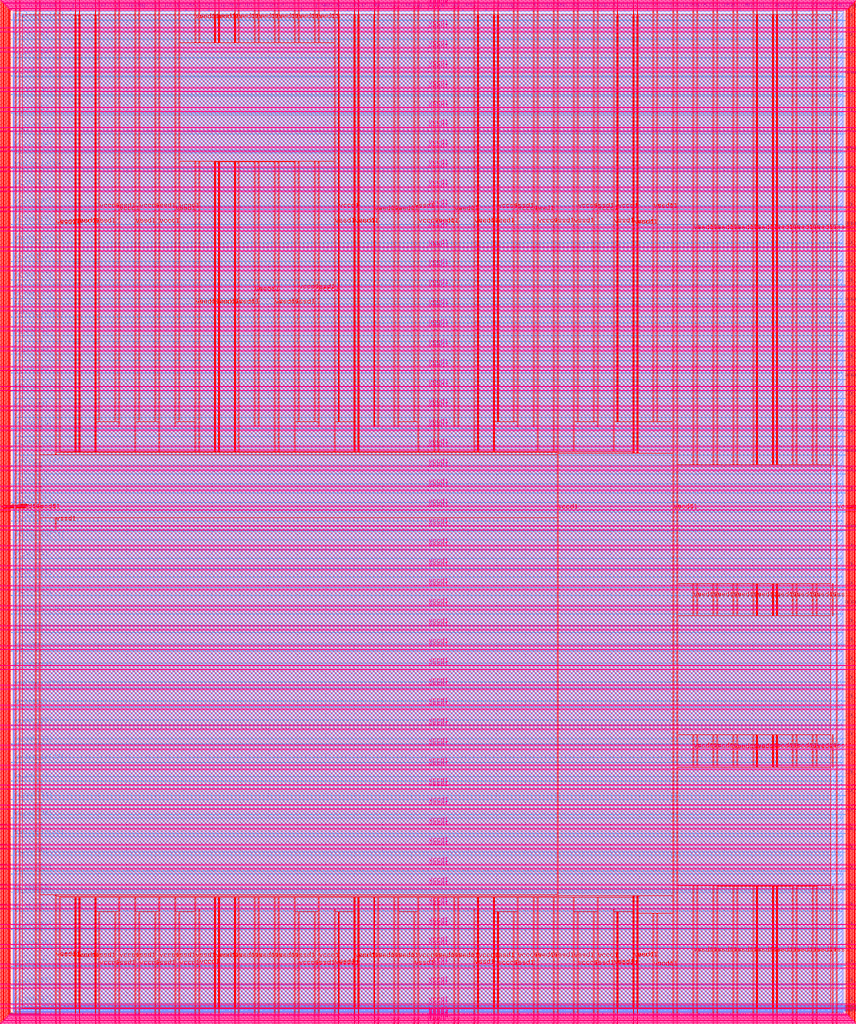
<source format=lef>
VERSION 5.7 ;
  NOWIREEXTENSIONATPIN ON ;
  DIVIDERCHAR "/" ;
  BUSBITCHARS "[]" ;
MACRO user_project_wrapper
  CLASS BLOCK ;
  FOREIGN user_project_wrapper ;
  ORIGIN 0.000 0.000 ;
  SIZE 2920.000 BY 3520.000 ;
  PIN analog_io[0]
    DIRECTION INOUT ;
    USE SIGNAL ;
    PORT
      LAYER met3 ;
        RECT 2917.600 1426.380 2924.800 1427.580 ;
    END
  END analog_io[0]
  PIN analog_io[10]
    DIRECTION INOUT ;
    USE SIGNAL ;
    PORT
      LAYER met2 ;
        RECT 2230.490 3517.600 2231.050 3524.800 ;
    END
  END analog_io[10]
  PIN analog_io[11]
    DIRECTION INOUT ;
    USE SIGNAL ;
    PORT
      LAYER met2 ;
        RECT 1905.730 3517.600 1906.290 3524.800 ;
    END
  END analog_io[11]
  PIN analog_io[12]
    DIRECTION INOUT ;
    USE SIGNAL ;
    PORT
      LAYER met2 ;
        RECT 1581.430 3517.600 1581.990 3524.800 ;
    END
  END analog_io[12]
  PIN analog_io[13]
    DIRECTION INOUT ;
    USE SIGNAL ;
    PORT
      LAYER met2 ;
        RECT 1257.130 3517.600 1257.690 3524.800 ;
    END
  END analog_io[13]
  PIN analog_io[14]
    DIRECTION INOUT ;
    USE SIGNAL ;
    PORT
      LAYER met2 ;
        RECT 932.370 3517.600 932.930 3524.800 ;
    END
  END analog_io[14]
  PIN analog_io[15]
    DIRECTION INOUT ;
    USE SIGNAL ;
    PORT
      LAYER met2 ;
        RECT 608.070 3517.600 608.630 3524.800 ;
    END
  END analog_io[15]
  PIN analog_io[16]
    DIRECTION INOUT ;
    USE SIGNAL ;
    PORT
      LAYER met2 ;
        RECT 283.770 3517.600 284.330 3524.800 ;
    END
  END analog_io[16]
  PIN analog_io[17]
    DIRECTION INOUT ;
    USE SIGNAL ;
    PORT
      LAYER met3 ;
        RECT -4.800 3486.100 2.400 3487.300 ;
    END
  END analog_io[17]
  PIN analog_io[18]
    DIRECTION INOUT ;
    USE SIGNAL ;
    PORT
      LAYER met3 ;
        RECT -4.800 3224.980 2.400 3226.180 ;
    END
  END analog_io[18]
  PIN analog_io[19]
    DIRECTION INOUT ;
    USE SIGNAL ;
    PORT
      LAYER met3 ;
        RECT -4.800 2964.540 2.400 2965.740 ;
    END
  END analog_io[19]
  PIN analog_io[1]
    DIRECTION INOUT ;
    USE SIGNAL ;
    PORT
      LAYER met3 ;
        RECT 2917.600 1692.260 2924.800 1693.460 ;
    END
  END analog_io[1]
  PIN analog_io[20]
    DIRECTION INOUT ;
    USE SIGNAL ;
    PORT
      LAYER met3 ;
        RECT -4.800 2703.420 2.400 2704.620 ;
    END
  END analog_io[20]
  PIN analog_io[21]
    DIRECTION INOUT ;
    USE SIGNAL ;
    PORT
      LAYER met3 ;
        RECT -4.800 2442.980 2.400 2444.180 ;
    END
  END analog_io[21]
  PIN analog_io[22]
    DIRECTION INOUT ;
    USE SIGNAL ;
    PORT
      LAYER met3 ;
        RECT -4.800 2182.540 2.400 2183.740 ;
    END
  END analog_io[22]
  PIN analog_io[23]
    DIRECTION INOUT ;
    USE SIGNAL ;
    PORT
      LAYER met3 ;
        RECT -4.800 1921.420 2.400 1922.620 ;
    END
  END analog_io[23]
  PIN analog_io[24]
    DIRECTION INOUT ;
    USE SIGNAL ;
    PORT
      LAYER met3 ;
        RECT -4.800 1660.980 2.400 1662.180 ;
    END
  END analog_io[24]
  PIN analog_io[25]
    DIRECTION INOUT ;
    USE SIGNAL ;
    PORT
      LAYER met3 ;
        RECT -4.800 1399.860 2.400 1401.060 ;
    END
  END analog_io[25]
  PIN analog_io[26]
    DIRECTION INOUT ;
    USE SIGNAL ;
    PORT
      LAYER met3 ;
        RECT -4.800 1139.420 2.400 1140.620 ;
    END
  END analog_io[26]
  PIN analog_io[27]
    DIRECTION INOUT ;
    USE SIGNAL ;
    PORT
      LAYER met3 ;
        RECT -4.800 878.980 2.400 880.180 ;
    END
  END analog_io[27]
  PIN analog_io[28]
    DIRECTION INOUT ;
    USE SIGNAL ;
    PORT
      LAYER met3 ;
        RECT -4.800 617.860 2.400 619.060 ;
    END
  END analog_io[28]
  PIN analog_io[2]
    DIRECTION INOUT ;
    USE SIGNAL ;
    PORT
      LAYER met3 ;
        RECT 2917.600 1958.140 2924.800 1959.340 ;
    END
  END analog_io[2]
  PIN analog_io[3]
    DIRECTION INOUT ;
    USE SIGNAL ;
    PORT
      LAYER met3 ;
        RECT 2917.600 2223.340 2924.800 2224.540 ;
    END
  END analog_io[3]
  PIN analog_io[4]
    DIRECTION INOUT ;
    USE SIGNAL ;
    PORT
      LAYER met3 ;
        RECT 2917.600 2489.220 2924.800 2490.420 ;
    END
  END analog_io[4]
  PIN analog_io[5]
    DIRECTION INOUT ;
    USE SIGNAL ;
    PORT
      LAYER met3 ;
        RECT 2917.600 2755.100 2924.800 2756.300 ;
    END
  END analog_io[5]
  PIN analog_io[6]
    DIRECTION INOUT ;
    USE SIGNAL ;
    PORT
      LAYER met3 ;
        RECT 2917.600 3020.300 2924.800 3021.500 ;
    END
  END analog_io[6]
  PIN analog_io[7]
    DIRECTION INOUT ;
    USE SIGNAL ;
    PORT
      LAYER met3 ;
        RECT 2917.600 3286.180 2924.800 3287.380 ;
    END
  END analog_io[7]
  PIN analog_io[8]
    DIRECTION INOUT ;
    USE SIGNAL ;
    PORT
      LAYER met2 ;
        RECT 2879.090 3517.600 2879.650 3524.800 ;
    END
  END analog_io[8]
  PIN analog_io[9]
    DIRECTION INOUT ;
    USE SIGNAL ;
    PORT
      LAYER met2 ;
        RECT 2554.790 3517.600 2555.350 3524.800 ;
    END
  END analog_io[9]
  PIN io_in[0]
    DIRECTION INPUT ;
    USE SIGNAL ;
    PORT
      LAYER met3 ;
        RECT 2917.600 32.380 2924.800 33.580 ;
    END
  END io_in[0]
  PIN io_in[10]
    DIRECTION INPUT ;
    USE SIGNAL ;
    ANTENNAGATEAREA 0.126000 ;
    ANTENNADIFFAREA 30.863699 ;
    PORT
      LAYER met3 ;
        RECT 2917.600 2289.980 2924.800 2291.180 ;
    END
  END io_in[10]
  PIN io_in[11]
    DIRECTION INPUT ;
    USE SIGNAL ;
    ANTENNAGATEAREA 0.126000 ;
    ANTENNADIFFAREA 30.863699 ;
    PORT
      LAYER met3 ;
        RECT 2917.600 2555.860 2924.800 2557.060 ;
    END
  END io_in[11]
  PIN io_in[12]
    DIRECTION INPUT ;
    USE SIGNAL ;
    ANTENNAGATEAREA 0.990000 ;
    ANTENNADIFFAREA 0.434700 ;
    PORT
      LAYER met3 ;
        RECT 2917.600 2821.060 2924.800 2822.260 ;
    END
  END io_in[12]
  PIN io_in[13]
    DIRECTION INPUT ;
    USE SIGNAL ;
    PORT
      LAYER met3 ;
        RECT 2917.600 3086.940 2924.800 3088.140 ;
    END
  END io_in[13]
  PIN io_in[14]
    DIRECTION INPUT ;
    USE SIGNAL ;
    ANTENNAGATEAREA 0.990000 ;
    ANTENNADIFFAREA 0.434700 ;
    PORT
      LAYER met3 ;
        RECT 2917.600 3352.820 2924.800 3354.020 ;
    END
  END io_in[14]
  PIN io_in[15]
    DIRECTION INPUT ;
    USE SIGNAL ;
    ANTENNAGATEAREA 0.990000 ;
    ANTENNADIFFAREA 0.434700 ;
    PORT
      LAYER met2 ;
        RECT 2798.130 3517.600 2798.690 3524.800 ;
    END
  END io_in[15]
  PIN io_in[16]
    DIRECTION INPUT ;
    USE SIGNAL ;
    ANTENNAGATEAREA 0.990000 ;
    ANTENNADIFFAREA 0.434700 ;
    PORT
      LAYER met2 ;
        RECT 2473.830 3517.600 2474.390 3524.800 ;
    END
  END io_in[16]
  PIN io_in[17]
    DIRECTION INPUT ;
    USE SIGNAL ;
    ANTENNAGATEAREA 0.990000 ;
    ANTENNADIFFAREA 0.434700 ;
    PORT
      LAYER met2 ;
        RECT 2149.070 3517.600 2149.630 3524.800 ;
    END
  END io_in[17]
  PIN io_in[18]
    DIRECTION INPUT ;
    USE SIGNAL ;
    ANTENNAGATEAREA 0.990000 ;
    ANTENNADIFFAREA 0.434700 ;
    PORT
      LAYER met2 ;
        RECT 1824.770 3517.600 1825.330 3524.800 ;
    END
  END io_in[18]
  PIN io_in[19]
    DIRECTION INPUT ;
    USE SIGNAL ;
    ANTENNAGATEAREA 0.990000 ;
    ANTENNADIFFAREA 0.434700 ;
    PORT
      LAYER met2 ;
        RECT 1500.470 3517.600 1501.030 3524.800 ;
    END
  END io_in[19]
  PIN io_in[1]
    DIRECTION INPUT ;
    USE SIGNAL ;
    PORT
      LAYER met3 ;
        RECT 2917.600 230.940 2924.800 232.140 ;
    END
  END io_in[1]
  PIN io_in[20]
    DIRECTION INPUT ;
    USE SIGNAL ;
    ANTENNADIFFAREA 4.781700 ;
    PORT
      LAYER met2 ;
        RECT 1175.710 3517.600 1176.270 3524.800 ;
    END
  END io_in[20]
  PIN io_in[21]
    DIRECTION INPUT ;
    USE SIGNAL ;
    ANTENNADIFFAREA 4.781700 ;
    PORT
      LAYER met2 ;
        RECT 851.410 3517.600 851.970 3524.800 ;
    END
  END io_in[21]
  PIN io_in[22]
    DIRECTION INPUT ;
    USE SIGNAL ;
    ANTENNADIFFAREA 3.912300 ;
    PORT
      LAYER met2 ;
        RECT 527.110 3517.600 527.670 3524.800 ;
    END
  END io_in[22]
  PIN io_in[23]
    DIRECTION INPUT ;
    USE SIGNAL ;
    ANTENNADIFFAREA 0.434700 ;
    PORT
      LAYER met2 ;
        RECT 202.350 3517.600 202.910 3524.800 ;
    END
  END io_in[23]
  PIN io_in[24]
    DIRECTION INPUT ;
    USE SIGNAL ;
    ANTENNADIFFAREA 4.781700 ;
    PORT
      LAYER met3 ;
        RECT -4.800 3420.820 2.400 3422.020 ;
    END
  END io_in[24]
  PIN io_in[25]
    DIRECTION INPUT ;
    USE SIGNAL ;
    ANTENNADIFFAREA 4.781700 ;
    PORT
      LAYER met3 ;
        RECT -4.800 3159.700 2.400 3160.900 ;
    END
  END io_in[25]
  PIN io_in[26]
    DIRECTION INPUT ;
    USE SIGNAL ;
    ANTENNAGATEAREA 0.990000 ;
    ANTENNADIFFAREA 0.434700 ;
    PORT
      LAYER met3 ;
        RECT -4.800 2899.260 2.400 2900.460 ;
    END
  END io_in[26]
  PIN io_in[27]
    DIRECTION INPUT ;
    USE SIGNAL ;
    ANTENNAGATEAREA 0.990000 ;
    ANTENNADIFFAREA 0.434700 ;
    PORT
      LAYER met3 ;
        RECT -4.800 2638.820 2.400 2640.020 ;
    END
  END io_in[27]
  PIN io_in[28]
    DIRECTION INPUT ;
    USE SIGNAL ;
    PORT
      LAYER met3 ;
        RECT -4.800 2377.700 2.400 2378.900 ;
    END
  END io_in[28]
  PIN io_in[29]
    DIRECTION INPUT ;
    USE SIGNAL ;
    PORT
      LAYER met3 ;
        RECT -4.800 2117.260 2.400 2118.460 ;
    END
  END io_in[29]
  PIN io_in[2]
    DIRECTION INPUT ;
    USE SIGNAL ;
    PORT
      LAYER met3 ;
        RECT 2917.600 430.180 2924.800 431.380 ;
    END
  END io_in[2]
  PIN io_in[30]
    DIRECTION INPUT ;
    USE SIGNAL ;
    PORT
      LAYER met3 ;
        RECT -4.800 1856.140 2.400 1857.340 ;
    END
  END io_in[30]
  PIN io_in[31]
    DIRECTION INPUT ;
    USE SIGNAL ;
    PORT
      LAYER met3 ;
        RECT -4.800 1595.700 2.400 1596.900 ;
    END
  END io_in[31]
  PIN io_in[32]
    DIRECTION INPUT ;
    USE SIGNAL ;
    PORT
      LAYER met3 ;
        RECT -4.800 1335.260 2.400 1336.460 ;
    END
  END io_in[32]
  PIN io_in[33]
    DIRECTION INPUT ;
    USE SIGNAL ;
    PORT
      LAYER met3 ;
        RECT -4.800 1074.140 2.400 1075.340 ;
    END
  END io_in[33]
  PIN io_in[34]
    DIRECTION INPUT ;
    USE SIGNAL ;
    PORT
      LAYER met3 ;
        RECT -4.800 813.700 2.400 814.900 ;
    END
  END io_in[34]
  PIN io_in[35]
    DIRECTION INPUT ;
    USE SIGNAL ;
    PORT
      LAYER met3 ;
        RECT -4.800 552.580 2.400 553.780 ;
    END
  END io_in[35]
  PIN io_in[36]
    DIRECTION INPUT ;
    USE SIGNAL ;
    ANTENNAGATEAREA 0.990000 ;
    PORT
      LAYER met3 ;
        RECT -4.800 357.420 2.400 358.620 ;
    END
  END io_in[36]
  PIN io_in[37]
    DIRECTION INPUT ;
    USE SIGNAL ;
    PORT
      LAYER met3 ;
        RECT -4.800 161.580 2.400 162.780 ;
    END
  END io_in[37]
  PIN io_in[3]
    DIRECTION INPUT ;
    USE SIGNAL ;
    PORT
      LAYER met3 ;
        RECT 2917.600 629.420 2924.800 630.620 ;
    END
  END io_in[3]
  PIN io_in[4]
    DIRECTION INPUT ;
    USE SIGNAL ;
    PORT
      LAYER met3 ;
        RECT 2917.600 828.660 2924.800 829.860 ;
    END
  END io_in[4]
  PIN io_in[5]
    DIRECTION INPUT ;
    USE SIGNAL ;
    PORT
      LAYER met3 ;
        RECT 2917.600 1027.900 2924.800 1029.100 ;
    END
  END io_in[5]
  PIN io_in[6]
    DIRECTION INPUT ;
    USE SIGNAL ;
    PORT
      LAYER met3 ;
        RECT 2917.600 1227.140 2924.800 1228.340 ;
    END
  END io_in[6]
  PIN io_in[7]
    DIRECTION INPUT ;
    USE SIGNAL ;
    ANTENNAGATEAREA 0.159000 ;
    PORT
      LAYER met3 ;
        RECT 2917.600 1493.020 2924.800 1494.220 ;
    END
  END io_in[7]
  PIN io_in[8]
    DIRECTION INPUT ;
    USE SIGNAL ;
    ANTENNAGATEAREA 0.318000 ;
    ANTENNADIFFAREA 0.434700 ;
    PORT
      LAYER met3 ;
        RECT 2917.600 1758.900 2924.800 1760.100 ;
    END
  END io_in[8]
  PIN io_in[9]
    DIRECTION INPUT ;
    USE SIGNAL ;
    ANTENNAGATEAREA 0.318000 ;
    ANTENNADIFFAREA 4.781700 ;
    PORT
      LAYER met3 ;
        RECT 2917.600 2024.100 2924.800 2025.300 ;
    END
  END io_in[9]
  PIN io_oeb[0]
    DIRECTION OUTPUT TRISTATE ;
    USE SIGNAL ;
    PORT
      LAYER met3 ;
        RECT 2917.600 164.980 2924.800 166.180 ;
    END
  END io_oeb[0]
  PIN io_oeb[10]
    DIRECTION OUTPUT TRISTATE ;
    USE SIGNAL ;
    PORT
      LAYER met3 ;
        RECT 2917.600 2422.580 2924.800 2423.780 ;
    END
  END io_oeb[10]
  PIN io_oeb[11]
    DIRECTION OUTPUT TRISTATE ;
    USE SIGNAL ;
    PORT
      LAYER met3 ;
        RECT 2917.600 2688.460 2924.800 2689.660 ;
    END
  END io_oeb[11]
  PIN io_oeb[12]
    DIRECTION OUTPUT TRISTATE ;
    USE SIGNAL ;
    PORT
      LAYER met3 ;
        RECT 2917.600 2954.340 2924.800 2955.540 ;
    END
  END io_oeb[12]
  PIN io_oeb[13]
    DIRECTION OUTPUT TRISTATE ;
    USE SIGNAL ;
    PORT
      LAYER met3 ;
        RECT 2917.600 3219.540 2924.800 3220.740 ;
    END
  END io_oeb[13]
  PIN io_oeb[14]
    DIRECTION OUTPUT TRISTATE ;
    USE SIGNAL ;
    ANTENNADIFFAREA 2.673000 ;
    PORT
      LAYER met3 ;
        RECT 2917.600 3485.420 2924.800 3486.620 ;
    END
  END io_oeb[14]
  PIN io_oeb[15]
    DIRECTION OUTPUT TRISTATE ;
    USE SIGNAL ;
    ANTENNADIFFAREA 2.673000 ;
    PORT
      LAYER met2 ;
        RECT 2635.750 3517.600 2636.310 3524.800 ;
    END
  END io_oeb[15]
  PIN io_oeb[16]
    DIRECTION OUTPUT TRISTATE ;
    USE SIGNAL ;
    ANTENNADIFFAREA 2.673000 ;
    PORT
      LAYER met2 ;
        RECT 2311.450 3517.600 2312.010 3524.800 ;
    END
  END io_oeb[16]
  PIN io_oeb[17]
    DIRECTION OUTPUT TRISTATE ;
    USE SIGNAL ;
    ANTENNADIFFAREA 2.673000 ;
    PORT
      LAYER met2 ;
        RECT 1987.150 3517.600 1987.710 3524.800 ;
    END
  END io_oeb[17]
  PIN io_oeb[18]
    DIRECTION OUTPUT TRISTATE ;
    USE SIGNAL ;
    ANTENNADIFFAREA 2.673000 ;
    PORT
      LAYER met2 ;
        RECT 1662.390 3517.600 1662.950 3524.800 ;
    END
  END io_oeb[18]
  PIN io_oeb[19]
    DIRECTION OUTPUT TRISTATE ;
    USE SIGNAL ;
    ANTENNADIFFAREA 2.673000 ;
    PORT
      LAYER met2 ;
        RECT 1338.090 3517.600 1338.650 3524.800 ;
    END
  END io_oeb[19]
  PIN io_oeb[1]
    DIRECTION OUTPUT TRISTATE ;
    USE SIGNAL ;
    PORT
      LAYER met3 ;
        RECT 2917.600 364.220 2924.800 365.420 ;
    END
  END io_oeb[1]
  PIN io_oeb[20]
    DIRECTION OUTPUT TRISTATE ;
    USE SIGNAL ;
    ANTENNADIFFAREA 2.673000 ;
    PORT
      LAYER met2 ;
        RECT 1013.790 3517.600 1014.350 3524.800 ;
    END
  END io_oeb[20]
  PIN io_oeb[21]
    DIRECTION OUTPUT TRISTATE ;
    USE SIGNAL ;
    ANTENNADIFFAREA 2.673000 ;
    PORT
      LAYER met2 ;
        RECT 689.030 3517.600 689.590 3524.800 ;
    END
  END io_oeb[21]
  PIN io_oeb[22]
    DIRECTION OUTPUT TRISTATE ;
    USE SIGNAL ;
    ANTENNADIFFAREA 2.673000 ;
    PORT
      LAYER met2 ;
        RECT 364.730 3517.600 365.290 3524.800 ;
    END
  END io_oeb[22]
  PIN io_oeb[23]
    DIRECTION OUTPUT TRISTATE ;
    USE SIGNAL ;
    ANTENNADIFFAREA 2.673000 ;
    PORT
      LAYER met2 ;
        RECT 40.430 3517.600 40.990 3524.800 ;
    END
  END io_oeb[23]
  PIN io_oeb[24]
    DIRECTION OUTPUT TRISTATE ;
    USE SIGNAL ;
    ANTENNADIFFAREA 2.673000 ;
    PORT
      LAYER met3 ;
        RECT -4.800 3290.260 2.400 3291.460 ;
    END
  END io_oeb[24]
  PIN io_oeb[25]
    DIRECTION OUTPUT TRISTATE ;
    USE SIGNAL ;
    ANTENNADIFFAREA 2.673000 ;
    PORT
      LAYER met3 ;
        RECT -4.800 3029.820 2.400 3031.020 ;
    END
  END io_oeb[25]
  PIN io_oeb[26]
    DIRECTION OUTPUT TRISTATE ;
    USE SIGNAL ;
    PORT
      LAYER met3 ;
        RECT -4.800 2768.700 2.400 2769.900 ;
    END
  END io_oeb[26]
  PIN io_oeb[27]
    DIRECTION OUTPUT TRISTATE ;
    USE SIGNAL ;
    PORT
      LAYER met3 ;
        RECT -4.800 2508.260 2.400 2509.460 ;
    END
  END io_oeb[27]
  PIN io_oeb[28]
    DIRECTION OUTPUT TRISTATE ;
    USE SIGNAL ;
    PORT
      LAYER met3 ;
        RECT -4.800 2247.140 2.400 2248.340 ;
    END
  END io_oeb[28]
  PIN io_oeb[29]
    DIRECTION OUTPUT TRISTATE ;
    USE SIGNAL ;
    PORT
      LAYER met3 ;
        RECT -4.800 1986.700 2.400 1987.900 ;
    END
  END io_oeb[29]
  PIN io_oeb[2]
    DIRECTION OUTPUT TRISTATE ;
    USE SIGNAL ;
    PORT
      LAYER met3 ;
        RECT 2917.600 563.460 2924.800 564.660 ;
    END
  END io_oeb[2]
  PIN io_oeb[30]
    DIRECTION OUTPUT TRISTATE ;
    USE SIGNAL ;
    PORT
      LAYER met3 ;
        RECT -4.800 1726.260 2.400 1727.460 ;
    END
  END io_oeb[30]
  PIN io_oeb[31]
    DIRECTION OUTPUT TRISTATE ;
    USE SIGNAL ;
    PORT
      LAYER met3 ;
        RECT -4.800 1465.140 2.400 1466.340 ;
    END
  END io_oeb[31]
  PIN io_oeb[32]
    DIRECTION OUTPUT TRISTATE ;
    USE SIGNAL ;
    PORT
      LAYER met3 ;
        RECT -4.800 1204.700 2.400 1205.900 ;
    END
  END io_oeb[32]
  PIN io_oeb[33]
    DIRECTION OUTPUT TRISTATE ;
    USE SIGNAL ;
    PORT
      LAYER met3 ;
        RECT -4.800 943.580 2.400 944.780 ;
    END
  END io_oeb[33]
  PIN io_oeb[34]
    DIRECTION OUTPUT TRISTATE ;
    USE SIGNAL ;
    PORT
      LAYER met3 ;
        RECT -4.800 683.140 2.400 684.340 ;
    END
  END io_oeb[34]
  PIN io_oeb[35]
    DIRECTION OUTPUT TRISTATE ;
    USE SIGNAL ;
    PORT
      LAYER met3 ;
        RECT -4.800 422.700 2.400 423.900 ;
    END
  END io_oeb[35]
  PIN io_oeb[36]
    DIRECTION OUTPUT TRISTATE ;
    USE SIGNAL ;
    PORT
      LAYER met3 ;
        RECT -4.800 226.860 2.400 228.060 ;
    END
  END io_oeb[36]
  PIN io_oeb[37]
    DIRECTION OUTPUT TRISTATE ;
    USE SIGNAL ;
    PORT
      LAYER met3 ;
        RECT -4.800 31.700 2.400 32.900 ;
    END
  END io_oeb[37]
  PIN io_oeb[3]
    DIRECTION OUTPUT TRISTATE ;
    USE SIGNAL ;
    PORT
      LAYER met3 ;
        RECT 2917.600 762.700 2924.800 763.900 ;
    END
  END io_oeb[3]
  PIN io_oeb[4]
    DIRECTION OUTPUT TRISTATE ;
    USE SIGNAL ;
    PORT
      LAYER met3 ;
        RECT 2917.600 961.940 2924.800 963.140 ;
    END
  END io_oeb[4]
  PIN io_oeb[5]
    DIRECTION OUTPUT TRISTATE ;
    USE SIGNAL ;
    PORT
      LAYER met3 ;
        RECT 2917.600 1161.180 2924.800 1162.380 ;
    END
  END io_oeb[5]
  PIN io_oeb[6]
    DIRECTION OUTPUT TRISTATE ;
    USE SIGNAL ;
    PORT
      LAYER met3 ;
        RECT 2917.600 1360.420 2924.800 1361.620 ;
    END
  END io_oeb[6]
  PIN io_oeb[7]
    DIRECTION OUTPUT TRISTATE ;
    USE SIGNAL ;
    PORT
      LAYER met3 ;
        RECT 2917.600 1625.620 2924.800 1626.820 ;
    END
  END io_oeb[7]
  PIN io_oeb[8]
    DIRECTION OUTPUT TRISTATE ;
    USE SIGNAL ;
    PORT
      LAYER met3 ;
        RECT 2917.600 1891.500 2924.800 1892.700 ;
    END
  END io_oeb[8]
  PIN io_oeb[9]
    DIRECTION OUTPUT TRISTATE ;
    USE SIGNAL ;
    PORT
      LAYER met3 ;
        RECT 2917.600 2157.380 2924.800 2158.580 ;
    END
  END io_oeb[9]
  PIN io_out[0]
    DIRECTION OUTPUT TRISTATE ;
    USE SIGNAL ;
    PORT
      LAYER met3 ;
        RECT 2917.600 98.340 2924.800 99.540 ;
    END
  END io_out[0]
  PIN io_out[10]
    DIRECTION OUTPUT TRISTATE ;
    USE SIGNAL ;
    PORT
      LAYER met3 ;
        RECT 2917.600 2356.620 2924.800 2357.820 ;
    END
  END io_out[10]
  PIN io_out[11]
    DIRECTION OUTPUT TRISTATE ;
    USE SIGNAL ;
    PORT
      LAYER met3 ;
        RECT 2917.600 2621.820 2924.800 2623.020 ;
    END
  END io_out[11]
  PIN io_out[12]
    DIRECTION OUTPUT TRISTATE ;
    USE SIGNAL ;
    PORT
      LAYER met3 ;
        RECT 2917.600 2887.700 2924.800 2888.900 ;
    END
  END io_out[12]
  PIN io_out[13]
    DIRECTION OUTPUT TRISTATE ;
    USE SIGNAL ;
    ANTENNADIFFAREA 2.673000 ;
    PORT
      LAYER met3 ;
        RECT 2917.600 3153.580 2924.800 3154.780 ;
    END
  END io_out[13]
  PIN io_out[14]
    DIRECTION OUTPUT TRISTATE ;
    USE SIGNAL ;
    ANTENNADIFFAREA 2.673000 ;
    PORT
      LAYER met3 ;
        RECT 2917.600 3418.780 2924.800 3419.980 ;
    END
  END io_out[14]
  PIN io_out[15]
    DIRECTION OUTPUT TRISTATE ;
    USE SIGNAL ;
    ANTENNADIFFAREA 2.673000 ;
    PORT
      LAYER met2 ;
        RECT 2717.170 3517.600 2717.730 3524.800 ;
    END
  END io_out[15]
  PIN io_out[16]
    DIRECTION OUTPUT TRISTATE ;
    USE SIGNAL ;
    ANTENNADIFFAREA 2.673000 ;
    PORT
      LAYER met2 ;
        RECT 2392.410 3517.600 2392.970 3524.800 ;
    END
  END io_out[16]
  PIN io_out[17]
    DIRECTION OUTPUT TRISTATE ;
    USE SIGNAL ;
    ANTENNADIFFAREA 2.673000 ;
    PORT
      LAYER met2 ;
        RECT 2068.110 3517.600 2068.670 3524.800 ;
    END
  END io_out[17]
  PIN io_out[18]
    DIRECTION OUTPUT TRISTATE ;
    USE SIGNAL ;
    ANTENNADIFFAREA 2.673000 ;
    PORT
      LAYER met2 ;
        RECT 1743.810 3517.600 1744.370 3524.800 ;
    END
  END io_out[18]
  PIN io_out[19]
    DIRECTION OUTPUT TRISTATE ;
    USE SIGNAL ;
    ANTENNADIFFAREA 2.673000 ;
    PORT
      LAYER met2 ;
        RECT 1419.050 3517.600 1419.610 3524.800 ;
    END
  END io_out[19]
  PIN io_out[1]
    DIRECTION OUTPUT TRISTATE ;
    USE SIGNAL ;
    PORT
      LAYER met3 ;
        RECT 2917.600 297.580 2924.800 298.780 ;
    END
  END io_out[1]
  PIN io_out[20]
    DIRECTION OUTPUT TRISTATE ;
    USE SIGNAL ;
    ANTENNADIFFAREA 2.673000 ;
    PORT
      LAYER met2 ;
        RECT 1094.750 3517.600 1095.310 3524.800 ;
    END
  END io_out[20]
  PIN io_out[21]
    DIRECTION OUTPUT TRISTATE ;
    USE SIGNAL ;
    ANTENNADIFFAREA 2.673000 ;
    PORT
      LAYER met2 ;
        RECT 770.450 3517.600 771.010 3524.800 ;
    END
  END io_out[21]
  PIN io_out[22]
    DIRECTION OUTPUT TRISTATE ;
    USE SIGNAL ;
    ANTENNADIFFAREA 2.673000 ;
    PORT
      LAYER met2 ;
        RECT 445.690 3517.600 446.250 3524.800 ;
    END
  END io_out[22]
  PIN io_out[23]
    DIRECTION OUTPUT TRISTATE ;
    USE SIGNAL ;
    ANTENNADIFFAREA 2.673000 ;
    PORT
      LAYER met2 ;
        RECT 121.390 3517.600 121.950 3524.800 ;
    END
  END io_out[23]
  PIN io_out[24]
    DIRECTION OUTPUT TRISTATE ;
    USE SIGNAL ;
    ANTENNADIFFAREA 2.673000 ;
    PORT
      LAYER met3 ;
        RECT -4.800 3355.540 2.400 3356.740 ;
    END
  END io_out[24]
  PIN io_out[25]
    DIRECTION OUTPUT TRISTATE ;
    USE SIGNAL ;
    ANTENNADIFFAREA 2.673000 ;
    PORT
      LAYER met3 ;
        RECT -4.800 3095.100 2.400 3096.300 ;
    END
  END io_out[25]
  PIN io_out[26]
    DIRECTION OUTPUT TRISTATE ;
    USE SIGNAL ;
    PORT
      LAYER met3 ;
        RECT -4.800 2833.980 2.400 2835.180 ;
    END
  END io_out[26]
  PIN io_out[27]
    DIRECTION OUTPUT TRISTATE ;
    USE SIGNAL ;
    PORT
      LAYER met3 ;
        RECT -4.800 2573.540 2.400 2574.740 ;
    END
  END io_out[27]
  PIN io_out[28]
    DIRECTION OUTPUT TRISTATE ;
    USE SIGNAL ;
    ANTENNADIFFAREA 2.673000 ;
    PORT
      LAYER met3 ;
        RECT -4.800 2312.420 2.400 2313.620 ;
    END
  END io_out[28]
  PIN io_out[29]
    DIRECTION OUTPUT TRISTATE ;
    USE SIGNAL ;
    ANTENNADIFFAREA 2.673000 ;
    PORT
      LAYER met3 ;
        RECT -4.800 2051.980 2.400 2053.180 ;
    END
  END io_out[29]
  PIN io_out[2]
    DIRECTION OUTPUT TRISTATE ;
    USE SIGNAL ;
    PORT
      LAYER met3 ;
        RECT 2917.600 496.820 2924.800 498.020 ;
    END
  END io_out[2]
  PIN io_out[30]
    DIRECTION OUTPUT TRISTATE ;
    USE SIGNAL ;
    ANTENNADIFFAREA 2.673000 ;
    PORT
      LAYER met3 ;
        RECT -4.800 1791.540 2.400 1792.740 ;
    END
  END io_out[30]
  PIN io_out[31]
    DIRECTION OUTPUT TRISTATE ;
    USE SIGNAL ;
    ANTENNADIFFAREA 2.673000 ;
    PORT
      LAYER met3 ;
        RECT -4.800 1530.420 2.400 1531.620 ;
    END
  END io_out[31]
  PIN io_out[32]
    DIRECTION OUTPUT TRISTATE ;
    USE SIGNAL ;
    ANTENNADIFFAREA 2.673000 ;
    PORT
      LAYER met3 ;
        RECT -4.800 1269.980 2.400 1271.180 ;
    END
  END io_out[32]
  PIN io_out[33]
    DIRECTION OUTPUT TRISTATE ;
    USE SIGNAL ;
    ANTENNADIFFAREA 2.673000 ;
    PORT
      LAYER met3 ;
        RECT -4.800 1008.860 2.400 1010.060 ;
    END
  END io_out[33]
  PIN io_out[34]
    DIRECTION OUTPUT TRISTATE ;
    USE SIGNAL ;
    ANTENNADIFFAREA 2.673000 ;
    PORT
      LAYER met3 ;
        RECT -4.800 748.420 2.400 749.620 ;
    END
  END io_out[34]
  PIN io_out[35]
    DIRECTION OUTPUT TRISTATE ;
    USE SIGNAL ;
    ANTENNADIFFAREA 2.673000 ;
    PORT
      LAYER met3 ;
        RECT -4.800 487.300 2.400 488.500 ;
    END
  END io_out[35]
  PIN io_out[36]
    DIRECTION OUTPUT TRISTATE ;
    USE SIGNAL ;
    PORT
      LAYER met3 ;
        RECT -4.800 292.140 2.400 293.340 ;
    END
  END io_out[36]
  PIN io_out[37]
    DIRECTION OUTPUT TRISTATE ;
    USE SIGNAL ;
    PORT
      LAYER met3 ;
        RECT -4.800 96.300 2.400 97.500 ;
    END
  END io_out[37]
  PIN io_out[3]
    DIRECTION OUTPUT TRISTATE ;
    USE SIGNAL ;
    PORT
      LAYER met3 ;
        RECT 2917.600 696.060 2924.800 697.260 ;
    END
  END io_out[3]
  PIN io_out[4]
    DIRECTION OUTPUT TRISTATE ;
    USE SIGNAL ;
    PORT
      LAYER met3 ;
        RECT 2917.600 895.300 2924.800 896.500 ;
    END
  END io_out[4]
  PIN io_out[5]
    DIRECTION OUTPUT TRISTATE ;
    USE SIGNAL ;
    PORT
      LAYER met3 ;
        RECT 2917.600 1094.540 2924.800 1095.740 ;
    END
  END io_out[5]
  PIN io_out[6]
    DIRECTION OUTPUT TRISTATE ;
    USE SIGNAL ;
    PORT
      LAYER met3 ;
        RECT 2917.600 1293.780 2924.800 1294.980 ;
    END
  END io_out[6]
  PIN io_out[7]
    DIRECTION OUTPUT TRISTATE ;
    USE SIGNAL ;
    PORT
      LAYER met3 ;
        RECT 2917.600 1559.660 2924.800 1560.860 ;
    END
  END io_out[7]
  PIN io_out[8]
    DIRECTION OUTPUT TRISTATE ;
    USE SIGNAL ;
    PORT
      LAYER met3 ;
        RECT 2917.600 1824.860 2924.800 1826.060 ;
    END
  END io_out[8]
  PIN io_out[9]
    DIRECTION OUTPUT TRISTATE ;
    USE SIGNAL ;
    PORT
      LAYER met3 ;
        RECT 2917.600 2090.740 2924.800 2091.940 ;
    END
  END io_out[9]
  PIN la_data_in[0]
    DIRECTION INPUT ;
    USE SIGNAL ;
    PORT
      LAYER met2 ;
        RECT 629.230 -4.800 629.790 2.400 ;
    END
  END la_data_in[0]
  PIN la_data_in[100]
    DIRECTION INPUT ;
    USE SIGNAL ;
    PORT
      LAYER met2 ;
        RECT 2402.530 -4.800 2403.090 2.400 ;
    END
  END la_data_in[100]
  PIN la_data_in[101]
    DIRECTION INPUT ;
    USE SIGNAL ;
    PORT
      LAYER met2 ;
        RECT 2420.010 -4.800 2420.570 2.400 ;
    END
  END la_data_in[101]
  PIN la_data_in[102]
    DIRECTION INPUT ;
    USE SIGNAL ;
    ANTENNAGATEAREA 0.247500 ;
    PORT
      LAYER met2 ;
        RECT 2437.950 -4.800 2438.510 2.400 ;
    END
  END la_data_in[102]
  PIN la_data_in[103]
    DIRECTION INPUT ;
    USE SIGNAL ;
    ANTENNAGATEAREA 0.247500 ;
    PORT
      LAYER met2 ;
        RECT 2455.430 -4.800 2455.990 2.400 ;
    END
  END la_data_in[103]
  PIN la_data_in[104]
    DIRECTION INPUT ;
    USE SIGNAL ;
    ANTENNAGATEAREA 0.126000 ;
    PORT
      LAYER met2 ;
        RECT 2473.370 -4.800 2473.930 2.400 ;
    END
  END la_data_in[104]
  PIN la_data_in[105]
    DIRECTION INPUT ;
    USE SIGNAL ;
    ANTENNAGATEAREA 0.247500 ;
    PORT
      LAYER met2 ;
        RECT 2490.850 -4.800 2491.410 2.400 ;
    END
  END la_data_in[105]
  PIN la_data_in[106]
    DIRECTION INPUT ;
    USE SIGNAL ;
    ANTENNAGATEAREA 0.247500 ;
    PORT
      LAYER met2 ;
        RECT 2508.790 -4.800 2509.350 2.400 ;
    END
  END la_data_in[106]
  PIN la_data_in[107]
    DIRECTION INPUT ;
    USE SIGNAL ;
    ANTENNAGATEAREA 0.247500 ;
    PORT
      LAYER met2 ;
        RECT 2526.730 -4.800 2527.290 2.400 ;
    END
  END la_data_in[107]
  PIN la_data_in[108]
    DIRECTION INPUT ;
    USE SIGNAL ;
    ANTENNAGATEAREA 0.126000 ;
    PORT
      LAYER met2 ;
        RECT 2544.210 -4.800 2544.770 2.400 ;
    END
  END la_data_in[108]
  PIN la_data_in[109]
    DIRECTION INPUT ;
    USE SIGNAL ;
    PORT
      LAYER met2 ;
        RECT 2562.150 -4.800 2562.710 2.400 ;
    END
  END la_data_in[109]
  PIN la_data_in[10]
    DIRECTION INPUT ;
    USE SIGNAL ;
    PORT
      LAYER met2 ;
        RECT 806.330 -4.800 806.890 2.400 ;
    END
  END la_data_in[10]
  PIN la_data_in[110]
    DIRECTION INPUT ;
    USE SIGNAL ;
    PORT
      LAYER met2 ;
        RECT 2579.630 -4.800 2580.190 2.400 ;
    END
  END la_data_in[110]
  PIN la_data_in[111]
    DIRECTION INPUT ;
    USE SIGNAL ;
    PORT
      LAYER met2 ;
        RECT 2597.570 -4.800 2598.130 2.400 ;
    END
  END la_data_in[111]
  PIN la_data_in[112]
    DIRECTION INPUT ;
    USE SIGNAL ;
    PORT
      LAYER met2 ;
        RECT 2615.050 -4.800 2615.610 2.400 ;
    END
  END la_data_in[112]
  PIN la_data_in[113]
    DIRECTION INPUT ;
    USE SIGNAL ;
    PORT
      LAYER met2 ;
        RECT 2632.990 -4.800 2633.550 2.400 ;
    END
  END la_data_in[113]
  PIN la_data_in[114]
    DIRECTION INPUT ;
    USE SIGNAL ;
    PORT
      LAYER met2 ;
        RECT 2650.470 -4.800 2651.030 2.400 ;
    END
  END la_data_in[114]
  PIN la_data_in[115]
    DIRECTION INPUT ;
    USE SIGNAL ;
    PORT
      LAYER met2 ;
        RECT 2668.410 -4.800 2668.970 2.400 ;
    END
  END la_data_in[115]
  PIN la_data_in[116]
    DIRECTION INPUT ;
    USE SIGNAL ;
    PORT
      LAYER met2 ;
        RECT 2685.890 -4.800 2686.450 2.400 ;
    END
  END la_data_in[116]
  PIN la_data_in[117]
    DIRECTION INPUT ;
    USE SIGNAL ;
    PORT
      LAYER met2 ;
        RECT 2703.830 -4.800 2704.390 2.400 ;
    END
  END la_data_in[117]
  PIN la_data_in[118]
    DIRECTION INPUT ;
    USE SIGNAL ;
    PORT
      LAYER met2 ;
        RECT 2721.770 -4.800 2722.330 2.400 ;
    END
  END la_data_in[118]
  PIN la_data_in[119]
    DIRECTION INPUT ;
    USE SIGNAL ;
    PORT
      LAYER met2 ;
        RECT 2739.250 -4.800 2739.810 2.400 ;
    END
  END la_data_in[119]
  PIN la_data_in[11]
    DIRECTION INPUT ;
    USE SIGNAL ;
    PORT
      LAYER met2 ;
        RECT 824.270 -4.800 824.830 2.400 ;
    END
  END la_data_in[11]
  PIN la_data_in[120]
    DIRECTION INPUT ;
    USE SIGNAL ;
    PORT
      LAYER met2 ;
        RECT 2757.190 -4.800 2757.750 2.400 ;
    END
  END la_data_in[120]
  PIN la_data_in[121]
    DIRECTION INPUT ;
    USE SIGNAL ;
    PORT
      LAYER met2 ;
        RECT 2774.670 -4.800 2775.230 2.400 ;
    END
  END la_data_in[121]
  PIN la_data_in[122]
    DIRECTION INPUT ;
    USE SIGNAL ;
    PORT
      LAYER met2 ;
        RECT 2792.610 -4.800 2793.170 2.400 ;
    END
  END la_data_in[122]
  PIN la_data_in[123]
    DIRECTION INPUT ;
    USE SIGNAL ;
    PORT
      LAYER met2 ;
        RECT 2810.090 -4.800 2810.650 2.400 ;
    END
  END la_data_in[123]
  PIN la_data_in[124]
    DIRECTION INPUT ;
    USE SIGNAL ;
    PORT
      LAYER met2 ;
        RECT 2828.030 -4.800 2828.590 2.400 ;
    END
  END la_data_in[124]
  PIN la_data_in[125]
    DIRECTION INPUT ;
    USE SIGNAL ;
    PORT
      LAYER met2 ;
        RECT 2845.510 -4.800 2846.070 2.400 ;
    END
  END la_data_in[125]
  PIN la_data_in[126]
    DIRECTION INPUT ;
    USE SIGNAL ;
    PORT
      LAYER met2 ;
        RECT 2863.450 -4.800 2864.010 2.400 ;
    END
  END la_data_in[126]
  PIN la_data_in[127]
    DIRECTION INPUT ;
    USE SIGNAL ;
    PORT
      LAYER met2 ;
        RECT 2881.390 -4.800 2881.950 2.400 ;
    END
  END la_data_in[127]
  PIN la_data_in[12]
    DIRECTION INPUT ;
    USE SIGNAL ;
    PORT
      LAYER met2 ;
        RECT 841.750 -4.800 842.310 2.400 ;
    END
  END la_data_in[12]
  PIN la_data_in[13]
    DIRECTION INPUT ;
    USE SIGNAL ;
    PORT
      LAYER met2 ;
        RECT 859.690 -4.800 860.250 2.400 ;
    END
  END la_data_in[13]
  PIN la_data_in[14]
    DIRECTION INPUT ;
    USE SIGNAL ;
    PORT
      LAYER met2 ;
        RECT 877.170 -4.800 877.730 2.400 ;
    END
  END la_data_in[14]
  PIN la_data_in[15]
    DIRECTION INPUT ;
    USE SIGNAL ;
    PORT
      LAYER met2 ;
        RECT 895.110 -4.800 895.670 2.400 ;
    END
  END la_data_in[15]
  PIN la_data_in[16]
    DIRECTION INPUT ;
    USE SIGNAL ;
    PORT
      LAYER met2 ;
        RECT 912.590 -4.800 913.150 2.400 ;
    END
  END la_data_in[16]
  PIN la_data_in[17]
    DIRECTION INPUT ;
    USE SIGNAL ;
    PORT
      LAYER met2 ;
        RECT 930.530 -4.800 931.090 2.400 ;
    END
  END la_data_in[17]
  PIN la_data_in[18]
    DIRECTION INPUT ;
    USE SIGNAL ;
    PORT
      LAYER met2 ;
        RECT 948.470 -4.800 949.030 2.400 ;
    END
  END la_data_in[18]
  PIN la_data_in[19]
    DIRECTION INPUT ;
    USE SIGNAL ;
    PORT
      LAYER met2 ;
        RECT 965.950 -4.800 966.510 2.400 ;
    END
  END la_data_in[19]
  PIN la_data_in[1]
    DIRECTION INPUT ;
    USE SIGNAL ;
    PORT
      LAYER met2 ;
        RECT 646.710 -4.800 647.270 2.400 ;
    END
  END la_data_in[1]
  PIN la_data_in[20]
    DIRECTION INPUT ;
    USE SIGNAL ;
    PORT
      LAYER met2 ;
        RECT 983.890 -4.800 984.450 2.400 ;
    END
  END la_data_in[20]
  PIN la_data_in[21]
    DIRECTION INPUT ;
    USE SIGNAL ;
    PORT
      LAYER met2 ;
        RECT 1001.370 -4.800 1001.930 2.400 ;
    END
  END la_data_in[21]
  PIN la_data_in[22]
    DIRECTION INPUT ;
    USE SIGNAL ;
    PORT
      LAYER met2 ;
        RECT 1019.310 -4.800 1019.870 2.400 ;
    END
  END la_data_in[22]
  PIN la_data_in[23]
    DIRECTION INPUT ;
    USE SIGNAL ;
    PORT
      LAYER met2 ;
        RECT 1036.790 -4.800 1037.350 2.400 ;
    END
  END la_data_in[23]
  PIN la_data_in[24]
    DIRECTION INPUT ;
    USE SIGNAL ;
    PORT
      LAYER met2 ;
        RECT 1054.730 -4.800 1055.290 2.400 ;
    END
  END la_data_in[24]
  PIN la_data_in[25]
    DIRECTION INPUT ;
    USE SIGNAL ;
    PORT
      LAYER met2 ;
        RECT 1072.210 -4.800 1072.770 2.400 ;
    END
  END la_data_in[25]
  PIN la_data_in[26]
    DIRECTION INPUT ;
    USE SIGNAL ;
    PORT
      LAYER met2 ;
        RECT 1090.150 -4.800 1090.710 2.400 ;
    END
  END la_data_in[26]
  PIN la_data_in[27]
    DIRECTION INPUT ;
    USE SIGNAL ;
    PORT
      LAYER met2 ;
        RECT 1107.630 -4.800 1108.190 2.400 ;
    END
  END la_data_in[27]
  PIN la_data_in[28]
    DIRECTION INPUT ;
    USE SIGNAL ;
    PORT
      LAYER met2 ;
        RECT 1125.570 -4.800 1126.130 2.400 ;
    END
  END la_data_in[28]
  PIN la_data_in[29]
    DIRECTION INPUT ;
    USE SIGNAL ;
    PORT
      LAYER met2 ;
        RECT 1143.510 -4.800 1144.070 2.400 ;
    END
  END la_data_in[29]
  PIN la_data_in[2]
    DIRECTION INPUT ;
    USE SIGNAL ;
    PORT
      LAYER met2 ;
        RECT 664.650 -4.800 665.210 2.400 ;
    END
  END la_data_in[2]
  PIN la_data_in[30]
    DIRECTION INPUT ;
    USE SIGNAL ;
    PORT
      LAYER met2 ;
        RECT 1160.990 -4.800 1161.550 2.400 ;
    END
  END la_data_in[30]
  PIN la_data_in[31]
    DIRECTION INPUT ;
    USE SIGNAL ;
    PORT
      LAYER met2 ;
        RECT 1178.930 -4.800 1179.490 2.400 ;
    END
  END la_data_in[31]
  PIN la_data_in[32]
    DIRECTION INPUT ;
    USE SIGNAL ;
    PORT
      LAYER met2 ;
        RECT 1196.410 -4.800 1196.970 2.400 ;
    END
  END la_data_in[32]
  PIN la_data_in[33]
    DIRECTION INPUT ;
    USE SIGNAL ;
    PORT
      LAYER met2 ;
        RECT 1214.350 -4.800 1214.910 2.400 ;
    END
  END la_data_in[33]
  PIN la_data_in[34]
    DIRECTION INPUT ;
    USE SIGNAL ;
    PORT
      LAYER met2 ;
        RECT 1231.830 -4.800 1232.390 2.400 ;
    END
  END la_data_in[34]
  PIN la_data_in[35]
    DIRECTION INPUT ;
    USE SIGNAL ;
    PORT
      LAYER met2 ;
        RECT 1249.770 -4.800 1250.330 2.400 ;
    END
  END la_data_in[35]
  PIN la_data_in[36]
    DIRECTION INPUT ;
    USE SIGNAL ;
    PORT
      LAYER met2 ;
        RECT 1267.250 -4.800 1267.810 2.400 ;
    END
  END la_data_in[36]
  PIN la_data_in[37]
    DIRECTION INPUT ;
    USE SIGNAL ;
    PORT
      LAYER met2 ;
        RECT 1285.190 -4.800 1285.750 2.400 ;
    END
  END la_data_in[37]
  PIN la_data_in[38]
    DIRECTION INPUT ;
    USE SIGNAL ;
    PORT
      LAYER met2 ;
        RECT 1303.130 -4.800 1303.690 2.400 ;
    END
  END la_data_in[38]
  PIN la_data_in[39]
    DIRECTION INPUT ;
    USE SIGNAL ;
    PORT
      LAYER met2 ;
        RECT 1320.610 -4.800 1321.170 2.400 ;
    END
  END la_data_in[39]
  PIN la_data_in[3]
    DIRECTION INPUT ;
    USE SIGNAL ;
    PORT
      LAYER met2 ;
        RECT 682.130 -4.800 682.690 2.400 ;
    END
  END la_data_in[3]
  PIN la_data_in[40]
    DIRECTION INPUT ;
    USE SIGNAL ;
    ANTENNAGATEAREA 0.126000 ;
    ANTENNADIFFAREA 0.434700 ;
    PORT
      LAYER met2 ;
        RECT 1338.550 -4.800 1339.110 2.400 ;
    END
  END la_data_in[40]
  PIN la_data_in[41]
    DIRECTION INPUT ;
    USE SIGNAL ;
    ANTENNAGATEAREA 0.126000 ;
    PORT
      LAYER met2 ;
        RECT 1356.030 -4.800 1356.590 2.400 ;
    END
  END la_data_in[41]
  PIN la_data_in[42]
    DIRECTION INPUT ;
    USE SIGNAL ;
    ANTENNAGATEAREA 0.126000 ;
    PORT
      LAYER met2 ;
        RECT 1373.970 -4.800 1374.530 2.400 ;
    END
  END la_data_in[42]
  PIN la_data_in[43]
    DIRECTION INPUT ;
    USE SIGNAL ;
    ANTENNAGATEAREA 0.126000 ;
    PORT
      LAYER met2 ;
        RECT 1391.450 -4.800 1392.010 2.400 ;
    END
  END la_data_in[43]
  PIN la_data_in[44]
    DIRECTION INPUT ;
    USE SIGNAL ;
    ANTENNAGATEAREA 0.126000 ;
    PORT
      LAYER met2 ;
        RECT 1409.390 -4.800 1409.950 2.400 ;
    END
  END la_data_in[44]
  PIN la_data_in[45]
    DIRECTION INPUT ;
    USE SIGNAL ;
    ANTENNAGATEAREA 0.126000 ;
    PORT
      LAYER met2 ;
        RECT 1426.870 -4.800 1427.430 2.400 ;
    END
  END la_data_in[45]
  PIN la_data_in[46]
    DIRECTION INPUT ;
    USE SIGNAL ;
    ANTENNAGATEAREA 0.126000 ;
    PORT
      LAYER met2 ;
        RECT 1444.810 -4.800 1445.370 2.400 ;
    END
  END la_data_in[46]
  PIN la_data_in[47]
    DIRECTION INPUT ;
    USE SIGNAL ;
    ANTENNAGATEAREA 0.126000 ;
    PORT
      LAYER met2 ;
        RECT 1462.750 -4.800 1463.310 2.400 ;
    END
  END la_data_in[47]
  PIN la_data_in[48]
    DIRECTION INPUT ;
    USE SIGNAL ;
    ANTENNAGATEAREA 0.126000 ;
    PORT
      LAYER met2 ;
        RECT 1480.230 -4.800 1480.790 2.400 ;
    END
  END la_data_in[48]
  PIN la_data_in[49]
    DIRECTION INPUT ;
    USE SIGNAL ;
    ANTENNAGATEAREA 0.126000 ;
    PORT
      LAYER met2 ;
        RECT 1498.170 -4.800 1498.730 2.400 ;
    END
  END la_data_in[49]
  PIN la_data_in[4]
    DIRECTION INPUT ;
    USE SIGNAL ;
    PORT
      LAYER met2 ;
        RECT 700.070 -4.800 700.630 2.400 ;
    END
  END la_data_in[4]
  PIN la_data_in[50]
    DIRECTION INPUT ;
    USE SIGNAL ;
    ANTENNAGATEAREA 0.126000 ;
    PORT
      LAYER met2 ;
        RECT 1515.650 -4.800 1516.210 2.400 ;
    END
  END la_data_in[50]
  PIN la_data_in[51]
    DIRECTION INPUT ;
    USE SIGNAL ;
    ANTENNAGATEAREA 0.126000 ;
    PORT
      LAYER met2 ;
        RECT 1533.590 -4.800 1534.150 2.400 ;
    END
  END la_data_in[51]
  PIN la_data_in[52]
    DIRECTION INPUT ;
    USE SIGNAL ;
    ANTENNAGATEAREA 0.126000 ;
    PORT
      LAYER met2 ;
        RECT 1551.070 -4.800 1551.630 2.400 ;
    END
  END la_data_in[52]
  PIN la_data_in[53]
    DIRECTION INPUT ;
    USE SIGNAL ;
    ANTENNAGATEAREA 0.126000 ;
    PORT
      LAYER met2 ;
        RECT 1569.010 -4.800 1569.570 2.400 ;
    END
  END la_data_in[53]
  PIN la_data_in[54]
    DIRECTION INPUT ;
    USE SIGNAL ;
    ANTENNAGATEAREA 0.126000 ;
    PORT
      LAYER met2 ;
        RECT 1586.490 -4.800 1587.050 2.400 ;
    END
  END la_data_in[54]
  PIN la_data_in[55]
    DIRECTION INPUT ;
    USE SIGNAL ;
    ANTENNAGATEAREA 0.126000 ;
    PORT
      LAYER met2 ;
        RECT 1604.430 -4.800 1604.990 2.400 ;
    END
  END la_data_in[55]
  PIN la_data_in[56]
    DIRECTION INPUT ;
    USE SIGNAL ;
    ANTENNAGATEAREA 0.126000 ;
    PORT
      LAYER met2 ;
        RECT 1621.910 -4.800 1622.470 2.400 ;
    END
  END la_data_in[56]
  PIN la_data_in[57]
    DIRECTION INPUT ;
    USE SIGNAL ;
    ANTENNAGATEAREA 0.126000 ;
    PORT
      LAYER met2 ;
        RECT 1639.850 -4.800 1640.410 2.400 ;
    END
  END la_data_in[57]
  PIN la_data_in[58]
    DIRECTION INPUT ;
    USE SIGNAL ;
    ANTENNAGATEAREA 0.126000 ;
    PORT
      LAYER met2 ;
        RECT 1657.790 -4.800 1658.350 2.400 ;
    END
  END la_data_in[58]
  PIN la_data_in[59]
    DIRECTION INPUT ;
    USE SIGNAL ;
    ANTENNAGATEAREA 0.126000 ;
    PORT
      LAYER met2 ;
        RECT 1675.270 -4.800 1675.830 2.400 ;
    END
  END la_data_in[59]
  PIN la_data_in[5]
    DIRECTION INPUT ;
    USE SIGNAL ;
    PORT
      LAYER met2 ;
        RECT 717.550 -4.800 718.110 2.400 ;
    END
  END la_data_in[5]
  PIN la_data_in[60]
    DIRECTION INPUT ;
    USE SIGNAL ;
    ANTENNAGATEAREA 0.126000 ;
    PORT
      LAYER met2 ;
        RECT 1693.210 -4.800 1693.770 2.400 ;
    END
  END la_data_in[60]
  PIN la_data_in[61]
    DIRECTION INPUT ;
    USE SIGNAL ;
    ANTENNAGATEAREA 0.126000 ;
    PORT
      LAYER met2 ;
        RECT 1710.690 -4.800 1711.250 2.400 ;
    END
  END la_data_in[61]
  PIN la_data_in[62]
    DIRECTION INPUT ;
    USE SIGNAL ;
    ANTENNAGATEAREA 0.126000 ;
    PORT
      LAYER met2 ;
        RECT 1728.630 -4.800 1729.190 2.400 ;
    END
  END la_data_in[62]
  PIN la_data_in[63]
    DIRECTION INPUT ;
    USE SIGNAL ;
    ANTENNAGATEAREA 0.126000 ;
    PORT
      LAYER met2 ;
        RECT 1746.110 -4.800 1746.670 2.400 ;
    END
  END la_data_in[63]
  PIN la_data_in[64]
    DIRECTION INPUT ;
    USE SIGNAL ;
    ANTENNAGATEAREA 0.126000 ;
    PORT
      LAYER met2 ;
        RECT 1764.050 -4.800 1764.610 2.400 ;
    END
  END la_data_in[64]
  PIN la_data_in[65]
    DIRECTION INPUT ;
    USE SIGNAL ;
    ANTENNAGATEAREA 0.126000 ;
    PORT
      LAYER met2 ;
        RECT 1781.530 -4.800 1782.090 2.400 ;
    END
  END la_data_in[65]
  PIN la_data_in[66]
    DIRECTION INPUT ;
    USE SIGNAL ;
    ANTENNAGATEAREA 0.126000 ;
    PORT
      LAYER met2 ;
        RECT 1799.470 -4.800 1800.030 2.400 ;
    END
  END la_data_in[66]
  PIN la_data_in[67]
    DIRECTION INPUT ;
    USE SIGNAL ;
    ANTENNAGATEAREA 0.126000 ;
    PORT
      LAYER met2 ;
        RECT 1817.410 -4.800 1817.970 2.400 ;
    END
  END la_data_in[67]
  PIN la_data_in[68]
    DIRECTION INPUT ;
    USE SIGNAL ;
    ANTENNAGATEAREA 0.126000 ;
    PORT
      LAYER met2 ;
        RECT 1834.890 -4.800 1835.450 2.400 ;
    END
  END la_data_in[68]
  PIN la_data_in[69]
    DIRECTION INPUT ;
    USE SIGNAL ;
    ANTENNAGATEAREA 0.126000 ;
    PORT
      LAYER met2 ;
        RECT 1852.830 -4.800 1853.390 2.400 ;
    END
  END la_data_in[69]
  PIN la_data_in[6]
    DIRECTION INPUT ;
    USE SIGNAL ;
    PORT
      LAYER met2 ;
        RECT 735.490 -4.800 736.050 2.400 ;
    END
  END la_data_in[6]
  PIN la_data_in[70]
    DIRECTION INPUT ;
    USE SIGNAL ;
    ANTENNAGATEAREA 0.126000 ;
    PORT
      LAYER met2 ;
        RECT 1870.310 -4.800 1870.870 2.400 ;
    END
  END la_data_in[70]
  PIN la_data_in[71]
    DIRECTION INPUT ;
    USE SIGNAL ;
    ANTENNAGATEAREA 0.126000 ;
    PORT
      LAYER met2 ;
        RECT 1888.250 -4.800 1888.810 2.400 ;
    END
  END la_data_in[71]
  PIN la_data_in[72]
    DIRECTION INPUT ;
    USE SIGNAL ;
    ANTENNAGATEAREA 0.126000 ;
    PORT
      LAYER met2 ;
        RECT 1905.730 -4.800 1906.290 2.400 ;
    END
  END la_data_in[72]
  PIN la_data_in[73]
    DIRECTION INPUT ;
    USE SIGNAL ;
    ANTENNAGATEAREA 0.126000 ;
    PORT
      LAYER met2 ;
        RECT 1923.670 -4.800 1924.230 2.400 ;
    END
  END la_data_in[73]
  PIN la_data_in[74]
    DIRECTION INPUT ;
    USE SIGNAL ;
    ANTENNAGATEAREA 0.126000 ;
    PORT
      LAYER met2 ;
        RECT 1941.150 -4.800 1941.710 2.400 ;
    END
  END la_data_in[74]
  PIN la_data_in[75]
    DIRECTION INPUT ;
    USE SIGNAL ;
    ANTENNAGATEAREA 0.126000 ;
    PORT
      LAYER met2 ;
        RECT 1959.090 -4.800 1959.650 2.400 ;
    END
  END la_data_in[75]
  PIN la_data_in[76]
    DIRECTION INPUT ;
    USE SIGNAL ;
    ANTENNAGATEAREA 0.126000 ;
    PORT
      LAYER met2 ;
        RECT 1976.570 -4.800 1977.130 2.400 ;
    END
  END la_data_in[76]
  PIN la_data_in[77]
    DIRECTION INPUT ;
    USE SIGNAL ;
    ANTENNAGATEAREA 0.126000 ;
    PORT
      LAYER met2 ;
        RECT 1994.510 -4.800 1995.070 2.400 ;
    END
  END la_data_in[77]
  PIN la_data_in[78]
    DIRECTION INPUT ;
    USE SIGNAL ;
    ANTENNAGATEAREA 0.126000 ;
    PORT
      LAYER met2 ;
        RECT 2012.450 -4.800 2013.010 2.400 ;
    END
  END la_data_in[78]
  PIN la_data_in[79]
    DIRECTION INPUT ;
    USE SIGNAL ;
    ANTENNAGATEAREA 0.247500 ;
    PORT
      LAYER met2 ;
        RECT 2029.930 -4.800 2030.490 2.400 ;
    END
  END la_data_in[79]
  PIN la_data_in[7]
    DIRECTION INPUT ;
    USE SIGNAL ;
    PORT
      LAYER met2 ;
        RECT 752.970 -4.800 753.530 2.400 ;
    END
  END la_data_in[7]
  PIN la_data_in[80]
    DIRECTION INPUT ;
    USE SIGNAL ;
    ANTENNAGATEAREA 0.126000 ;
    PORT
      LAYER met2 ;
        RECT 2047.870 -4.800 2048.430 2.400 ;
    END
  END la_data_in[80]
  PIN la_data_in[81]
    DIRECTION INPUT ;
    USE SIGNAL ;
    ANTENNAGATEAREA 0.126000 ;
    PORT
      LAYER met2 ;
        RECT 2065.350 -4.800 2065.910 2.400 ;
    END
  END la_data_in[81]
  PIN la_data_in[82]
    DIRECTION INPUT ;
    USE SIGNAL ;
    ANTENNAGATEAREA 0.126000 ;
    PORT
      LAYER met2 ;
        RECT 2083.290 -4.800 2083.850 2.400 ;
    END
  END la_data_in[82]
  PIN la_data_in[83]
    DIRECTION INPUT ;
    USE SIGNAL ;
    ANTENNAGATEAREA 0.126000 ;
    PORT
      LAYER met2 ;
        RECT 2100.770 -4.800 2101.330 2.400 ;
    END
  END la_data_in[83]
  PIN la_data_in[84]
    DIRECTION INPUT ;
    USE SIGNAL ;
    PORT
      LAYER met2 ;
        RECT 2118.710 -4.800 2119.270 2.400 ;
    END
  END la_data_in[84]
  PIN la_data_in[85]
    DIRECTION INPUT ;
    USE SIGNAL ;
    PORT
      LAYER met2 ;
        RECT 2136.190 -4.800 2136.750 2.400 ;
    END
  END la_data_in[85]
  PIN la_data_in[86]
    DIRECTION INPUT ;
    USE SIGNAL ;
    PORT
      LAYER met2 ;
        RECT 2154.130 -4.800 2154.690 2.400 ;
    END
  END la_data_in[86]
  PIN la_data_in[87]
    DIRECTION INPUT ;
    USE SIGNAL ;
    PORT
      LAYER met2 ;
        RECT 2172.070 -4.800 2172.630 2.400 ;
    END
  END la_data_in[87]
  PIN la_data_in[88]
    DIRECTION INPUT ;
    USE SIGNAL ;
    PORT
      LAYER met2 ;
        RECT 2189.550 -4.800 2190.110 2.400 ;
    END
  END la_data_in[88]
  PIN la_data_in[89]
    DIRECTION INPUT ;
    USE SIGNAL ;
    ANTENNAGATEAREA 0.126000 ;
    PORT
      LAYER met2 ;
        RECT 2207.490 -4.800 2208.050 2.400 ;
    END
  END la_data_in[89]
  PIN la_data_in[8]
    DIRECTION INPUT ;
    USE SIGNAL ;
    ANTENNAGATEAREA 0.126000 ;
    PORT
      LAYER met2 ;
        RECT 770.910 -4.800 771.470 2.400 ;
    END
  END la_data_in[8]
  PIN la_data_in[90]
    DIRECTION INPUT ;
    USE SIGNAL ;
    ANTENNAGATEAREA 0.126000 ;
    PORT
      LAYER met2 ;
        RECT 2224.970 -4.800 2225.530 2.400 ;
    END
  END la_data_in[90]
  PIN la_data_in[91]
    DIRECTION INPUT ;
    USE SIGNAL ;
    ANTENNAGATEAREA 0.126000 ;
    PORT
      LAYER met2 ;
        RECT 2242.910 -4.800 2243.470 2.400 ;
    END
  END la_data_in[91]
  PIN la_data_in[92]
    DIRECTION INPUT ;
    USE SIGNAL ;
    PORT
      LAYER met2 ;
        RECT 2260.390 -4.800 2260.950 2.400 ;
    END
  END la_data_in[92]
  PIN la_data_in[93]
    DIRECTION INPUT ;
    USE SIGNAL ;
    PORT
      LAYER met2 ;
        RECT 2278.330 -4.800 2278.890 2.400 ;
    END
  END la_data_in[93]
  PIN la_data_in[94]
    DIRECTION INPUT ;
    USE SIGNAL ;
    PORT
      LAYER met2 ;
        RECT 2295.810 -4.800 2296.370 2.400 ;
    END
  END la_data_in[94]
  PIN la_data_in[95]
    DIRECTION INPUT ;
    USE SIGNAL ;
    PORT
      LAYER met2 ;
        RECT 2313.750 -4.800 2314.310 2.400 ;
    END
  END la_data_in[95]
  PIN la_data_in[96]
    DIRECTION INPUT ;
    USE SIGNAL ;
    PORT
      LAYER met2 ;
        RECT 2331.230 -4.800 2331.790 2.400 ;
    END
  END la_data_in[96]
  PIN la_data_in[97]
    DIRECTION INPUT ;
    USE SIGNAL ;
    PORT
      LAYER met2 ;
        RECT 2349.170 -4.800 2349.730 2.400 ;
    END
  END la_data_in[97]
  PIN la_data_in[98]
    DIRECTION INPUT ;
    USE SIGNAL ;
    PORT
      LAYER met2 ;
        RECT 2367.110 -4.800 2367.670 2.400 ;
    END
  END la_data_in[98]
  PIN la_data_in[99]
    DIRECTION INPUT ;
    USE SIGNAL ;
    PORT
      LAYER met2 ;
        RECT 2384.590 -4.800 2385.150 2.400 ;
    END
  END la_data_in[99]
  PIN la_data_in[9]
    DIRECTION INPUT ;
    USE SIGNAL ;
    PORT
      LAYER met2 ;
        RECT 788.850 -4.800 789.410 2.400 ;
    END
  END la_data_in[9]
  PIN la_data_out[0]
    DIRECTION OUTPUT TRISTATE ;
    USE SIGNAL ;
    ANTENNADIFFAREA 2.673000 ;
    PORT
      LAYER met2 ;
        RECT 634.750 -4.800 635.310 2.400 ;
    END
  END la_data_out[0]
  PIN la_data_out[100]
    DIRECTION OUTPUT TRISTATE ;
    USE SIGNAL ;
    PORT
      LAYER met2 ;
        RECT 2408.510 -4.800 2409.070 2.400 ;
    END
  END la_data_out[100]
  PIN la_data_out[101]
    DIRECTION OUTPUT TRISTATE ;
    USE SIGNAL ;
    PORT
      LAYER met2 ;
        RECT 2425.990 -4.800 2426.550 2.400 ;
    END
  END la_data_out[101]
  PIN la_data_out[102]
    DIRECTION OUTPUT TRISTATE ;
    USE SIGNAL ;
    PORT
      LAYER met2 ;
        RECT 2443.930 -4.800 2444.490 2.400 ;
    END
  END la_data_out[102]
  PIN la_data_out[103]
    DIRECTION OUTPUT TRISTATE ;
    USE SIGNAL ;
    PORT
      LAYER met2 ;
        RECT 2461.410 -4.800 2461.970 2.400 ;
    END
  END la_data_out[103]
  PIN la_data_out[104]
    DIRECTION OUTPUT TRISTATE ;
    USE SIGNAL ;
    PORT
      LAYER met2 ;
        RECT 2479.350 -4.800 2479.910 2.400 ;
    END
  END la_data_out[104]
  PIN la_data_out[105]
    DIRECTION OUTPUT TRISTATE ;
    USE SIGNAL ;
    PORT
      LAYER met2 ;
        RECT 2496.830 -4.800 2497.390 2.400 ;
    END
  END la_data_out[105]
  PIN la_data_out[106]
    DIRECTION OUTPUT TRISTATE ;
    USE SIGNAL ;
    PORT
      LAYER met2 ;
        RECT 2514.770 -4.800 2515.330 2.400 ;
    END
  END la_data_out[106]
  PIN la_data_out[107]
    DIRECTION OUTPUT TRISTATE ;
    USE SIGNAL ;
    PORT
      LAYER met2 ;
        RECT 2532.250 -4.800 2532.810 2.400 ;
    END
  END la_data_out[107]
  PIN la_data_out[108]
    DIRECTION OUTPUT TRISTATE ;
    USE SIGNAL ;
    PORT
      LAYER met2 ;
        RECT 2550.190 -4.800 2550.750 2.400 ;
    END
  END la_data_out[108]
  PIN la_data_out[109]
    DIRECTION OUTPUT TRISTATE ;
    USE SIGNAL ;
    PORT
      LAYER met2 ;
        RECT 2567.670 -4.800 2568.230 2.400 ;
    END
  END la_data_out[109]
  PIN la_data_out[10]
    DIRECTION OUTPUT TRISTATE ;
    USE SIGNAL ;
    ANTENNADIFFAREA 2.673000 ;
    PORT
      LAYER met2 ;
        RECT 812.310 -4.800 812.870 2.400 ;
    END
  END la_data_out[10]
  PIN la_data_out[110]
    DIRECTION OUTPUT TRISTATE ;
    USE SIGNAL ;
    PORT
      LAYER met2 ;
        RECT 2585.610 -4.800 2586.170 2.400 ;
    END
  END la_data_out[110]
  PIN la_data_out[111]
    DIRECTION OUTPUT TRISTATE ;
    USE SIGNAL ;
    PORT
      LAYER met2 ;
        RECT 2603.550 -4.800 2604.110 2.400 ;
    END
  END la_data_out[111]
  PIN la_data_out[112]
    DIRECTION OUTPUT TRISTATE ;
    USE SIGNAL ;
    PORT
      LAYER met2 ;
        RECT 2621.030 -4.800 2621.590 2.400 ;
    END
  END la_data_out[112]
  PIN la_data_out[113]
    DIRECTION OUTPUT TRISTATE ;
    USE SIGNAL ;
    PORT
      LAYER met2 ;
        RECT 2638.970 -4.800 2639.530 2.400 ;
    END
  END la_data_out[113]
  PIN la_data_out[114]
    DIRECTION OUTPUT TRISTATE ;
    USE SIGNAL ;
    PORT
      LAYER met2 ;
        RECT 2656.450 -4.800 2657.010 2.400 ;
    END
  END la_data_out[114]
  PIN la_data_out[115]
    DIRECTION OUTPUT TRISTATE ;
    USE SIGNAL ;
    PORT
      LAYER met2 ;
        RECT 2674.390 -4.800 2674.950 2.400 ;
    END
  END la_data_out[115]
  PIN la_data_out[116]
    DIRECTION OUTPUT TRISTATE ;
    USE SIGNAL ;
    PORT
      LAYER met2 ;
        RECT 2691.870 -4.800 2692.430 2.400 ;
    END
  END la_data_out[116]
  PIN la_data_out[117]
    DIRECTION OUTPUT TRISTATE ;
    USE SIGNAL ;
    PORT
      LAYER met2 ;
        RECT 2709.810 -4.800 2710.370 2.400 ;
    END
  END la_data_out[117]
  PIN la_data_out[118]
    DIRECTION OUTPUT TRISTATE ;
    USE SIGNAL ;
    PORT
      LAYER met2 ;
        RECT 2727.290 -4.800 2727.850 2.400 ;
    END
  END la_data_out[118]
  PIN la_data_out[119]
    DIRECTION OUTPUT TRISTATE ;
    USE SIGNAL ;
    PORT
      LAYER met2 ;
        RECT 2745.230 -4.800 2745.790 2.400 ;
    END
  END la_data_out[119]
  PIN la_data_out[11]
    DIRECTION OUTPUT TRISTATE ;
    USE SIGNAL ;
    ANTENNADIFFAREA 2.673000 ;
    PORT
      LAYER met2 ;
        RECT 830.250 -4.800 830.810 2.400 ;
    END
  END la_data_out[11]
  PIN la_data_out[120]
    DIRECTION OUTPUT TRISTATE ;
    USE SIGNAL ;
    PORT
      LAYER met2 ;
        RECT 2763.170 -4.800 2763.730 2.400 ;
    END
  END la_data_out[120]
  PIN la_data_out[121]
    DIRECTION OUTPUT TRISTATE ;
    USE SIGNAL ;
    PORT
      LAYER met2 ;
        RECT 2780.650 -4.800 2781.210 2.400 ;
    END
  END la_data_out[121]
  PIN la_data_out[122]
    DIRECTION OUTPUT TRISTATE ;
    USE SIGNAL ;
    PORT
      LAYER met2 ;
        RECT 2798.590 -4.800 2799.150 2.400 ;
    END
  END la_data_out[122]
  PIN la_data_out[123]
    DIRECTION OUTPUT TRISTATE ;
    USE SIGNAL ;
    PORT
      LAYER met2 ;
        RECT 2816.070 -4.800 2816.630 2.400 ;
    END
  END la_data_out[123]
  PIN la_data_out[124]
    DIRECTION OUTPUT TRISTATE ;
    USE SIGNAL ;
    PORT
      LAYER met2 ;
        RECT 2834.010 -4.800 2834.570 2.400 ;
    END
  END la_data_out[124]
  PIN la_data_out[125]
    DIRECTION OUTPUT TRISTATE ;
    USE SIGNAL ;
    PORT
      LAYER met2 ;
        RECT 2851.490 -4.800 2852.050 2.400 ;
    END
  END la_data_out[125]
  PIN la_data_out[126]
    DIRECTION OUTPUT TRISTATE ;
    USE SIGNAL ;
    ANTENNADIFFAREA 2.673000 ;
    PORT
      LAYER met2 ;
        RECT 2869.430 -4.800 2869.990 2.400 ;
    END
  END la_data_out[126]
  PIN la_data_out[127]
    DIRECTION OUTPUT TRISTATE ;
    USE SIGNAL ;
    ANTENNADIFFAREA 2.673000 ;
    PORT
      LAYER met2 ;
        RECT 2886.910 -4.800 2887.470 2.400 ;
    END
  END la_data_out[127]
  PIN la_data_out[12]
    DIRECTION OUTPUT TRISTATE ;
    USE SIGNAL ;
    ANTENNADIFFAREA 2.673000 ;
    PORT
      LAYER met2 ;
        RECT 847.730 -4.800 848.290 2.400 ;
    END
  END la_data_out[12]
  PIN la_data_out[13]
    DIRECTION OUTPUT TRISTATE ;
    USE SIGNAL ;
    ANTENNADIFFAREA 2.673000 ;
    PORT
      LAYER met2 ;
        RECT 865.670 -4.800 866.230 2.400 ;
    END
  END la_data_out[13]
  PIN la_data_out[14]
    DIRECTION OUTPUT TRISTATE ;
    USE SIGNAL ;
    ANTENNADIFFAREA 2.673000 ;
    PORT
      LAYER met2 ;
        RECT 883.150 -4.800 883.710 2.400 ;
    END
  END la_data_out[14]
  PIN la_data_out[15]
    DIRECTION OUTPUT TRISTATE ;
    USE SIGNAL ;
    ANTENNADIFFAREA 2.673000 ;
    PORT
      LAYER met2 ;
        RECT 901.090 -4.800 901.650 2.400 ;
    END
  END la_data_out[15]
  PIN la_data_out[16]
    DIRECTION OUTPUT TRISTATE ;
    USE SIGNAL ;
    ANTENNADIFFAREA 2.673000 ;
    PORT
      LAYER met2 ;
        RECT 918.570 -4.800 919.130 2.400 ;
    END
  END la_data_out[16]
  PIN la_data_out[17]
    DIRECTION OUTPUT TRISTATE ;
    USE SIGNAL ;
    PORT
      LAYER met2 ;
        RECT 936.510 -4.800 937.070 2.400 ;
    END
  END la_data_out[17]
  PIN la_data_out[18]
    DIRECTION OUTPUT TRISTATE ;
    USE SIGNAL ;
    PORT
      LAYER met2 ;
        RECT 953.990 -4.800 954.550 2.400 ;
    END
  END la_data_out[18]
  PIN la_data_out[19]
    DIRECTION OUTPUT TRISTATE ;
    USE SIGNAL ;
    PORT
      LAYER met2 ;
        RECT 971.930 -4.800 972.490 2.400 ;
    END
  END la_data_out[19]
  PIN la_data_out[1]
    DIRECTION OUTPUT TRISTATE ;
    USE SIGNAL ;
    ANTENNADIFFAREA 2.673000 ;
    PORT
      LAYER met2 ;
        RECT 652.690 -4.800 653.250 2.400 ;
    END
  END la_data_out[1]
  PIN la_data_out[20]
    DIRECTION OUTPUT TRISTATE ;
    USE SIGNAL ;
    PORT
      LAYER met2 ;
        RECT 989.410 -4.800 989.970 2.400 ;
    END
  END la_data_out[20]
  PIN la_data_out[21]
    DIRECTION OUTPUT TRISTATE ;
    USE SIGNAL ;
    PORT
      LAYER met2 ;
        RECT 1007.350 -4.800 1007.910 2.400 ;
    END
  END la_data_out[21]
  PIN la_data_out[22]
    DIRECTION OUTPUT TRISTATE ;
    USE SIGNAL ;
    PORT
      LAYER met2 ;
        RECT 1025.290 -4.800 1025.850 2.400 ;
    END
  END la_data_out[22]
  PIN la_data_out[23]
    DIRECTION OUTPUT TRISTATE ;
    USE SIGNAL ;
    PORT
      LAYER met2 ;
        RECT 1042.770 -4.800 1043.330 2.400 ;
    END
  END la_data_out[23]
  PIN la_data_out[24]
    DIRECTION OUTPUT TRISTATE ;
    USE SIGNAL ;
    PORT
      LAYER met2 ;
        RECT 1060.710 -4.800 1061.270 2.400 ;
    END
  END la_data_out[24]
  PIN la_data_out[25]
    DIRECTION OUTPUT TRISTATE ;
    USE SIGNAL ;
    PORT
      LAYER met2 ;
        RECT 1078.190 -4.800 1078.750 2.400 ;
    END
  END la_data_out[25]
  PIN la_data_out[26]
    DIRECTION OUTPUT TRISTATE ;
    USE SIGNAL ;
    PORT
      LAYER met2 ;
        RECT 1096.130 -4.800 1096.690 2.400 ;
    END
  END la_data_out[26]
  PIN la_data_out[27]
    DIRECTION OUTPUT TRISTATE ;
    USE SIGNAL ;
    PORT
      LAYER met2 ;
        RECT 1113.610 -4.800 1114.170 2.400 ;
    END
  END la_data_out[27]
  PIN la_data_out[28]
    DIRECTION OUTPUT TRISTATE ;
    USE SIGNAL ;
    PORT
      LAYER met2 ;
        RECT 1131.550 -4.800 1132.110 2.400 ;
    END
  END la_data_out[28]
  PIN la_data_out[29]
    DIRECTION OUTPUT TRISTATE ;
    USE SIGNAL ;
    PORT
      LAYER met2 ;
        RECT 1149.030 -4.800 1149.590 2.400 ;
    END
  END la_data_out[29]
  PIN la_data_out[2]
    DIRECTION OUTPUT TRISTATE ;
    USE SIGNAL ;
    ANTENNADIFFAREA 2.673000 ;
    PORT
      LAYER met2 ;
        RECT 670.630 -4.800 671.190 2.400 ;
    END
  END la_data_out[2]
  PIN la_data_out[30]
    DIRECTION OUTPUT TRISTATE ;
    USE SIGNAL ;
    PORT
      LAYER met2 ;
        RECT 1166.970 -4.800 1167.530 2.400 ;
    END
  END la_data_out[30]
  PIN la_data_out[31]
    DIRECTION OUTPUT TRISTATE ;
    USE SIGNAL ;
    PORT
      LAYER met2 ;
        RECT 1184.910 -4.800 1185.470 2.400 ;
    END
  END la_data_out[31]
  PIN la_data_out[32]
    DIRECTION OUTPUT TRISTATE ;
    USE SIGNAL ;
    PORT
      LAYER met2 ;
        RECT 1202.390 -4.800 1202.950 2.400 ;
    END
  END la_data_out[32]
  PIN la_data_out[33]
    DIRECTION OUTPUT TRISTATE ;
    USE SIGNAL ;
    ANTENNADIFFAREA 2.673000 ;
    PORT
      LAYER met2 ;
        RECT 1220.330 -4.800 1220.890 2.400 ;
    END
  END la_data_out[33]
  PIN la_data_out[34]
    DIRECTION OUTPUT TRISTATE ;
    USE SIGNAL ;
    PORT
      LAYER met2 ;
        RECT 1237.810 -4.800 1238.370 2.400 ;
    END
  END la_data_out[34]
  PIN la_data_out[35]
    DIRECTION OUTPUT TRISTATE ;
    USE SIGNAL ;
    ANTENNADIFFAREA 2.673000 ;
    PORT
      LAYER met2 ;
        RECT 1255.750 -4.800 1256.310 2.400 ;
    END
  END la_data_out[35]
  PIN la_data_out[36]
    DIRECTION OUTPUT TRISTATE ;
    USE SIGNAL ;
    ANTENNADIFFAREA 2.673000 ;
    PORT
      LAYER met2 ;
        RECT 1273.230 -4.800 1273.790 2.400 ;
    END
  END la_data_out[36]
  PIN la_data_out[37]
    DIRECTION OUTPUT TRISTATE ;
    USE SIGNAL ;
    ANTENNADIFFAREA 2.673000 ;
    PORT
      LAYER met2 ;
        RECT 1291.170 -4.800 1291.730 2.400 ;
    END
  END la_data_out[37]
  PIN la_data_out[38]
    DIRECTION OUTPUT TRISTATE ;
    USE SIGNAL ;
    ANTENNADIFFAREA 2.673000 ;
    PORT
      LAYER met2 ;
        RECT 1308.650 -4.800 1309.210 2.400 ;
    END
  END la_data_out[38]
  PIN la_data_out[39]
    DIRECTION OUTPUT TRISTATE ;
    USE SIGNAL ;
    ANTENNADIFFAREA 2.673000 ;
    PORT
      LAYER met2 ;
        RECT 1326.590 -4.800 1327.150 2.400 ;
    END
  END la_data_out[39]
  PIN la_data_out[3]
    DIRECTION OUTPUT TRISTATE ;
    USE SIGNAL ;
    ANTENNADIFFAREA 2.673000 ;
    PORT
      LAYER met2 ;
        RECT 688.110 -4.800 688.670 2.400 ;
    END
  END la_data_out[3]
  PIN la_data_out[40]
    DIRECTION OUTPUT TRISTATE ;
    USE SIGNAL ;
    PORT
      LAYER met2 ;
        RECT 1344.070 -4.800 1344.630 2.400 ;
    END
  END la_data_out[40]
  PIN la_data_out[41]
    DIRECTION OUTPUT TRISTATE ;
    USE SIGNAL ;
    PORT
      LAYER met2 ;
        RECT 1362.010 -4.800 1362.570 2.400 ;
    END
  END la_data_out[41]
  PIN la_data_out[42]
    DIRECTION OUTPUT TRISTATE ;
    USE SIGNAL ;
    PORT
      LAYER met2 ;
        RECT 1379.950 -4.800 1380.510 2.400 ;
    END
  END la_data_out[42]
  PIN la_data_out[43]
    DIRECTION OUTPUT TRISTATE ;
    USE SIGNAL ;
    PORT
      LAYER met2 ;
        RECT 1397.430 -4.800 1397.990 2.400 ;
    END
  END la_data_out[43]
  PIN la_data_out[44]
    DIRECTION OUTPUT TRISTATE ;
    USE SIGNAL ;
    PORT
      LAYER met2 ;
        RECT 1415.370 -4.800 1415.930 2.400 ;
    END
  END la_data_out[44]
  PIN la_data_out[45]
    DIRECTION OUTPUT TRISTATE ;
    USE SIGNAL ;
    PORT
      LAYER met2 ;
        RECT 1432.850 -4.800 1433.410 2.400 ;
    END
  END la_data_out[45]
  PIN la_data_out[46]
    DIRECTION OUTPUT TRISTATE ;
    USE SIGNAL ;
    PORT
      LAYER met2 ;
        RECT 1450.790 -4.800 1451.350 2.400 ;
    END
  END la_data_out[46]
  PIN la_data_out[47]
    DIRECTION OUTPUT TRISTATE ;
    USE SIGNAL ;
    PORT
      LAYER met2 ;
        RECT 1468.270 -4.800 1468.830 2.400 ;
    END
  END la_data_out[47]
  PIN la_data_out[48]
    DIRECTION OUTPUT TRISTATE ;
    USE SIGNAL ;
    PORT
      LAYER met2 ;
        RECT 1486.210 -4.800 1486.770 2.400 ;
    END
  END la_data_out[48]
  PIN la_data_out[49]
    DIRECTION OUTPUT TRISTATE ;
    USE SIGNAL ;
    PORT
      LAYER met2 ;
        RECT 1503.690 -4.800 1504.250 2.400 ;
    END
  END la_data_out[49]
  PIN la_data_out[4]
    DIRECTION OUTPUT TRISTATE ;
    USE SIGNAL ;
    ANTENNADIFFAREA 2.673000 ;
    PORT
      LAYER met2 ;
        RECT 706.050 -4.800 706.610 2.400 ;
    END
  END la_data_out[4]
  PIN la_data_out[50]
    DIRECTION OUTPUT TRISTATE ;
    USE SIGNAL ;
    PORT
      LAYER met2 ;
        RECT 1521.630 -4.800 1522.190 2.400 ;
    END
  END la_data_out[50]
  PIN la_data_out[51]
    DIRECTION OUTPUT TRISTATE ;
    USE SIGNAL ;
    PORT
      LAYER met2 ;
        RECT 1539.570 -4.800 1540.130 2.400 ;
    END
  END la_data_out[51]
  PIN la_data_out[52]
    DIRECTION OUTPUT TRISTATE ;
    USE SIGNAL ;
    PORT
      LAYER met2 ;
        RECT 1557.050 -4.800 1557.610 2.400 ;
    END
  END la_data_out[52]
  PIN la_data_out[53]
    DIRECTION OUTPUT TRISTATE ;
    USE SIGNAL ;
    PORT
      LAYER met2 ;
        RECT 1574.990 -4.800 1575.550 2.400 ;
    END
  END la_data_out[53]
  PIN la_data_out[54]
    DIRECTION OUTPUT TRISTATE ;
    USE SIGNAL ;
    PORT
      LAYER met2 ;
        RECT 1592.470 -4.800 1593.030 2.400 ;
    END
  END la_data_out[54]
  PIN la_data_out[55]
    DIRECTION OUTPUT TRISTATE ;
    USE SIGNAL ;
    PORT
      LAYER met2 ;
        RECT 1610.410 -4.800 1610.970 2.400 ;
    END
  END la_data_out[55]
  PIN la_data_out[56]
    DIRECTION OUTPUT TRISTATE ;
    USE SIGNAL ;
    PORT
      LAYER met2 ;
        RECT 1627.890 -4.800 1628.450 2.400 ;
    END
  END la_data_out[56]
  PIN la_data_out[57]
    DIRECTION OUTPUT TRISTATE ;
    USE SIGNAL ;
    PORT
      LAYER met2 ;
        RECT 1645.830 -4.800 1646.390 2.400 ;
    END
  END la_data_out[57]
  PIN la_data_out[58]
    DIRECTION OUTPUT TRISTATE ;
    USE SIGNAL ;
    PORT
      LAYER met2 ;
        RECT 1663.310 -4.800 1663.870 2.400 ;
    END
  END la_data_out[58]
  PIN la_data_out[59]
    DIRECTION OUTPUT TRISTATE ;
    USE SIGNAL ;
    PORT
      LAYER met2 ;
        RECT 1681.250 -4.800 1681.810 2.400 ;
    END
  END la_data_out[59]
  PIN la_data_out[5]
    DIRECTION OUTPUT TRISTATE ;
    USE SIGNAL ;
    ANTENNADIFFAREA 2.673000 ;
    PORT
      LAYER met2 ;
        RECT 723.530 -4.800 724.090 2.400 ;
    END
  END la_data_out[5]
  PIN la_data_out[60]
    DIRECTION OUTPUT TRISTATE ;
    USE SIGNAL ;
    PORT
      LAYER met2 ;
        RECT 1699.190 -4.800 1699.750 2.400 ;
    END
  END la_data_out[60]
  PIN la_data_out[61]
    DIRECTION OUTPUT TRISTATE ;
    USE SIGNAL ;
    PORT
      LAYER met2 ;
        RECT 1716.670 -4.800 1717.230 2.400 ;
    END
  END la_data_out[61]
  PIN la_data_out[62]
    DIRECTION OUTPUT TRISTATE ;
    USE SIGNAL ;
    PORT
      LAYER met2 ;
        RECT 1734.610 -4.800 1735.170 2.400 ;
    END
  END la_data_out[62]
  PIN la_data_out[63]
    DIRECTION OUTPUT TRISTATE ;
    USE SIGNAL ;
    PORT
      LAYER met2 ;
        RECT 1752.090 -4.800 1752.650 2.400 ;
    END
  END la_data_out[63]
  PIN la_data_out[64]
    DIRECTION OUTPUT TRISTATE ;
    USE SIGNAL ;
    PORT
      LAYER met2 ;
        RECT 1770.030 -4.800 1770.590 2.400 ;
    END
  END la_data_out[64]
  PIN la_data_out[65]
    DIRECTION OUTPUT TRISTATE ;
    USE SIGNAL ;
    PORT
      LAYER met2 ;
        RECT 1787.510 -4.800 1788.070 2.400 ;
    END
  END la_data_out[65]
  PIN la_data_out[66]
    DIRECTION OUTPUT TRISTATE ;
    USE SIGNAL ;
    PORT
      LAYER met2 ;
        RECT 1805.450 -4.800 1806.010 2.400 ;
    END
  END la_data_out[66]
  PIN la_data_out[67]
    DIRECTION OUTPUT TRISTATE ;
    USE SIGNAL ;
    PORT
      LAYER met2 ;
        RECT 1822.930 -4.800 1823.490 2.400 ;
    END
  END la_data_out[67]
  PIN la_data_out[68]
    DIRECTION OUTPUT TRISTATE ;
    USE SIGNAL ;
    PORT
      LAYER met2 ;
        RECT 1840.870 -4.800 1841.430 2.400 ;
    END
  END la_data_out[68]
  PIN la_data_out[69]
    DIRECTION OUTPUT TRISTATE ;
    USE SIGNAL ;
    PORT
      LAYER met2 ;
        RECT 1858.350 -4.800 1858.910 2.400 ;
    END
  END la_data_out[69]
  PIN la_data_out[6]
    DIRECTION OUTPUT TRISTATE ;
    USE SIGNAL ;
    ANTENNADIFFAREA 2.673000 ;
    PORT
      LAYER met2 ;
        RECT 741.470 -4.800 742.030 2.400 ;
    END
  END la_data_out[6]
  PIN la_data_out[70]
    DIRECTION OUTPUT TRISTATE ;
    USE SIGNAL ;
    PORT
      LAYER met2 ;
        RECT 1876.290 -4.800 1876.850 2.400 ;
    END
  END la_data_out[70]
  PIN la_data_out[71]
    DIRECTION OUTPUT TRISTATE ;
    USE SIGNAL ;
    PORT
      LAYER met2 ;
        RECT 1894.230 -4.800 1894.790 2.400 ;
    END
  END la_data_out[71]
  PIN la_data_out[72]
    DIRECTION OUTPUT TRISTATE ;
    USE SIGNAL ;
    PORT
      LAYER met2 ;
        RECT 1911.710 -4.800 1912.270 2.400 ;
    END
  END la_data_out[72]
  PIN la_data_out[73]
    DIRECTION OUTPUT TRISTATE ;
    USE SIGNAL ;
    PORT
      LAYER met2 ;
        RECT 1929.650 -4.800 1930.210 2.400 ;
    END
  END la_data_out[73]
  PIN la_data_out[74]
    DIRECTION OUTPUT TRISTATE ;
    USE SIGNAL ;
    PORT
      LAYER met2 ;
        RECT 1947.130 -4.800 1947.690 2.400 ;
    END
  END la_data_out[74]
  PIN la_data_out[75]
    DIRECTION OUTPUT TRISTATE ;
    USE SIGNAL ;
    PORT
      LAYER met2 ;
        RECT 1965.070 -4.800 1965.630 2.400 ;
    END
  END la_data_out[75]
  PIN la_data_out[76]
    DIRECTION OUTPUT TRISTATE ;
    USE SIGNAL ;
    PORT
      LAYER met2 ;
        RECT 1982.550 -4.800 1983.110 2.400 ;
    END
  END la_data_out[76]
  PIN la_data_out[77]
    DIRECTION OUTPUT TRISTATE ;
    USE SIGNAL ;
    PORT
      LAYER met2 ;
        RECT 2000.490 -4.800 2001.050 2.400 ;
    END
  END la_data_out[77]
  PIN la_data_out[78]
    DIRECTION OUTPUT TRISTATE ;
    USE SIGNAL ;
    PORT
      LAYER met2 ;
        RECT 2017.970 -4.800 2018.530 2.400 ;
    END
  END la_data_out[78]
  PIN la_data_out[79]
    DIRECTION OUTPUT TRISTATE ;
    USE SIGNAL ;
    PORT
      LAYER met2 ;
        RECT 2035.910 -4.800 2036.470 2.400 ;
    END
  END la_data_out[79]
  PIN la_data_out[7]
    DIRECTION OUTPUT TRISTATE ;
    USE SIGNAL ;
    ANTENNADIFFAREA 2.673000 ;
    PORT
      LAYER met2 ;
        RECT 758.950 -4.800 759.510 2.400 ;
    END
  END la_data_out[7]
  PIN la_data_out[80]
    DIRECTION OUTPUT TRISTATE ;
    USE SIGNAL ;
    PORT
      LAYER met2 ;
        RECT 2053.850 -4.800 2054.410 2.400 ;
    END
  END la_data_out[80]
  PIN la_data_out[81]
    DIRECTION OUTPUT TRISTATE ;
    USE SIGNAL ;
    PORT
      LAYER met2 ;
        RECT 2071.330 -4.800 2071.890 2.400 ;
    END
  END la_data_out[81]
  PIN la_data_out[82]
    DIRECTION OUTPUT TRISTATE ;
    USE SIGNAL ;
    PORT
      LAYER met2 ;
        RECT 2089.270 -4.800 2089.830 2.400 ;
    END
  END la_data_out[82]
  PIN la_data_out[83]
    DIRECTION OUTPUT TRISTATE ;
    USE SIGNAL ;
    PORT
      LAYER met2 ;
        RECT 2106.750 -4.800 2107.310 2.400 ;
    END
  END la_data_out[83]
  PIN la_data_out[84]
    DIRECTION OUTPUT TRISTATE ;
    USE SIGNAL ;
    PORT
      LAYER met2 ;
        RECT 2124.690 -4.800 2125.250 2.400 ;
    END
  END la_data_out[84]
  PIN la_data_out[85]
    DIRECTION OUTPUT TRISTATE ;
    USE SIGNAL ;
    PORT
      LAYER met2 ;
        RECT 2142.170 -4.800 2142.730 2.400 ;
    END
  END la_data_out[85]
  PIN la_data_out[86]
    DIRECTION OUTPUT TRISTATE ;
    USE SIGNAL ;
    PORT
      LAYER met2 ;
        RECT 2160.110 -4.800 2160.670 2.400 ;
    END
  END la_data_out[86]
  PIN la_data_out[87]
    DIRECTION OUTPUT TRISTATE ;
    USE SIGNAL ;
    PORT
      LAYER met2 ;
        RECT 2177.590 -4.800 2178.150 2.400 ;
    END
  END la_data_out[87]
  PIN la_data_out[88]
    DIRECTION OUTPUT TRISTATE ;
    USE SIGNAL ;
    PORT
      LAYER met2 ;
        RECT 2195.530 -4.800 2196.090 2.400 ;
    END
  END la_data_out[88]
  PIN la_data_out[89]
    DIRECTION OUTPUT TRISTATE ;
    USE SIGNAL ;
    PORT
      LAYER met2 ;
        RECT 2213.010 -4.800 2213.570 2.400 ;
    END
  END la_data_out[89]
  PIN la_data_out[8]
    DIRECTION OUTPUT TRISTATE ;
    USE SIGNAL ;
    ANTENNADIFFAREA 2.673000 ;
    PORT
      LAYER met2 ;
        RECT 776.890 -4.800 777.450 2.400 ;
    END
  END la_data_out[8]
  PIN la_data_out[90]
    DIRECTION OUTPUT TRISTATE ;
    USE SIGNAL ;
    PORT
      LAYER met2 ;
        RECT 2230.950 -4.800 2231.510 2.400 ;
    END
  END la_data_out[90]
  PIN la_data_out[91]
    DIRECTION OUTPUT TRISTATE ;
    USE SIGNAL ;
    PORT
      LAYER met2 ;
        RECT 2248.890 -4.800 2249.450 2.400 ;
    END
  END la_data_out[91]
  PIN la_data_out[92]
    DIRECTION OUTPUT TRISTATE ;
    USE SIGNAL ;
    PORT
      LAYER met2 ;
        RECT 2266.370 -4.800 2266.930 2.400 ;
    END
  END la_data_out[92]
  PIN la_data_out[93]
    DIRECTION OUTPUT TRISTATE ;
    USE SIGNAL ;
    PORT
      LAYER met2 ;
        RECT 2284.310 -4.800 2284.870 2.400 ;
    END
  END la_data_out[93]
  PIN la_data_out[94]
    DIRECTION OUTPUT TRISTATE ;
    USE SIGNAL ;
    PORT
      LAYER met2 ;
        RECT 2301.790 -4.800 2302.350 2.400 ;
    END
  END la_data_out[94]
  PIN la_data_out[95]
    DIRECTION OUTPUT TRISTATE ;
    USE SIGNAL ;
    PORT
      LAYER met2 ;
        RECT 2319.730 -4.800 2320.290 2.400 ;
    END
  END la_data_out[95]
  PIN la_data_out[96]
    DIRECTION OUTPUT TRISTATE ;
    USE SIGNAL ;
    PORT
      LAYER met2 ;
        RECT 2337.210 -4.800 2337.770 2.400 ;
    END
  END la_data_out[96]
  PIN la_data_out[97]
    DIRECTION OUTPUT TRISTATE ;
    USE SIGNAL ;
    PORT
      LAYER met2 ;
        RECT 2355.150 -4.800 2355.710 2.400 ;
    END
  END la_data_out[97]
  PIN la_data_out[98]
    DIRECTION OUTPUT TRISTATE ;
    USE SIGNAL ;
    PORT
      LAYER met2 ;
        RECT 2372.630 -4.800 2373.190 2.400 ;
    END
  END la_data_out[98]
  PIN la_data_out[99]
    DIRECTION OUTPUT TRISTATE ;
    USE SIGNAL ;
    PORT
      LAYER met2 ;
        RECT 2390.570 -4.800 2391.130 2.400 ;
    END
  END la_data_out[99]
  PIN la_data_out[9]
    DIRECTION OUTPUT TRISTATE ;
    USE SIGNAL ;
    ANTENNADIFFAREA 2.673000 ;
    PORT
      LAYER met2 ;
        RECT 794.370 -4.800 794.930 2.400 ;
    END
  END la_data_out[9]
  PIN la_oenb[0]
    DIRECTION INPUT ;
    USE SIGNAL ;
    PORT
      LAYER met2 ;
        RECT 640.730 -4.800 641.290 2.400 ;
    END
  END la_oenb[0]
  PIN la_oenb[100]
    DIRECTION INPUT ;
    USE SIGNAL ;
    PORT
      LAYER met2 ;
        RECT 2414.030 -4.800 2414.590 2.400 ;
    END
  END la_oenb[100]
  PIN la_oenb[101]
    DIRECTION INPUT ;
    USE SIGNAL ;
    PORT
      LAYER met2 ;
        RECT 2431.970 -4.800 2432.530 2.400 ;
    END
  END la_oenb[101]
  PIN la_oenb[102]
    DIRECTION INPUT ;
    USE SIGNAL ;
    PORT
      LAYER met2 ;
        RECT 2449.450 -4.800 2450.010 2.400 ;
    END
  END la_oenb[102]
  PIN la_oenb[103]
    DIRECTION INPUT ;
    USE SIGNAL ;
    PORT
      LAYER met2 ;
        RECT 2467.390 -4.800 2467.950 2.400 ;
    END
  END la_oenb[103]
  PIN la_oenb[104]
    DIRECTION INPUT ;
    USE SIGNAL ;
    PORT
      LAYER met2 ;
        RECT 2485.330 -4.800 2485.890 2.400 ;
    END
  END la_oenb[104]
  PIN la_oenb[105]
    DIRECTION INPUT ;
    USE SIGNAL ;
    PORT
      LAYER met2 ;
        RECT 2502.810 -4.800 2503.370 2.400 ;
    END
  END la_oenb[105]
  PIN la_oenb[106]
    DIRECTION INPUT ;
    USE SIGNAL ;
    PORT
      LAYER met2 ;
        RECT 2520.750 -4.800 2521.310 2.400 ;
    END
  END la_oenb[106]
  PIN la_oenb[107]
    DIRECTION INPUT ;
    USE SIGNAL ;
    PORT
      LAYER met2 ;
        RECT 2538.230 -4.800 2538.790 2.400 ;
    END
  END la_oenb[107]
  PIN la_oenb[108]
    DIRECTION INPUT ;
    USE SIGNAL ;
    PORT
      LAYER met2 ;
        RECT 2556.170 -4.800 2556.730 2.400 ;
    END
  END la_oenb[108]
  PIN la_oenb[109]
    DIRECTION INPUT ;
    USE SIGNAL ;
    PORT
      LAYER met2 ;
        RECT 2573.650 -4.800 2574.210 2.400 ;
    END
  END la_oenb[109]
  PIN la_oenb[10]
    DIRECTION INPUT ;
    USE SIGNAL ;
    PORT
      LAYER met2 ;
        RECT 818.290 -4.800 818.850 2.400 ;
    END
  END la_oenb[10]
  PIN la_oenb[110]
    DIRECTION INPUT ;
    USE SIGNAL ;
    PORT
      LAYER met2 ;
        RECT 2591.590 -4.800 2592.150 2.400 ;
    END
  END la_oenb[110]
  PIN la_oenb[111]
    DIRECTION INPUT ;
    USE SIGNAL ;
    PORT
      LAYER met2 ;
        RECT 2609.070 -4.800 2609.630 2.400 ;
    END
  END la_oenb[111]
  PIN la_oenb[112]
    DIRECTION INPUT ;
    USE SIGNAL ;
    PORT
      LAYER met2 ;
        RECT 2627.010 -4.800 2627.570 2.400 ;
    END
  END la_oenb[112]
  PIN la_oenb[113]
    DIRECTION INPUT ;
    USE SIGNAL ;
    PORT
      LAYER met2 ;
        RECT 2644.950 -4.800 2645.510 2.400 ;
    END
  END la_oenb[113]
  PIN la_oenb[114]
    DIRECTION INPUT ;
    USE SIGNAL ;
    PORT
      LAYER met2 ;
        RECT 2662.430 -4.800 2662.990 2.400 ;
    END
  END la_oenb[114]
  PIN la_oenb[115]
    DIRECTION INPUT ;
    USE SIGNAL ;
    PORT
      LAYER met2 ;
        RECT 2680.370 -4.800 2680.930 2.400 ;
    END
  END la_oenb[115]
  PIN la_oenb[116]
    DIRECTION INPUT ;
    USE SIGNAL ;
    PORT
      LAYER met2 ;
        RECT 2697.850 -4.800 2698.410 2.400 ;
    END
  END la_oenb[116]
  PIN la_oenb[117]
    DIRECTION INPUT ;
    USE SIGNAL ;
    PORT
      LAYER met2 ;
        RECT 2715.790 -4.800 2716.350 2.400 ;
    END
  END la_oenb[117]
  PIN la_oenb[118]
    DIRECTION INPUT ;
    USE SIGNAL ;
    PORT
      LAYER met2 ;
        RECT 2733.270 -4.800 2733.830 2.400 ;
    END
  END la_oenb[118]
  PIN la_oenb[119]
    DIRECTION INPUT ;
    USE SIGNAL ;
    PORT
      LAYER met2 ;
        RECT 2751.210 -4.800 2751.770 2.400 ;
    END
  END la_oenb[119]
  PIN la_oenb[11]
    DIRECTION INPUT ;
    USE SIGNAL ;
    PORT
      LAYER met2 ;
        RECT 835.770 -4.800 836.330 2.400 ;
    END
  END la_oenb[11]
  PIN la_oenb[120]
    DIRECTION INPUT ;
    USE SIGNAL ;
    PORT
      LAYER met2 ;
        RECT 2768.690 -4.800 2769.250 2.400 ;
    END
  END la_oenb[120]
  PIN la_oenb[121]
    DIRECTION INPUT ;
    USE SIGNAL ;
    PORT
      LAYER met2 ;
        RECT 2786.630 -4.800 2787.190 2.400 ;
    END
  END la_oenb[121]
  PIN la_oenb[122]
    DIRECTION INPUT ;
    USE SIGNAL ;
    PORT
      LAYER met2 ;
        RECT 2804.110 -4.800 2804.670 2.400 ;
    END
  END la_oenb[122]
  PIN la_oenb[123]
    DIRECTION INPUT ;
    USE SIGNAL ;
    PORT
      LAYER met2 ;
        RECT 2822.050 -4.800 2822.610 2.400 ;
    END
  END la_oenb[123]
  PIN la_oenb[124]
    DIRECTION INPUT ;
    USE SIGNAL ;
    PORT
      LAYER met2 ;
        RECT 2839.990 -4.800 2840.550 2.400 ;
    END
  END la_oenb[124]
  PIN la_oenb[125]
    DIRECTION INPUT ;
    USE SIGNAL ;
    PORT
      LAYER met2 ;
        RECT 2857.470 -4.800 2858.030 2.400 ;
    END
  END la_oenb[125]
  PIN la_oenb[126]
    DIRECTION INPUT ;
    USE SIGNAL ;
    PORT
      LAYER met2 ;
        RECT 2875.410 -4.800 2875.970 2.400 ;
    END
  END la_oenb[126]
  PIN la_oenb[127]
    DIRECTION INPUT ;
    USE SIGNAL ;
    PORT
      LAYER met2 ;
        RECT 2892.890 -4.800 2893.450 2.400 ;
    END
  END la_oenb[127]
  PIN la_oenb[12]
    DIRECTION INPUT ;
    USE SIGNAL ;
    PORT
      LAYER met2 ;
        RECT 853.710 -4.800 854.270 2.400 ;
    END
  END la_oenb[12]
  PIN la_oenb[13]
    DIRECTION INPUT ;
    USE SIGNAL ;
    PORT
      LAYER met2 ;
        RECT 871.190 -4.800 871.750 2.400 ;
    END
  END la_oenb[13]
  PIN la_oenb[14]
    DIRECTION INPUT ;
    USE SIGNAL ;
    PORT
      LAYER met2 ;
        RECT 889.130 -4.800 889.690 2.400 ;
    END
  END la_oenb[14]
  PIN la_oenb[15]
    DIRECTION INPUT ;
    USE SIGNAL ;
    PORT
      LAYER met2 ;
        RECT 907.070 -4.800 907.630 2.400 ;
    END
  END la_oenb[15]
  PIN la_oenb[16]
    DIRECTION INPUT ;
    USE SIGNAL ;
    PORT
      LAYER met2 ;
        RECT 924.550 -4.800 925.110 2.400 ;
    END
  END la_oenb[16]
  PIN la_oenb[17]
    DIRECTION INPUT ;
    USE SIGNAL ;
    PORT
      LAYER met2 ;
        RECT 942.490 -4.800 943.050 2.400 ;
    END
  END la_oenb[17]
  PIN la_oenb[18]
    DIRECTION INPUT ;
    USE SIGNAL ;
    PORT
      LAYER met2 ;
        RECT 959.970 -4.800 960.530 2.400 ;
    END
  END la_oenb[18]
  PIN la_oenb[19]
    DIRECTION INPUT ;
    USE SIGNAL ;
    PORT
      LAYER met2 ;
        RECT 977.910 -4.800 978.470 2.400 ;
    END
  END la_oenb[19]
  PIN la_oenb[1]
    DIRECTION INPUT ;
    USE SIGNAL ;
    PORT
      LAYER met2 ;
        RECT 658.670 -4.800 659.230 2.400 ;
    END
  END la_oenb[1]
  PIN la_oenb[20]
    DIRECTION INPUT ;
    USE SIGNAL ;
    PORT
      LAYER met2 ;
        RECT 995.390 -4.800 995.950 2.400 ;
    END
  END la_oenb[20]
  PIN la_oenb[21]
    DIRECTION INPUT ;
    USE SIGNAL ;
    PORT
      LAYER met2 ;
        RECT 1013.330 -4.800 1013.890 2.400 ;
    END
  END la_oenb[21]
  PIN la_oenb[22]
    DIRECTION INPUT ;
    USE SIGNAL ;
    PORT
      LAYER met2 ;
        RECT 1030.810 -4.800 1031.370 2.400 ;
    END
  END la_oenb[22]
  PIN la_oenb[23]
    DIRECTION INPUT ;
    USE SIGNAL ;
    PORT
      LAYER met2 ;
        RECT 1048.750 -4.800 1049.310 2.400 ;
    END
  END la_oenb[23]
  PIN la_oenb[24]
    DIRECTION INPUT ;
    USE SIGNAL ;
    PORT
      LAYER met2 ;
        RECT 1066.690 -4.800 1067.250 2.400 ;
    END
  END la_oenb[24]
  PIN la_oenb[25]
    DIRECTION INPUT ;
    USE SIGNAL ;
    PORT
      LAYER met2 ;
        RECT 1084.170 -4.800 1084.730 2.400 ;
    END
  END la_oenb[25]
  PIN la_oenb[26]
    DIRECTION INPUT ;
    USE SIGNAL ;
    PORT
      LAYER met2 ;
        RECT 1102.110 -4.800 1102.670 2.400 ;
    END
  END la_oenb[26]
  PIN la_oenb[27]
    DIRECTION INPUT ;
    USE SIGNAL ;
    PORT
      LAYER met2 ;
        RECT 1119.590 -4.800 1120.150 2.400 ;
    END
  END la_oenb[27]
  PIN la_oenb[28]
    DIRECTION INPUT ;
    USE SIGNAL ;
    PORT
      LAYER met2 ;
        RECT 1137.530 -4.800 1138.090 2.400 ;
    END
  END la_oenb[28]
  PIN la_oenb[29]
    DIRECTION INPUT ;
    USE SIGNAL ;
    PORT
      LAYER met2 ;
        RECT 1155.010 -4.800 1155.570 2.400 ;
    END
  END la_oenb[29]
  PIN la_oenb[2]
    DIRECTION INPUT ;
    USE SIGNAL ;
    PORT
      LAYER met2 ;
        RECT 676.150 -4.800 676.710 2.400 ;
    END
  END la_oenb[2]
  PIN la_oenb[30]
    DIRECTION INPUT ;
    USE SIGNAL ;
    PORT
      LAYER met2 ;
        RECT 1172.950 -4.800 1173.510 2.400 ;
    END
  END la_oenb[30]
  PIN la_oenb[31]
    DIRECTION INPUT ;
    USE SIGNAL ;
    PORT
      LAYER met2 ;
        RECT 1190.430 -4.800 1190.990 2.400 ;
    END
  END la_oenb[31]
  PIN la_oenb[32]
    DIRECTION INPUT ;
    USE SIGNAL ;
    PORT
      LAYER met2 ;
        RECT 1208.370 -4.800 1208.930 2.400 ;
    END
  END la_oenb[32]
  PIN la_oenb[33]
    DIRECTION INPUT ;
    USE SIGNAL ;
    PORT
      LAYER met2 ;
        RECT 1225.850 -4.800 1226.410 2.400 ;
    END
  END la_oenb[33]
  PIN la_oenb[34]
    DIRECTION INPUT ;
    USE SIGNAL ;
    PORT
      LAYER met2 ;
        RECT 1243.790 -4.800 1244.350 2.400 ;
    END
  END la_oenb[34]
  PIN la_oenb[35]
    DIRECTION INPUT ;
    USE SIGNAL ;
    PORT
      LAYER met2 ;
        RECT 1261.730 -4.800 1262.290 2.400 ;
    END
  END la_oenb[35]
  PIN la_oenb[36]
    DIRECTION INPUT ;
    USE SIGNAL ;
    PORT
      LAYER met2 ;
        RECT 1279.210 -4.800 1279.770 2.400 ;
    END
  END la_oenb[36]
  PIN la_oenb[37]
    DIRECTION INPUT ;
    USE SIGNAL ;
    PORT
      LAYER met2 ;
        RECT 1297.150 -4.800 1297.710 2.400 ;
    END
  END la_oenb[37]
  PIN la_oenb[38]
    DIRECTION INPUT ;
    USE SIGNAL ;
    PORT
      LAYER met2 ;
        RECT 1314.630 -4.800 1315.190 2.400 ;
    END
  END la_oenb[38]
  PIN la_oenb[39]
    DIRECTION INPUT ;
    USE SIGNAL ;
    PORT
      LAYER met2 ;
        RECT 1332.570 -4.800 1333.130 2.400 ;
    END
  END la_oenb[39]
  PIN la_oenb[3]
    DIRECTION INPUT ;
    USE SIGNAL ;
    PORT
      LAYER met2 ;
        RECT 694.090 -4.800 694.650 2.400 ;
    END
  END la_oenb[3]
  PIN la_oenb[40]
    DIRECTION INPUT ;
    USE SIGNAL ;
    PORT
      LAYER met2 ;
        RECT 1350.050 -4.800 1350.610 2.400 ;
    END
  END la_oenb[40]
  PIN la_oenb[41]
    DIRECTION INPUT ;
    USE SIGNAL ;
    PORT
      LAYER met2 ;
        RECT 1367.990 -4.800 1368.550 2.400 ;
    END
  END la_oenb[41]
  PIN la_oenb[42]
    DIRECTION INPUT ;
    USE SIGNAL ;
    PORT
      LAYER met2 ;
        RECT 1385.470 -4.800 1386.030 2.400 ;
    END
  END la_oenb[42]
  PIN la_oenb[43]
    DIRECTION INPUT ;
    USE SIGNAL ;
    PORT
      LAYER met2 ;
        RECT 1403.410 -4.800 1403.970 2.400 ;
    END
  END la_oenb[43]
  PIN la_oenb[44]
    DIRECTION INPUT ;
    USE SIGNAL ;
    PORT
      LAYER met2 ;
        RECT 1421.350 -4.800 1421.910 2.400 ;
    END
  END la_oenb[44]
  PIN la_oenb[45]
    DIRECTION INPUT ;
    USE SIGNAL ;
    PORT
      LAYER met2 ;
        RECT 1438.830 -4.800 1439.390 2.400 ;
    END
  END la_oenb[45]
  PIN la_oenb[46]
    DIRECTION INPUT ;
    USE SIGNAL ;
    PORT
      LAYER met2 ;
        RECT 1456.770 -4.800 1457.330 2.400 ;
    END
  END la_oenb[46]
  PIN la_oenb[47]
    DIRECTION INPUT ;
    USE SIGNAL ;
    PORT
      LAYER met2 ;
        RECT 1474.250 -4.800 1474.810 2.400 ;
    END
  END la_oenb[47]
  PIN la_oenb[48]
    DIRECTION INPUT ;
    USE SIGNAL ;
    PORT
      LAYER met2 ;
        RECT 1492.190 -4.800 1492.750 2.400 ;
    END
  END la_oenb[48]
  PIN la_oenb[49]
    DIRECTION INPUT ;
    USE SIGNAL ;
    PORT
      LAYER met2 ;
        RECT 1509.670 -4.800 1510.230 2.400 ;
    END
  END la_oenb[49]
  PIN la_oenb[4]
    DIRECTION INPUT ;
    USE SIGNAL ;
    PORT
      LAYER met2 ;
        RECT 712.030 -4.800 712.590 2.400 ;
    END
  END la_oenb[4]
  PIN la_oenb[50]
    DIRECTION INPUT ;
    USE SIGNAL ;
    PORT
      LAYER met2 ;
        RECT 1527.610 -4.800 1528.170 2.400 ;
    END
  END la_oenb[50]
  PIN la_oenb[51]
    DIRECTION INPUT ;
    USE SIGNAL ;
    PORT
      LAYER met2 ;
        RECT 1545.090 -4.800 1545.650 2.400 ;
    END
  END la_oenb[51]
  PIN la_oenb[52]
    DIRECTION INPUT ;
    USE SIGNAL ;
    PORT
      LAYER met2 ;
        RECT 1563.030 -4.800 1563.590 2.400 ;
    END
  END la_oenb[52]
  PIN la_oenb[53]
    DIRECTION INPUT ;
    USE SIGNAL ;
    PORT
      LAYER met2 ;
        RECT 1580.970 -4.800 1581.530 2.400 ;
    END
  END la_oenb[53]
  PIN la_oenb[54]
    DIRECTION INPUT ;
    USE SIGNAL ;
    PORT
      LAYER met2 ;
        RECT 1598.450 -4.800 1599.010 2.400 ;
    END
  END la_oenb[54]
  PIN la_oenb[55]
    DIRECTION INPUT ;
    USE SIGNAL ;
    PORT
      LAYER met2 ;
        RECT 1616.390 -4.800 1616.950 2.400 ;
    END
  END la_oenb[55]
  PIN la_oenb[56]
    DIRECTION INPUT ;
    USE SIGNAL ;
    PORT
      LAYER met2 ;
        RECT 1633.870 -4.800 1634.430 2.400 ;
    END
  END la_oenb[56]
  PIN la_oenb[57]
    DIRECTION INPUT ;
    USE SIGNAL ;
    PORT
      LAYER met2 ;
        RECT 1651.810 -4.800 1652.370 2.400 ;
    END
  END la_oenb[57]
  PIN la_oenb[58]
    DIRECTION INPUT ;
    USE SIGNAL ;
    PORT
      LAYER met2 ;
        RECT 1669.290 -4.800 1669.850 2.400 ;
    END
  END la_oenb[58]
  PIN la_oenb[59]
    DIRECTION INPUT ;
    USE SIGNAL ;
    PORT
      LAYER met2 ;
        RECT 1687.230 -4.800 1687.790 2.400 ;
    END
  END la_oenb[59]
  PIN la_oenb[5]
    DIRECTION INPUT ;
    USE SIGNAL ;
    PORT
      LAYER met2 ;
        RECT 729.510 -4.800 730.070 2.400 ;
    END
  END la_oenb[5]
  PIN la_oenb[60]
    DIRECTION INPUT ;
    USE SIGNAL ;
    PORT
      LAYER met2 ;
        RECT 1704.710 -4.800 1705.270 2.400 ;
    END
  END la_oenb[60]
  PIN la_oenb[61]
    DIRECTION INPUT ;
    USE SIGNAL ;
    PORT
      LAYER met2 ;
        RECT 1722.650 -4.800 1723.210 2.400 ;
    END
  END la_oenb[61]
  PIN la_oenb[62]
    DIRECTION INPUT ;
    USE SIGNAL ;
    PORT
      LAYER met2 ;
        RECT 1740.130 -4.800 1740.690 2.400 ;
    END
  END la_oenb[62]
  PIN la_oenb[63]
    DIRECTION INPUT ;
    USE SIGNAL ;
    PORT
      LAYER met2 ;
        RECT 1758.070 -4.800 1758.630 2.400 ;
    END
  END la_oenb[63]
  PIN la_oenb[64]
    DIRECTION INPUT ;
    USE SIGNAL ;
    PORT
      LAYER met2 ;
        RECT 1776.010 -4.800 1776.570 2.400 ;
    END
  END la_oenb[64]
  PIN la_oenb[65]
    DIRECTION INPUT ;
    USE SIGNAL ;
    PORT
      LAYER met2 ;
        RECT 1793.490 -4.800 1794.050 2.400 ;
    END
  END la_oenb[65]
  PIN la_oenb[66]
    DIRECTION INPUT ;
    USE SIGNAL ;
    PORT
      LAYER met2 ;
        RECT 1811.430 -4.800 1811.990 2.400 ;
    END
  END la_oenb[66]
  PIN la_oenb[67]
    DIRECTION INPUT ;
    USE SIGNAL ;
    PORT
      LAYER met2 ;
        RECT 1828.910 -4.800 1829.470 2.400 ;
    END
  END la_oenb[67]
  PIN la_oenb[68]
    DIRECTION INPUT ;
    USE SIGNAL ;
    PORT
      LAYER met2 ;
        RECT 1846.850 -4.800 1847.410 2.400 ;
    END
  END la_oenb[68]
  PIN la_oenb[69]
    DIRECTION INPUT ;
    USE SIGNAL ;
    PORT
      LAYER met2 ;
        RECT 1864.330 -4.800 1864.890 2.400 ;
    END
  END la_oenb[69]
  PIN la_oenb[6]
    DIRECTION INPUT ;
    USE SIGNAL ;
    PORT
      LAYER met2 ;
        RECT 747.450 -4.800 748.010 2.400 ;
    END
  END la_oenb[6]
  PIN la_oenb[70]
    DIRECTION INPUT ;
    USE SIGNAL ;
    PORT
      LAYER met2 ;
        RECT 1882.270 -4.800 1882.830 2.400 ;
    END
  END la_oenb[70]
  PIN la_oenb[71]
    DIRECTION INPUT ;
    USE SIGNAL ;
    PORT
      LAYER met2 ;
        RECT 1899.750 -4.800 1900.310 2.400 ;
    END
  END la_oenb[71]
  PIN la_oenb[72]
    DIRECTION INPUT ;
    USE SIGNAL ;
    PORT
      LAYER met2 ;
        RECT 1917.690 -4.800 1918.250 2.400 ;
    END
  END la_oenb[72]
  PIN la_oenb[73]
    DIRECTION INPUT ;
    USE SIGNAL ;
    PORT
      LAYER met2 ;
        RECT 1935.630 -4.800 1936.190 2.400 ;
    END
  END la_oenb[73]
  PIN la_oenb[74]
    DIRECTION INPUT ;
    USE SIGNAL ;
    PORT
      LAYER met2 ;
        RECT 1953.110 -4.800 1953.670 2.400 ;
    END
  END la_oenb[74]
  PIN la_oenb[75]
    DIRECTION INPUT ;
    USE SIGNAL ;
    PORT
      LAYER met2 ;
        RECT 1971.050 -4.800 1971.610 2.400 ;
    END
  END la_oenb[75]
  PIN la_oenb[76]
    DIRECTION INPUT ;
    USE SIGNAL ;
    PORT
      LAYER met2 ;
        RECT 1988.530 -4.800 1989.090 2.400 ;
    END
  END la_oenb[76]
  PIN la_oenb[77]
    DIRECTION INPUT ;
    USE SIGNAL ;
    PORT
      LAYER met2 ;
        RECT 2006.470 -4.800 2007.030 2.400 ;
    END
  END la_oenb[77]
  PIN la_oenb[78]
    DIRECTION INPUT ;
    USE SIGNAL ;
    PORT
      LAYER met2 ;
        RECT 2023.950 -4.800 2024.510 2.400 ;
    END
  END la_oenb[78]
  PIN la_oenb[79]
    DIRECTION INPUT ;
    USE SIGNAL ;
    PORT
      LAYER met2 ;
        RECT 2041.890 -4.800 2042.450 2.400 ;
    END
  END la_oenb[79]
  PIN la_oenb[7]
    DIRECTION INPUT ;
    USE SIGNAL ;
    PORT
      LAYER met2 ;
        RECT 764.930 -4.800 765.490 2.400 ;
    END
  END la_oenb[7]
  PIN la_oenb[80]
    DIRECTION INPUT ;
    USE SIGNAL ;
    PORT
      LAYER met2 ;
        RECT 2059.370 -4.800 2059.930 2.400 ;
    END
  END la_oenb[80]
  PIN la_oenb[81]
    DIRECTION INPUT ;
    USE SIGNAL ;
    PORT
      LAYER met2 ;
        RECT 2077.310 -4.800 2077.870 2.400 ;
    END
  END la_oenb[81]
  PIN la_oenb[82]
    DIRECTION INPUT ;
    USE SIGNAL ;
    PORT
      LAYER met2 ;
        RECT 2094.790 -4.800 2095.350 2.400 ;
    END
  END la_oenb[82]
  PIN la_oenb[83]
    DIRECTION INPUT ;
    USE SIGNAL ;
    PORT
      LAYER met2 ;
        RECT 2112.730 -4.800 2113.290 2.400 ;
    END
  END la_oenb[83]
  PIN la_oenb[84]
    DIRECTION INPUT ;
    USE SIGNAL ;
    PORT
      LAYER met2 ;
        RECT 2130.670 -4.800 2131.230 2.400 ;
    END
  END la_oenb[84]
  PIN la_oenb[85]
    DIRECTION INPUT ;
    USE SIGNAL ;
    PORT
      LAYER met2 ;
        RECT 2148.150 -4.800 2148.710 2.400 ;
    END
  END la_oenb[85]
  PIN la_oenb[86]
    DIRECTION INPUT ;
    USE SIGNAL ;
    PORT
      LAYER met2 ;
        RECT 2166.090 -4.800 2166.650 2.400 ;
    END
  END la_oenb[86]
  PIN la_oenb[87]
    DIRECTION INPUT ;
    USE SIGNAL ;
    PORT
      LAYER met2 ;
        RECT 2183.570 -4.800 2184.130 2.400 ;
    END
  END la_oenb[87]
  PIN la_oenb[88]
    DIRECTION INPUT ;
    USE SIGNAL ;
    PORT
      LAYER met2 ;
        RECT 2201.510 -4.800 2202.070 2.400 ;
    END
  END la_oenb[88]
  PIN la_oenb[89]
    DIRECTION INPUT ;
    USE SIGNAL ;
    PORT
      LAYER met2 ;
        RECT 2218.990 -4.800 2219.550 2.400 ;
    END
  END la_oenb[89]
  PIN la_oenb[8]
    DIRECTION INPUT ;
    USE SIGNAL ;
    PORT
      LAYER met2 ;
        RECT 782.870 -4.800 783.430 2.400 ;
    END
  END la_oenb[8]
  PIN la_oenb[90]
    DIRECTION INPUT ;
    USE SIGNAL ;
    PORT
      LAYER met2 ;
        RECT 2236.930 -4.800 2237.490 2.400 ;
    END
  END la_oenb[90]
  PIN la_oenb[91]
    DIRECTION INPUT ;
    USE SIGNAL ;
    PORT
      LAYER met2 ;
        RECT 2254.410 -4.800 2254.970 2.400 ;
    END
  END la_oenb[91]
  PIN la_oenb[92]
    DIRECTION INPUT ;
    USE SIGNAL ;
    PORT
      LAYER met2 ;
        RECT 2272.350 -4.800 2272.910 2.400 ;
    END
  END la_oenb[92]
  PIN la_oenb[93]
    DIRECTION INPUT ;
    USE SIGNAL ;
    PORT
      LAYER met2 ;
        RECT 2290.290 -4.800 2290.850 2.400 ;
    END
  END la_oenb[93]
  PIN la_oenb[94]
    DIRECTION INPUT ;
    USE SIGNAL ;
    PORT
      LAYER met2 ;
        RECT 2307.770 -4.800 2308.330 2.400 ;
    END
  END la_oenb[94]
  PIN la_oenb[95]
    DIRECTION INPUT ;
    USE SIGNAL ;
    PORT
      LAYER met2 ;
        RECT 2325.710 -4.800 2326.270 2.400 ;
    END
  END la_oenb[95]
  PIN la_oenb[96]
    DIRECTION INPUT ;
    USE SIGNAL ;
    PORT
      LAYER met2 ;
        RECT 2343.190 -4.800 2343.750 2.400 ;
    END
  END la_oenb[96]
  PIN la_oenb[97]
    DIRECTION INPUT ;
    USE SIGNAL ;
    PORT
      LAYER met2 ;
        RECT 2361.130 -4.800 2361.690 2.400 ;
    END
  END la_oenb[97]
  PIN la_oenb[98]
    DIRECTION INPUT ;
    USE SIGNAL ;
    PORT
      LAYER met2 ;
        RECT 2378.610 -4.800 2379.170 2.400 ;
    END
  END la_oenb[98]
  PIN la_oenb[99]
    DIRECTION INPUT ;
    USE SIGNAL ;
    PORT
      LAYER met2 ;
        RECT 2396.550 -4.800 2397.110 2.400 ;
    END
  END la_oenb[99]
  PIN la_oenb[9]
    DIRECTION INPUT ;
    USE SIGNAL ;
    PORT
      LAYER met2 ;
        RECT 800.350 -4.800 800.910 2.400 ;
    END
  END la_oenb[9]
  PIN user_clock2
    DIRECTION INPUT ;
    USE SIGNAL ;
    ANTENNAGATEAREA 0.159000 ;
    ANTENNADIFFAREA 0.434700 ;
    PORT
      LAYER met2 ;
        RECT 2898.870 -4.800 2899.430 2.400 ;
    END
  END user_clock2
  PIN user_irq[0]
    DIRECTION OUTPUT TRISTATE ;
    USE SIGNAL ;
    PORT
      LAYER met2 ;
        RECT 2904.850 -4.800 2905.410 2.400 ;
    END
  END user_irq[0]
  PIN user_irq[1]
    DIRECTION OUTPUT TRISTATE ;
    USE SIGNAL ;
    PORT
      LAYER met2 ;
        RECT 2910.830 -4.800 2911.390 2.400 ;
    END
  END user_irq[1]
  PIN user_irq[2]
    DIRECTION OUTPUT TRISTATE ;
    USE SIGNAL ;
    PORT
      LAYER met2 ;
        RECT 2916.810 -4.800 2917.370 2.400 ;
    END
  END user_irq[2]
  PIN vccd1
    DIRECTION INOUT ;
    USE POWER ;
    PORT
      LAYER met4 ;
        RECT -10.030 -4.670 -6.930 3524.350 ;
    END
    PORT
      LAYER met5 ;
        RECT -10.030 -4.670 2929.650 -1.570 ;
    END
    PORT
      LAYER met5 ;
        RECT -10.030 3521.250 2929.650 3524.350 ;
    END
    PORT
      LAYER met4 ;
        RECT 2926.550 -4.670 2929.650 3524.350 ;
    END
    PORT
      LAYER met4 ;
        RECT 22.920 -38.270 26.020 3557.950 ;
    END
    PORT
      LAYER met4 ;
        RECT 92.920 -38.270 96.020 3557.950 ;
    END
    PORT
      LAYER met4 ;
        RECT 162.920 -38.270 166.020 409.500 ;
    END
    PORT
      LAYER met4 ;
        RECT 162.920 1968.540 166.020 3557.950 ;
    END
    PORT
      LAYER met4 ;
        RECT 232.920 -38.270 236.020 405.835 ;
    END
    PORT
      LAYER met4 ;
        RECT 232.920 1970.165 236.020 3557.950 ;
    END
    PORT
      LAYER met4 ;
        RECT 302.920 -38.270 306.020 353.940 ;
    END
    PORT
      LAYER met4 ;
        RECT 302.920 2076.020 306.020 3557.950 ;
    END
    PORT
      LAYER met4 ;
        RECT 372.920 -38.270 376.020 405.835 ;
    END
    PORT
      LAYER met4 ;
        RECT 372.920 2059.285 376.020 3557.950 ;
    END
    PORT
      LAYER met4 ;
        RECT 442.920 -38.270 446.020 353.940 ;
    END
    PORT
      LAYER met4 ;
        RECT 442.920 2076.020 446.020 3557.950 ;
    END
    PORT
      LAYER met4 ;
        RECT 512.920 -38.270 516.020 405.835 ;
    END
    PORT
      LAYER met4 ;
        RECT 512.920 1970.165 516.020 3557.950 ;
    END
    PORT
      LAYER met4 ;
        RECT 582.920 -38.270 586.020 353.940 ;
    END
    PORT
      LAYER met4 ;
        RECT 582.920 2076.020 586.020 3557.950 ;
    END
    PORT
      LAYER met4 ;
        RECT 652.920 -38.270 656.020 362.515 ;
    END
    PORT
      LAYER met4 ;
        RECT 652.920 1970.165 656.020 2989.920 ;
    END
    PORT
      LAYER met4 ;
        RECT 652.920 3407.580 656.020 3557.950 ;
    END
    PORT
      LAYER met4 ;
        RECT 722.920 -38.270 726.020 405.835 ;
    END
    PORT
      LAYER met4 ;
        RECT 722.920 1970.165 726.020 2989.300 ;
    END
    PORT
      LAYER met4 ;
        RECT 722.920 3407.580 726.020 3557.950 ;
    END
    PORT
      LAYER met4 ;
        RECT 792.920 -38.270 796.020 405.835 ;
    END
    PORT
      LAYER met4 ;
        RECT 792.920 1970.165 796.020 2989.300 ;
    END
    PORT
      LAYER met4 ;
        RECT 792.920 3408.200 796.020 3557.950 ;
    END
    PORT
      LAYER met4 ;
        RECT 862.920 -38.270 866.020 405.835 ;
    END
    PORT
      LAYER met4 ;
        RECT 862.920 2059.285 866.020 2989.300 ;
    END
    PORT
      LAYER met4 ;
        RECT 862.920 3408.200 866.020 3557.950 ;
    END
    PORT
      LAYER met4 ;
        RECT 932.920 -38.270 936.020 405.835 ;
    END
    PORT
      LAYER met4 ;
        RECT 932.920 1970.165 936.020 2989.300 ;
    END
    PORT
      LAYER met4 ;
        RECT 932.920 3408.200 936.020 3557.950 ;
    END
    PORT
      LAYER met4 ;
        RECT 1002.920 -38.270 1006.020 353.940 ;
    END
    PORT
      LAYER met4 ;
        RECT 1002.920 2076.020 1006.020 2989.920 ;
    END
    PORT
      LAYER met4 ;
        RECT 1002.920 3407.580 1006.020 3557.950 ;
    END
    PORT
      LAYER met4 ;
        RECT 1072.920 -38.270 1076.020 405.835 ;
    END
    PORT
      LAYER met4 ;
        RECT 1072.920 2059.285 1076.020 2989.920 ;
    END
    PORT
      LAYER met4 ;
        RECT 1072.920 3407.580 1076.020 3557.950 ;
    END
    PORT
      LAYER met4 ;
        RECT 1142.920 -38.270 1146.020 353.940 ;
    END
    PORT
      LAYER met4 ;
        RECT 1142.920 2076.020 1146.020 3557.950 ;
    END
    PORT
      LAYER met4 ;
        RECT 1212.920 -38.270 1216.020 405.835 ;
    END
    PORT
      LAYER met4 ;
        RECT 1212.920 1970.165 1216.020 3557.950 ;
    END
    PORT
      LAYER met4 ;
        RECT 1282.920 -38.270 1286.020 405.835 ;
    END
    PORT
      LAYER met4 ;
        RECT 1282.920 2059.285 1286.020 3557.950 ;
    END
    PORT
      LAYER met4 ;
        RECT 1352.920 -38.270 1356.020 405.835 ;
    END
    PORT
      LAYER met4 ;
        RECT 1352.920 2059.285 1356.020 3557.950 ;
    END
    PORT
      LAYER met4 ;
        RECT 1422.920 -38.270 1426.020 405.835 ;
    END
    PORT
      LAYER met4 ;
        RECT 1422.920 1970.165 1426.020 3557.950 ;
    END
    PORT
      LAYER met4 ;
        RECT 1492.920 -38.270 1496.020 405.835 ;
    END
    PORT
      LAYER met4 ;
        RECT 1492.920 1970.165 1496.020 3557.950 ;
    END
    PORT
      LAYER met4 ;
        RECT 1562.920 -38.270 1566.020 405.835 ;
    END
    PORT
      LAYER met4 ;
        RECT 1562.920 2059.285 1566.020 3557.950 ;
    END
    PORT
      LAYER met4 ;
        RECT 1632.920 -38.270 1636.020 405.835 ;
    END
    PORT
      LAYER met4 ;
        RECT 1632.920 1970.165 1636.020 3557.950 ;
    END
    PORT
      LAYER met4 ;
        RECT 1702.920 -38.270 1706.020 353.940 ;
    END
    PORT
      LAYER met4 ;
        RECT 1702.920 2076.020 1706.020 3557.950 ;
    END
    PORT
      LAYER met4 ;
        RECT 1772.920 -38.270 1776.020 405.835 ;
    END
    PORT
      LAYER met4 ;
        RECT 1772.920 2059.285 1776.020 3557.950 ;
    END
    PORT
      LAYER met4 ;
        RECT 1842.920 -38.270 1846.020 405.835 ;
    END
    PORT
      LAYER met4 ;
        RECT 1842.920 1970.165 1846.020 3557.950 ;
    END
    PORT
      LAYER met4 ;
        RECT 1912.920 -38.270 1916.020 3557.950 ;
    END
    PORT
      LAYER met4 ;
        RECT 1982.920 -38.270 1986.020 353.940 ;
    END
    PORT
      LAYER met4 ;
        RECT 1982.920 2076.020 1986.020 3557.950 ;
    END
    PORT
      LAYER met4 ;
        RECT 2052.920 -38.270 2056.020 405.835 ;
    END
    PORT
      LAYER met4 ;
        RECT 2052.920 2059.285 2056.020 3557.950 ;
    END
    PORT
      LAYER met4 ;
        RECT 2122.920 -38.270 2126.020 353.940 ;
    END
    PORT
      LAYER met4 ;
        RECT 2122.920 2076.020 2126.020 3557.950 ;
    END
    PORT
      LAYER met4 ;
        RECT 2192.920 -38.270 2196.020 409.915 ;
    END
    PORT
      LAYER met4 ;
        RECT 2192.920 1965.405 2196.020 3557.950 ;
    END
    PORT
      LAYER met4 ;
        RECT 2262.920 -38.270 2266.020 348.500 ;
    END
    PORT
      LAYER met4 ;
        RECT 2262.920 2075.580 2266.020 3557.950 ;
    END
    PORT
      LAYER met4 ;
        RECT 2332.920 -38.270 2336.020 3557.950 ;
    END
    PORT
      LAYER met4 ;
        RECT 2402.920 -38.270 2406.020 444.920 ;
    END
    PORT
      LAYER met4 ;
        RECT 2402.920 862.580 2406.020 976.920 ;
    END
    PORT
      LAYER met4 ;
        RECT 2402.920 1394.580 2406.020 1506.920 ;
    END
    PORT
      LAYER met4 ;
        RECT 2402.920 1924.580 2406.020 3557.950 ;
    END
    PORT
      LAYER met4 ;
        RECT 2472.920 -38.270 2476.020 444.920 ;
    END
    PORT
      LAYER met4 ;
        RECT 2472.920 862.580 2476.020 976.920 ;
    END
    PORT
      LAYER met4 ;
        RECT 2472.920 1394.580 2476.020 1506.920 ;
    END
    PORT
      LAYER met4 ;
        RECT 2472.920 1924.580 2476.020 3557.950 ;
    END
    PORT
      LAYER met4 ;
        RECT 2542.920 -38.270 2546.020 444.300 ;
    END
    PORT
      LAYER met4 ;
        RECT 2542.920 862.580 2546.020 976.300 ;
    END
    PORT
      LAYER met4 ;
        RECT 2542.920 1394.580 2546.020 1506.300 ;
    END
    PORT
      LAYER met4 ;
        RECT 2542.920 1924.580 2546.020 3557.950 ;
    END
    PORT
      LAYER met4 ;
        RECT 2612.920 -38.270 2616.020 444.300 ;
    END
    PORT
      LAYER met4 ;
        RECT 2612.920 863.200 2616.020 976.300 ;
    END
    PORT
      LAYER met4 ;
        RECT 2612.920 1395.200 2616.020 1506.300 ;
    END
    PORT
      LAYER met4 ;
        RECT 2612.920 1925.200 2616.020 3557.950 ;
    END
    PORT
      LAYER met4 ;
        RECT 2682.920 -38.270 2686.020 444.300 ;
    END
    PORT
      LAYER met4 ;
        RECT 2682.920 863.200 2686.020 976.300 ;
    END
    PORT
      LAYER met4 ;
        RECT 2682.920 1395.200 2686.020 1506.300 ;
    END
    PORT
      LAYER met4 ;
        RECT 2682.920 1925.200 2686.020 3557.950 ;
    END
    PORT
      LAYER met4 ;
        RECT 2752.920 -38.270 2756.020 444.920 ;
    END
    PORT
      LAYER met4 ;
        RECT 2752.920 862.580 2756.020 976.920 ;
    END
    PORT
      LAYER met4 ;
        RECT 2752.920 1394.580 2756.020 1506.920 ;
    END
    PORT
      LAYER met4 ;
        RECT 2752.920 1924.580 2756.020 3557.950 ;
    END
    PORT
      LAYER met4 ;
        RECT 2822.920 -38.270 2826.020 444.920 ;
    END
    PORT
      LAYER met4 ;
        RECT 2822.920 862.580 2826.020 976.920 ;
    END
    PORT
      LAYER met4 ;
        RECT 2822.920 1394.580 2826.020 1506.920 ;
    END
    PORT
      LAYER met4 ;
        RECT 2822.920 1924.580 2826.020 3557.950 ;
    END
    PORT
      LAYER met4 ;
        RECT 2892.920 -38.270 2896.020 3557.950 ;
    END
    PORT
      LAYER met5 ;
        RECT -43.630 28.280 2963.250 31.380 ;
    END
    PORT
      LAYER met5 ;
        RECT -43.630 98.280 2963.250 101.380 ;
    END
    PORT
      LAYER met5 ;
        RECT -43.630 168.280 2963.250 171.380 ;
    END
    PORT
      LAYER met5 ;
        RECT -43.630 238.280 2963.250 241.380 ;
    END
    PORT
      LAYER met5 ;
        RECT -43.630 308.280 2963.250 311.380 ;
    END
    PORT
      LAYER met5 ;
        RECT -43.630 378.280 2963.250 381.380 ;
    END
    PORT
      LAYER met5 ;
        RECT -43.630 448.280 2963.250 451.380 ;
    END
    PORT
      LAYER met5 ;
        RECT -43.630 518.280 2963.250 521.380 ;
    END
    PORT
      LAYER met5 ;
        RECT -43.630 588.280 2963.250 591.380 ;
    END
    PORT
      LAYER met5 ;
        RECT -43.630 658.280 2963.250 661.380 ;
    END
    PORT
      LAYER met5 ;
        RECT -43.630 728.280 2963.250 731.380 ;
    END
    PORT
      LAYER met5 ;
        RECT -43.630 798.280 2963.250 801.380 ;
    END
    PORT
      LAYER met5 ;
        RECT -43.630 868.280 2963.250 871.380 ;
    END
    PORT
      LAYER met5 ;
        RECT -43.630 938.280 2963.250 941.380 ;
    END
    PORT
      LAYER met5 ;
        RECT -43.630 1008.280 2963.250 1011.380 ;
    END
    PORT
      LAYER met5 ;
        RECT -43.630 1078.280 2963.250 1081.380 ;
    END
    PORT
      LAYER met5 ;
        RECT -43.630 1148.280 2963.250 1151.380 ;
    END
    PORT
      LAYER met5 ;
        RECT -43.630 1218.280 2963.250 1221.380 ;
    END
    PORT
      LAYER met5 ;
        RECT -43.630 1288.280 2963.250 1291.380 ;
    END
    PORT
      LAYER met5 ;
        RECT -43.630 1358.280 2963.250 1361.380 ;
    END
    PORT
      LAYER met5 ;
        RECT -43.630 1428.280 2963.250 1431.380 ;
    END
    PORT
      LAYER met5 ;
        RECT -43.630 1498.280 2963.250 1501.380 ;
    END
    PORT
      LAYER met5 ;
        RECT -43.630 1568.280 2963.250 1571.380 ;
    END
    PORT
      LAYER met5 ;
        RECT -43.630 1638.280 2963.250 1641.380 ;
    END
    PORT
      LAYER met5 ;
        RECT -43.630 1708.280 2963.250 1711.380 ;
    END
    PORT
      LAYER met5 ;
        RECT -43.630 1778.280 2963.250 1781.380 ;
    END
    PORT
      LAYER met5 ;
        RECT -43.630 1848.280 2963.250 1851.380 ;
    END
    PORT
      LAYER met5 ;
        RECT -43.630 1918.280 2963.250 1921.380 ;
    END
    PORT
      LAYER met5 ;
        RECT -43.630 1988.280 2963.250 1991.380 ;
    END
    PORT
      LAYER met5 ;
        RECT -43.630 2058.280 2963.250 2061.380 ;
    END
    PORT
      LAYER met5 ;
        RECT -43.630 2128.280 2963.250 2131.380 ;
    END
    PORT
      LAYER met5 ;
        RECT -43.630 2198.280 2963.250 2201.380 ;
    END
    PORT
      LAYER met5 ;
        RECT -43.630 2268.280 2963.250 2271.380 ;
    END
    PORT
      LAYER met5 ;
        RECT -43.630 2338.280 2963.250 2341.380 ;
    END
    PORT
      LAYER met5 ;
        RECT -43.630 2408.280 2963.250 2411.380 ;
    END
    PORT
      LAYER met5 ;
        RECT -43.630 2478.280 2963.250 2481.380 ;
    END
    PORT
      LAYER met5 ;
        RECT -43.630 2548.280 2963.250 2551.380 ;
    END
    PORT
      LAYER met5 ;
        RECT -43.630 2618.280 2963.250 2621.380 ;
    END
    PORT
      LAYER met5 ;
        RECT -43.630 2688.280 2963.250 2691.380 ;
    END
    PORT
      LAYER met5 ;
        RECT -43.630 2758.280 2963.250 2761.380 ;
    END
    PORT
      LAYER met5 ;
        RECT -43.630 2828.280 2963.250 2831.380 ;
    END
    PORT
      LAYER met5 ;
        RECT -43.630 2898.280 2963.250 2901.380 ;
    END
    PORT
      LAYER met5 ;
        RECT -43.630 2968.280 2963.250 2971.380 ;
    END
    PORT
      LAYER met5 ;
        RECT -43.630 3038.280 2963.250 3041.380 ;
    END
    PORT
      LAYER met5 ;
        RECT -43.630 3108.280 2963.250 3111.380 ;
    END
    PORT
      LAYER met5 ;
        RECT -43.630 3178.280 2963.250 3181.380 ;
    END
    PORT
      LAYER met5 ;
        RECT -43.630 3248.280 2963.250 3251.380 ;
    END
    PORT
      LAYER met5 ;
        RECT -43.630 3318.280 2963.250 3321.380 ;
    END
    PORT
      LAYER met5 ;
        RECT -43.630 3388.280 2963.250 3391.380 ;
    END
    PORT
      LAYER met5 ;
        RECT -43.630 3458.280 2963.250 3461.380 ;
    END
  END vccd1
  PIN vccd2
    DIRECTION INOUT ;
    USE POWER ;
    PORT
      LAYER met4 ;
        RECT -19.630 -14.270 -16.530 3533.950 ;
    END
    PORT
      LAYER met5 ;
        RECT -19.630 -14.270 2939.250 -11.170 ;
    END
    PORT
      LAYER met5 ;
        RECT -19.630 3530.850 2939.250 3533.950 ;
    END
    PORT
      LAYER met4 ;
        RECT 2936.150 -14.270 2939.250 3533.950 ;
    END
  END vccd2
  PIN vdda1
    DIRECTION INOUT ;
    USE POWER ;
    PORT
      LAYER met4 ;
        RECT -29.230 -23.870 -26.130 3543.550 ;
    END
    PORT
      LAYER met5 ;
        RECT -29.230 -23.870 2948.850 -20.770 ;
    END
    PORT
      LAYER met5 ;
        RECT -29.230 3540.450 2948.850 3543.550 ;
    END
    PORT
      LAYER met4 ;
        RECT 2945.750 -23.870 2948.850 3543.550 ;
    END
  END vdda1
  PIN vdda2
    DIRECTION INOUT ;
    USE POWER ;
    PORT
      LAYER met4 ;
        RECT -38.830 -33.470 -35.730 3553.150 ;
    END
    PORT
      LAYER met5 ;
        RECT -38.830 -33.470 2958.450 -30.370 ;
    END
    PORT
      LAYER met5 ;
        RECT -38.830 3550.050 2958.450 3553.150 ;
    END
    PORT
      LAYER met4 ;
        RECT 2955.350 -33.470 2958.450 3553.150 ;
    END
  END vdda2
  PIN vssa1
    DIRECTION INOUT ;
    USE GROUND ;
    PORT
      LAYER met4 ;
        RECT -34.030 -28.670 -30.930 3548.350 ;
    END
    PORT
      LAYER met5 ;
        RECT -34.030 -28.670 2953.650 -25.570 ;
    END
    PORT
      LAYER met5 ;
        RECT -34.030 3545.250 2953.650 3548.350 ;
    END
    PORT
      LAYER met4 ;
        RECT 2950.550 -28.670 2953.650 3548.350 ;
    END
  END vssa1
  PIN vssa2
    DIRECTION INOUT ;
    USE GROUND ;
    PORT
      LAYER met4 ;
        RECT -43.630 -38.270 -40.530 3557.950 ;
    END
    PORT
      LAYER met5 ;
        RECT -43.630 -38.270 2963.250 -35.170 ;
    END
    PORT
      LAYER met5 ;
        RECT -43.630 3554.850 2963.250 3557.950 ;
    END
    PORT
      LAYER met4 ;
        RECT 2960.150 -38.270 2963.250 3557.950 ;
    END
  END vssa2
  PIN vssd1
    DIRECTION INOUT ;
    USE GROUND ;
    PORT
      LAYER met4 ;
        RECT -14.830 -9.470 -11.730 3529.150 ;
    END
    PORT
      LAYER met5 ;
        RECT -14.830 -9.470 2934.450 -6.370 ;
    END
    PORT
      LAYER met5 ;
        RECT -14.830 3526.050 2934.450 3529.150 ;
    END
    PORT
      LAYER met4 ;
        RECT 2931.350 -9.470 2934.450 3529.150 ;
    END
    PORT
      LAYER met4 ;
        RECT 8.970 -38.270 12.070 3557.950 ;
    END
    PORT
      LAYER met4 ;
        RECT 78.970 -38.270 82.070 3557.950 ;
    END
    PORT
      LAYER met4 ;
        RECT 148.970 -38.270 152.070 413.315 ;
    END
    PORT
      LAYER met4 ;
        RECT 148.970 1696.325 152.070 1738.315 ;
    END
    PORT
      LAYER met4 ;
        RECT 148.970 1961.325 152.070 3557.950 ;
    END
    PORT
      LAYER met4 ;
        RECT 218.970 -38.270 222.070 405.835 ;
    END
    PORT
      LAYER met4 ;
        RECT 218.970 1970.165 222.070 3557.950 ;
    END
    PORT
      LAYER met4 ;
        RECT 288.970 -38.270 292.070 405.835 ;
    END
    PORT
      LAYER met4 ;
        RECT 288.970 1970.165 292.070 3557.950 ;
    END
    PORT
      LAYER met4 ;
        RECT 358.970 -38.270 362.070 353.940 ;
    END
    PORT
      LAYER met4 ;
        RECT 358.970 2076.020 362.070 3557.950 ;
    END
    PORT
      LAYER met4 ;
        RECT 428.970 -38.270 432.070 405.835 ;
    END
    PORT
      LAYER met4 ;
        RECT 428.970 1970.165 432.070 3557.950 ;
    END
    PORT
      LAYER met4 ;
        RECT 498.970 -38.270 502.070 353.940 ;
    END
    PORT
      LAYER met4 ;
        RECT 498.970 2076.020 502.070 3557.950 ;
    END
    PORT
      LAYER met4 ;
        RECT 568.970 -38.270 572.070 405.835 ;
    END
    PORT
      LAYER met4 ;
        RECT 568.970 2059.285 572.070 3557.950 ;
    END
    PORT
      LAYER met4 ;
        RECT 638.970 -38.270 642.070 405.835 ;
    END
    PORT
      LAYER met4 ;
        RECT 638.970 1970.165 642.070 2989.920 ;
    END
    PORT
      LAYER met4 ;
        RECT 638.970 3407.580 642.070 3557.950 ;
    END
    PORT
      LAYER met4 ;
        RECT 708.970 -38.270 712.070 405.835 ;
    END
    PORT
      LAYER met4 ;
        RECT 708.970 1970.165 712.070 2989.920 ;
    END
    PORT
      LAYER met4 ;
        RECT 708.970 3407.580 712.070 3557.950 ;
    END
    PORT
      LAYER met4 ;
        RECT 778.970 -38.270 782.070 405.835 ;
    END
    PORT
      LAYER met4 ;
        RECT 778.970 1970.165 782.070 2989.300 ;
    END
    PORT
      LAYER met4 ;
        RECT 778.970 3408.200 782.070 3557.950 ;
    END
    PORT
      LAYER met4 ;
        RECT 848.970 -38.270 852.070 405.835 ;
    END
    PORT
      LAYER met4 ;
        RECT 848.970 2059.285 852.070 2989.920 ;
    END
    PORT
      LAYER met4 ;
        RECT 848.970 3407.580 852.070 3557.950 ;
    END
    PORT
      LAYER met4 ;
        RECT 918.970 -38.270 922.070 405.835 ;
    END
    PORT
      LAYER met4 ;
        RECT 918.970 1970.165 922.070 2989.300 ;
    END
    PORT
      LAYER met4 ;
        RECT 918.970 3408.200 922.070 3557.950 ;
    END
    PORT
      LAYER met4 ;
        RECT 988.970 -38.270 992.070 405.835 ;
    END
    PORT
      LAYER met4 ;
        RECT 988.970 1970.165 992.070 2989.920 ;
    END
    PORT
      LAYER met4 ;
        RECT 988.970 3407.580 992.070 3557.950 ;
    END
    PORT
      LAYER met4 ;
        RECT 1058.970 -38.270 1062.070 353.940 ;
    END
    PORT
      LAYER met4 ;
        RECT 1058.970 2076.020 1062.070 2989.920 ;
    END
    PORT
      LAYER met4 ;
        RECT 1058.970 3407.580 1062.070 3557.950 ;
    END
    PORT
      LAYER met4 ;
        RECT 1128.970 -38.270 1132.070 362.515 ;
    END
    PORT
      LAYER met4 ;
        RECT 1128.970 1970.165 1132.070 3557.950 ;
    END
    PORT
      LAYER met4 ;
        RECT 1198.970 -38.270 1202.070 405.835 ;
    END
    PORT
      LAYER met4 ;
        RECT 1198.970 1970.165 1202.070 3557.950 ;
    END
    PORT
      LAYER met4 ;
        RECT 1268.970 -38.270 1272.070 405.835 ;
    END
    PORT
      LAYER met4 ;
        RECT 1268.970 2059.285 1272.070 3557.950 ;
    END
    PORT
      LAYER met4 ;
        RECT 1338.970 -38.270 1342.070 405.835 ;
    END
    PORT
      LAYER met4 ;
        RECT 1338.970 2059.285 1342.070 3557.950 ;
    END
    PORT
      LAYER met4 ;
        RECT 1408.970 -38.270 1412.070 353.940 ;
    END
    PORT
      LAYER met4 ;
        RECT 1408.970 2076.020 1412.070 3557.950 ;
    END
    PORT
      LAYER met4 ;
        RECT 1478.970 -38.270 1482.070 405.835 ;
    END
    PORT
      LAYER met4 ;
        RECT 1478.970 1970.165 1482.070 3557.950 ;
    END
    PORT
      LAYER met4 ;
        RECT 1548.970 -38.270 1552.070 405.835 ;
    END
    PORT
      LAYER met4 ;
        RECT 1548.970 2059.285 1552.070 3557.950 ;
    END
    PORT
      LAYER met4 ;
        RECT 1618.970 -38.270 1622.070 362.515 ;
    END
    PORT
      LAYER met4 ;
        RECT 1618.970 1970.165 1622.070 3557.950 ;
    END
    PORT
      LAYER met4 ;
        RECT 1688.970 -38.270 1692.070 405.835 ;
    END
    PORT
      LAYER met4 ;
        RECT 1688.970 1970.165 1692.070 3557.950 ;
    END
    PORT
      LAYER met4 ;
        RECT 1758.970 -38.270 1762.070 353.940 ;
    END
    PORT
      LAYER met4 ;
        RECT 1758.970 2076.020 1762.070 3557.950 ;
    END
    PORT
      LAYER met4 ;
        RECT 1828.970 -38.270 1832.070 405.835 ;
    END
    PORT
      LAYER met4 ;
        RECT 1828.970 2059.285 1832.070 3557.950 ;
    END
    PORT
      LAYER met4 ;
        RECT 1898.970 -38.270 1902.070 405.835 ;
    END
    PORT
      LAYER met4 ;
        RECT 1898.970 1970.165 1902.070 3557.950 ;
    END
    PORT
      LAYER met4 ;
        RECT 1968.970 -38.270 1972.070 405.835 ;
    END
    PORT
      LAYER met4 ;
        RECT 1968.970 1970.165 1972.070 3557.950 ;
    END
    PORT
      LAYER met4 ;
        RECT 2038.970 -38.270 2042.070 353.940 ;
    END
    PORT
      LAYER met4 ;
        RECT 2038.970 2076.020 2042.070 3557.950 ;
    END
    PORT
      LAYER met4 ;
        RECT 2108.970 -38.270 2112.070 362.515 ;
    END
    PORT
      LAYER met4 ;
        RECT 2108.970 1970.165 2112.070 3557.950 ;
    END
    PORT
      LAYER met4 ;
        RECT 2178.970 -38.270 2182.070 409.915 ;
    END
    PORT
      LAYER met4 ;
        RECT 2178.970 1965.405 2182.070 3557.950 ;
    END
    PORT
      LAYER met4 ;
        RECT 2248.970 -38.270 2252.070 348.500 ;
    END
    PORT
      LAYER met4 ;
        RECT 2248.970 2075.580 2252.070 3557.950 ;
    END
    PORT
      LAYER met4 ;
        RECT 2318.970 -38.270 2322.070 3557.950 ;
    END
    PORT
      LAYER met4 ;
        RECT 2388.970 -38.270 2392.070 444.920 ;
    END
    PORT
      LAYER met4 ;
        RECT 2388.970 862.580 2392.070 976.920 ;
    END
    PORT
      LAYER met4 ;
        RECT 2388.970 1394.580 2392.070 1506.920 ;
    END
    PORT
      LAYER met4 ;
        RECT 2388.970 1924.580 2392.070 3557.950 ;
    END
    PORT
      LAYER met4 ;
        RECT 2458.970 -38.270 2462.070 444.920 ;
    END
    PORT
      LAYER met4 ;
        RECT 2458.970 862.580 2462.070 976.920 ;
    END
    PORT
      LAYER met4 ;
        RECT 2458.970 1394.580 2462.070 1506.920 ;
    END
    PORT
      LAYER met4 ;
        RECT 2458.970 1924.580 2462.070 3557.950 ;
    END
    PORT
      LAYER met4 ;
        RECT 2528.970 -38.270 2532.070 444.300 ;
    END
    PORT
      LAYER met4 ;
        RECT 2528.970 862.580 2532.070 976.300 ;
    END
    PORT
      LAYER met4 ;
        RECT 2528.970 1394.580 2532.070 1506.300 ;
    END
    PORT
      LAYER met4 ;
        RECT 2528.970 1924.580 2532.070 3557.950 ;
    END
    PORT
      LAYER met4 ;
        RECT 2598.970 -38.270 2602.070 444.300 ;
    END
    PORT
      LAYER met4 ;
        RECT 2598.970 862.580 2602.070 976.300 ;
    END
    PORT
      LAYER met4 ;
        RECT 2598.970 1394.580 2602.070 1506.300 ;
    END
    PORT
      LAYER met4 ;
        RECT 2598.970 1924.580 2602.070 3557.950 ;
    END
    PORT
      LAYER met4 ;
        RECT 2668.970 -38.270 2672.070 444.300 ;
    END
    PORT
      LAYER met4 ;
        RECT 2668.970 863.200 2672.070 976.300 ;
    END
    PORT
      LAYER met4 ;
        RECT 2668.970 1395.200 2672.070 1506.300 ;
    END
    PORT
      LAYER met4 ;
        RECT 2668.970 1925.200 2672.070 3557.950 ;
    END
    PORT
      LAYER met4 ;
        RECT 2738.970 -38.270 2742.070 444.920 ;
    END
    PORT
      LAYER met4 ;
        RECT 2738.970 862.580 2742.070 976.920 ;
    END
    PORT
      LAYER met4 ;
        RECT 2738.970 1394.580 2742.070 1506.920 ;
    END
    PORT
      LAYER met4 ;
        RECT 2738.970 1924.580 2742.070 3557.950 ;
    END
    PORT
      LAYER met4 ;
        RECT 2808.970 -38.270 2812.070 444.300 ;
    END
    PORT
      LAYER met4 ;
        RECT 2808.970 862.580 2812.070 976.300 ;
    END
    PORT
      LAYER met4 ;
        RECT 2808.970 1394.580 2812.070 1506.300 ;
    END
    PORT
      LAYER met4 ;
        RECT 2808.970 1924.580 2812.070 3557.950 ;
    END
    PORT
      LAYER met4 ;
        RECT 2878.970 -38.270 2882.070 444.920 ;
    END
    PORT
      LAYER met4 ;
        RECT 2878.970 862.580 2882.070 976.920 ;
    END
    PORT
      LAYER met4 ;
        RECT 2878.970 1394.580 2882.070 1506.920 ;
    END
    PORT
      LAYER met4 ;
        RECT 2878.970 1924.580 2882.070 3557.950 ;
    END
    PORT
      LAYER met5 ;
        RECT -43.630 14.330 2963.250 17.430 ;
    END
    PORT
      LAYER met5 ;
        RECT -43.630 84.330 2963.250 87.430 ;
    END
    PORT
      LAYER met5 ;
        RECT -43.630 154.330 2963.250 157.430 ;
    END
    PORT
      LAYER met5 ;
        RECT -43.630 224.330 2963.250 227.430 ;
    END
    PORT
      LAYER met5 ;
        RECT -43.630 294.330 2963.250 297.430 ;
    END
    PORT
      LAYER met5 ;
        RECT -43.630 364.330 2963.250 367.430 ;
    END
    PORT
      LAYER met5 ;
        RECT -43.630 434.330 2963.250 437.430 ;
    END
    PORT
      LAYER met5 ;
        RECT -43.630 504.330 2963.250 507.430 ;
    END
    PORT
      LAYER met5 ;
        RECT -43.630 574.330 2963.250 577.430 ;
    END
    PORT
      LAYER met5 ;
        RECT -43.630 644.330 2963.250 647.430 ;
    END
    PORT
      LAYER met5 ;
        RECT -43.630 714.330 2963.250 717.430 ;
    END
    PORT
      LAYER met5 ;
        RECT -43.630 784.330 2963.250 787.430 ;
    END
    PORT
      LAYER met5 ;
        RECT -43.630 854.330 2963.250 857.430 ;
    END
    PORT
      LAYER met5 ;
        RECT -43.630 924.330 2963.250 927.430 ;
    END
    PORT
      LAYER met5 ;
        RECT -43.630 994.330 2963.250 997.430 ;
    END
    PORT
      LAYER met5 ;
        RECT -43.630 1064.330 2963.250 1067.430 ;
    END
    PORT
      LAYER met5 ;
        RECT -43.630 1134.330 2963.250 1137.430 ;
    END
    PORT
      LAYER met5 ;
        RECT -43.630 1204.330 2963.250 1207.430 ;
    END
    PORT
      LAYER met5 ;
        RECT -43.630 1274.330 2963.250 1277.430 ;
    END
    PORT
      LAYER met5 ;
        RECT -43.630 1344.330 2963.250 1347.430 ;
    END
    PORT
      LAYER met5 ;
        RECT -43.630 1414.330 2963.250 1417.430 ;
    END
    PORT
      LAYER met5 ;
        RECT -43.630 1484.330 2963.250 1487.430 ;
    END
    PORT
      LAYER met5 ;
        RECT -43.630 1554.330 2963.250 1557.430 ;
    END
    PORT
      LAYER met5 ;
        RECT -43.630 1624.330 2963.250 1627.430 ;
    END
    PORT
      LAYER met5 ;
        RECT -43.630 1694.330 2963.250 1697.430 ;
    END
    PORT
      LAYER met5 ;
        RECT -43.630 1764.330 2963.250 1767.430 ;
    END
    PORT
      LAYER met5 ;
        RECT -43.630 1834.330 2963.250 1837.430 ;
    END
    PORT
      LAYER met5 ;
        RECT -43.630 1904.330 2963.250 1907.430 ;
    END
    PORT
      LAYER met5 ;
        RECT -43.630 1974.330 2963.250 1977.430 ;
    END
    PORT
      LAYER met5 ;
        RECT -43.630 2044.330 2963.250 2047.430 ;
    END
    PORT
      LAYER met5 ;
        RECT -43.630 2114.330 2963.250 2117.430 ;
    END
    PORT
      LAYER met5 ;
        RECT -43.630 2184.330 2963.250 2187.430 ;
    END
    PORT
      LAYER met5 ;
        RECT -43.630 2254.330 2963.250 2257.430 ;
    END
    PORT
      LAYER met5 ;
        RECT -43.630 2324.330 2963.250 2327.430 ;
    END
    PORT
      LAYER met5 ;
        RECT -43.630 2394.330 2963.250 2397.430 ;
    END
    PORT
      LAYER met5 ;
        RECT -43.630 2464.330 2963.250 2467.430 ;
    END
    PORT
      LAYER met5 ;
        RECT -43.630 2534.330 2963.250 2537.430 ;
    END
    PORT
      LAYER met5 ;
        RECT -43.630 2604.330 2963.250 2607.430 ;
    END
    PORT
      LAYER met5 ;
        RECT -43.630 2674.330 2963.250 2677.430 ;
    END
    PORT
      LAYER met5 ;
        RECT -43.630 2744.330 2963.250 2747.430 ;
    END
    PORT
      LAYER met5 ;
        RECT -43.630 2814.330 2963.250 2817.430 ;
    END
    PORT
      LAYER met5 ;
        RECT -43.630 2884.330 2963.250 2887.430 ;
    END
    PORT
      LAYER met5 ;
        RECT -43.630 2954.330 2963.250 2957.430 ;
    END
    PORT
      LAYER met5 ;
        RECT -43.630 3024.330 2963.250 3027.430 ;
    END
    PORT
      LAYER met5 ;
        RECT -43.630 3094.330 2963.250 3097.430 ;
    END
    PORT
      LAYER met5 ;
        RECT -43.630 3164.330 2963.250 3167.430 ;
    END
    PORT
      LAYER met5 ;
        RECT -43.630 3234.330 2963.250 3237.430 ;
    END
    PORT
      LAYER met5 ;
        RECT -43.630 3304.330 2963.250 3307.430 ;
    END
    PORT
      LAYER met5 ;
        RECT -43.630 3374.330 2963.250 3377.430 ;
    END
    PORT
      LAYER met5 ;
        RECT -43.630 3444.330 2963.250 3447.430 ;
    END
  END vssd1
  PIN vssd2
    DIRECTION INOUT ;
    USE GROUND ;
    PORT
      LAYER met4 ;
        RECT -24.430 -19.070 -21.330 3538.750 ;
    END
    PORT
      LAYER met5 ;
        RECT -24.430 -19.070 2944.050 -15.970 ;
    END
    PORT
      LAYER met5 ;
        RECT -24.430 3535.650 2944.050 3538.750 ;
    END
    PORT
      LAYER met4 ;
        RECT 2940.950 -19.070 2944.050 3538.750 ;
    END
  END vssd2
  PIN wb_clk_i
    DIRECTION INPUT ;
    USE SIGNAL ;
    ANTENNAGATEAREA 0.852000 ;
    ANTENNADIFFAREA 1.304100 ;
    PORT
      LAYER met2 ;
        RECT 2.710 -4.800 3.270 2.400 ;
    END
  END wb_clk_i
  PIN wb_rst_i
    DIRECTION INPUT ;
    USE SIGNAL ;
    ANTENNAGATEAREA 0.855000 ;
    PORT
      LAYER met2 ;
        RECT 8.230 -4.800 8.790 2.400 ;
    END
  END wb_rst_i
  PIN wbs_ack_o
    DIRECTION OUTPUT TRISTATE ;
    USE SIGNAL ;
    ANTENNADIFFAREA 2.673000 ;
    PORT
      LAYER met2 ;
        RECT 14.210 -4.800 14.770 2.400 ;
    END
  END wbs_ack_o
  PIN wbs_adr_i[0]
    DIRECTION INPUT ;
    USE SIGNAL ;
    ANTENNAGATEAREA 0.126000 ;
    PORT
      LAYER met2 ;
        RECT 38.130 -4.800 38.690 2.400 ;
    END
  END wbs_adr_i[0]
  PIN wbs_adr_i[10]
    DIRECTION INPUT ;
    USE SIGNAL ;
    ANTENNAGATEAREA 0.126000 ;
    PORT
      LAYER met2 ;
        RECT 239.150 -4.800 239.710 2.400 ;
    END
  END wbs_adr_i[10]
  PIN wbs_adr_i[11]
    DIRECTION INPUT ;
    USE SIGNAL ;
    ANTENNAGATEAREA 0.126000 ;
    PORT
      LAYER met2 ;
        RECT 256.630 -4.800 257.190 2.400 ;
    END
  END wbs_adr_i[11]
  PIN wbs_adr_i[12]
    DIRECTION INPUT ;
    USE SIGNAL ;
    ANTENNAGATEAREA 0.126000 ;
    PORT
      LAYER met2 ;
        RECT 274.570 -4.800 275.130 2.400 ;
    END
  END wbs_adr_i[12]
  PIN wbs_adr_i[13]
    DIRECTION INPUT ;
    USE SIGNAL ;
    ANTENNAGATEAREA 0.126000 ;
    PORT
      LAYER met2 ;
        RECT 292.050 -4.800 292.610 2.400 ;
    END
  END wbs_adr_i[13]
  PIN wbs_adr_i[14]
    DIRECTION INPUT ;
    USE SIGNAL ;
    ANTENNAGATEAREA 0.126000 ;
    PORT
      LAYER met2 ;
        RECT 309.990 -4.800 310.550 2.400 ;
    END
  END wbs_adr_i[14]
  PIN wbs_adr_i[15]
    DIRECTION INPUT ;
    USE SIGNAL ;
    ANTENNAGATEAREA 0.126000 ;
    PORT
      LAYER met2 ;
        RECT 327.470 -4.800 328.030 2.400 ;
    END
  END wbs_adr_i[15]
  PIN wbs_adr_i[16]
    DIRECTION INPUT ;
    USE SIGNAL ;
    ANTENNAGATEAREA 0.126000 ;
    PORT
      LAYER met2 ;
        RECT 345.410 -4.800 345.970 2.400 ;
    END
  END wbs_adr_i[16]
  PIN wbs_adr_i[17]
    DIRECTION INPUT ;
    USE SIGNAL ;
    ANTENNAGATEAREA 0.126000 ;
    PORT
      LAYER met2 ;
        RECT 362.890 -4.800 363.450 2.400 ;
    END
  END wbs_adr_i[17]
  PIN wbs_adr_i[18]
    DIRECTION INPUT ;
    USE SIGNAL ;
    ANTENNAGATEAREA 0.126000 ;
    PORT
      LAYER met2 ;
        RECT 380.830 -4.800 381.390 2.400 ;
    END
  END wbs_adr_i[18]
  PIN wbs_adr_i[19]
    DIRECTION INPUT ;
    USE SIGNAL ;
    ANTENNAGATEAREA 0.126000 ;
    PORT
      LAYER met2 ;
        RECT 398.310 -4.800 398.870 2.400 ;
    END
  END wbs_adr_i[19]
  PIN wbs_adr_i[1]
    DIRECTION INPUT ;
    USE SIGNAL ;
    ANTENNAGATEAREA 0.126000 ;
    PORT
      LAYER met2 ;
        RECT 61.590 -4.800 62.150 2.400 ;
    END
  END wbs_adr_i[1]
  PIN wbs_adr_i[20]
    DIRECTION INPUT ;
    USE SIGNAL ;
    ANTENNAGATEAREA 0.126000 ;
    PORT
      LAYER met2 ;
        RECT 416.250 -4.800 416.810 2.400 ;
    END
  END wbs_adr_i[20]
  PIN wbs_adr_i[21]
    DIRECTION INPUT ;
    USE SIGNAL ;
    ANTENNAGATEAREA 0.126000 ;
    PORT
      LAYER met2 ;
        RECT 434.190 -4.800 434.750 2.400 ;
    END
  END wbs_adr_i[21]
  PIN wbs_adr_i[22]
    DIRECTION INPUT ;
    USE SIGNAL ;
    ANTENNAGATEAREA 0.126000 ;
    PORT
      LAYER met2 ;
        RECT 451.670 -4.800 452.230 2.400 ;
    END
  END wbs_adr_i[22]
  PIN wbs_adr_i[23]
    DIRECTION INPUT ;
    USE SIGNAL ;
    ANTENNAGATEAREA 0.126000 ;
    PORT
      LAYER met2 ;
        RECT 469.610 -4.800 470.170 2.400 ;
    END
  END wbs_adr_i[23]
  PIN wbs_adr_i[24]
    DIRECTION INPUT ;
    USE SIGNAL ;
    ANTENNAGATEAREA 0.126000 ;
    PORT
      LAYER met2 ;
        RECT 487.090 -4.800 487.650 2.400 ;
    END
  END wbs_adr_i[24]
  PIN wbs_adr_i[25]
    DIRECTION INPUT ;
    USE SIGNAL ;
    ANTENNAGATEAREA 0.126000 ;
    PORT
      LAYER met2 ;
        RECT 505.030 -4.800 505.590 2.400 ;
    END
  END wbs_adr_i[25]
  PIN wbs_adr_i[26]
    DIRECTION INPUT ;
    USE SIGNAL ;
    ANTENNAGATEAREA 0.247500 ;
    PORT
      LAYER met2 ;
        RECT 522.510 -4.800 523.070 2.400 ;
    END
  END wbs_adr_i[26]
  PIN wbs_adr_i[27]
    DIRECTION INPUT ;
    USE SIGNAL ;
    ANTENNAGATEAREA 0.126000 ;
    PORT
      LAYER met2 ;
        RECT 540.450 -4.800 541.010 2.400 ;
    END
  END wbs_adr_i[27]
  PIN wbs_adr_i[28]
    DIRECTION INPUT ;
    USE SIGNAL ;
    ANTENNAGATEAREA 0.126000 ;
    PORT
      LAYER met2 ;
        RECT 557.930 -4.800 558.490 2.400 ;
    END
  END wbs_adr_i[28]
  PIN wbs_adr_i[29]
    DIRECTION INPUT ;
    USE SIGNAL ;
    ANTENNAGATEAREA 0.126000 ;
    PORT
      LAYER met2 ;
        RECT 575.870 -4.800 576.430 2.400 ;
    END
  END wbs_adr_i[29]
  PIN wbs_adr_i[2]
    DIRECTION INPUT ;
    USE SIGNAL ;
    ANTENNAGATEAREA 0.126000 ;
    PORT
      LAYER met2 ;
        RECT 85.050 -4.800 85.610 2.400 ;
    END
  END wbs_adr_i[2]
  PIN wbs_adr_i[30]
    DIRECTION INPUT ;
    USE SIGNAL ;
    ANTENNAGATEAREA 0.126000 ;
    ANTENNADIFFAREA 4.781700 ;
    PORT
      LAYER met2 ;
        RECT 593.810 -4.800 594.370 2.400 ;
    END
  END wbs_adr_i[30]
  PIN wbs_adr_i[31]
    DIRECTION INPUT ;
    USE SIGNAL ;
    ANTENNAGATEAREA 0.247500 ;
    PORT
      LAYER met2 ;
        RECT 611.290 -4.800 611.850 2.400 ;
    END
  END wbs_adr_i[31]
  PIN wbs_adr_i[3]
    DIRECTION INPUT ;
    USE SIGNAL ;
    ANTENNAGATEAREA 0.126000 ;
    PORT
      LAYER met2 ;
        RECT 108.970 -4.800 109.530 2.400 ;
    END
  END wbs_adr_i[3]
  PIN wbs_adr_i[4]
    DIRECTION INPUT ;
    USE SIGNAL ;
    ANTENNAGATEAREA 0.126000 ;
    PORT
      LAYER met2 ;
        RECT 132.430 -4.800 132.990 2.400 ;
    END
  END wbs_adr_i[4]
  PIN wbs_adr_i[5]
    DIRECTION INPUT ;
    USE SIGNAL ;
    ANTENNAGATEAREA 0.126000 ;
    PORT
      LAYER met2 ;
        RECT 150.370 -4.800 150.930 2.400 ;
    END
  END wbs_adr_i[5]
  PIN wbs_adr_i[6]
    DIRECTION INPUT ;
    USE SIGNAL ;
    ANTENNAGATEAREA 0.126000 ;
    PORT
      LAYER met2 ;
        RECT 167.850 -4.800 168.410 2.400 ;
    END
  END wbs_adr_i[6]
  PIN wbs_adr_i[7]
    DIRECTION INPUT ;
    USE SIGNAL ;
    ANTENNAGATEAREA 0.126000 ;
    PORT
      LAYER met2 ;
        RECT 185.790 -4.800 186.350 2.400 ;
    END
  END wbs_adr_i[7]
  PIN wbs_adr_i[8]
    DIRECTION INPUT ;
    USE SIGNAL ;
    ANTENNAGATEAREA 0.126000 ;
    PORT
      LAYER met2 ;
        RECT 203.270 -4.800 203.830 2.400 ;
    END
  END wbs_adr_i[8]
  PIN wbs_adr_i[9]
    DIRECTION INPUT ;
    USE SIGNAL ;
    ANTENNAGATEAREA 0.126000 ;
    PORT
      LAYER met2 ;
        RECT 221.210 -4.800 221.770 2.400 ;
    END
  END wbs_adr_i[9]
  PIN wbs_cyc_i
    DIRECTION INPUT ;
    USE SIGNAL ;
    ANTENNAGATEAREA 0.495000 ;
    PORT
      LAYER met2 ;
        RECT 20.190 -4.800 20.750 2.400 ;
    END
  END wbs_cyc_i
  PIN wbs_dat_i[0]
    DIRECTION INPUT ;
    USE SIGNAL ;
    ANTENNAGATEAREA 0.126000 ;
    PORT
      LAYER met2 ;
        RECT 43.650 -4.800 44.210 2.400 ;
    END
  END wbs_dat_i[0]
  PIN wbs_dat_i[10]
    DIRECTION INPUT ;
    USE SIGNAL ;
    ANTENNAGATEAREA 0.126000 ;
    PORT
      LAYER met2 ;
        RECT 244.670 -4.800 245.230 2.400 ;
    END
  END wbs_dat_i[10]
  PIN wbs_dat_i[11]
    DIRECTION INPUT ;
    USE SIGNAL ;
    ANTENNAGATEAREA 0.126000 ;
    PORT
      LAYER met2 ;
        RECT 262.610 -4.800 263.170 2.400 ;
    END
  END wbs_dat_i[11]
  PIN wbs_dat_i[12]
    DIRECTION INPUT ;
    USE SIGNAL ;
    ANTENNAGATEAREA 0.126000 ;
    PORT
      LAYER met2 ;
        RECT 280.090 -4.800 280.650 2.400 ;
    END
  END wbs_dat_i[12]
  PIN wbs_dat_i[13]
    DIRECTION INPUT ;
    USE SIGNAL ;
    ANTENNAGATEAREA 0.126000 ;
    PORT
      LAYER met2 ;
        RECT 298.030 -4.800 298.590 2.400 ;
    END
  END wbs_dat_i[13]
  PIN wbs_dat_i[14]
    DIRECTION INPUT ;
    USE SIGNAL ;
    ANTENNAGATEAREA 0.126000 ;
    PORT
      LAYER met2 ;
        RECT 315.970 -4.800 316.530 2.400 ;
    END
  END wbs_dat_i[14]
  PIN wbs_dat_i[15]
    DIRECTION INPUT ;
    USE SIGNAL ;
    ANTENNAGATEAREA 0.126000 ;
    PORT
      LAYER met2 ;
        RECT 333.450 -4.800 334.010 2.400 ;
    END
  END wbs_dat_i[15]
  PIN wbs_dat_i[16]
    DIRECTION INPUT ;
    USE SIGNAL ;
    ANTENNAGATEAREA 0.126000 ;
    PORT
      LAYER met2 ;
        RECT 351.390 -4.800 351.950 2.400 ;
    END
  END wbs_dat_i[16]
  PIN wbs_dat_i[17]
    DIRECTION INPUT ;
    USE SIGNAL ;
    ANTENNAGATEAREA 0.126000 ;
    PORT
      LAYER met2 ;
        RECT 368.870 -4.800 369.430 2.400 ;
    END
  END wbs_dat_i[17]
  PIN wbs_dat_i[18]
    DIRECTION INPUT ;
    USE SIGNAL ;
    ANTENNAGATEAREA 0.126000 ;
    PORT
      LAYER met2 ;
        RECT 386.810 -4.800 387.370 2.400 ;
    END
  END wbs_dat_i[18]
  PIN wbs_dat_i[19]
    DIRECTION INPUT ;
    USE SIGNAL ;
    ANTENNAGATEAREA 0.126000 ;
    PORT
      LAYER met2 ;
        RECT 404.290 -4.800 404.850 2.400 ;
    END
  END wbs_dat_i[19]
  PIN wbs_dat_i[1]
    DIRECTION INPUT ;
    USE SIGNAL ;
    ANTENNAGATEAREA 0.126000 ;
    PORT
      LAYER met2 ;
        RECT 67.570 -4.800 68.130 2.400 ;
    END
  END wbs_dat_i[1]
  PIN wbs_dat_i[20]
    DIRECTION INPUT ;
    USE SIGNAL ;
    ANTENNAGATEAREA 0.126000 ;
    PORT
      LAYER met2 ;
        RECT 422.230 -4.800 422.790 2.400 ;
    END
  END wbs_dat_i[20]
  PIN wbs_dat_i[21]
    DIRECTION INPUT ;
    USE SIGNAL ;
    ANTENNAGATEAREA 0.126000 ;
    PORT
      LAYER met2 ;
        RECT 439.710 -4.800 440.270 2.400 ;
    END
  END wbs_dat_i[21]
  PIN wbs_dat_i[22]
    DIRECTION INPUT ;
    USE SIGNAL ;
    ANTENNAGATEAREA 0.126000 ;
    PORT
      LAYER met2 ;
        RECT 457.650 -4.800 458.210 2.400 ;
    END
  END wbs_dat_i[22]
  PIN wbs_dat_i[23]
    DIRECTION INPUT ;
    USE SIGNAL ;
    ANTENNAGATEAREA 0.126000 ;
    PORT
      LAYER met2 ;
        RECT 475.590 -4.800 476.150 2.400 ;
    END
  END wbs_dat_i[23]
  PIN wbs_dat_i[24]
    DIRECTION INPUT ;
    USE SIGNAL ;
    ANTENNAGATEAREA 0.126000 ;
    PORT
      LAYER met2 ;
        RECT 493.070 -4.800 493.630 2.400 ;
    END
  END wbs_dat_i[24]
  PIN wbs_dat_i[25]
    DIRECTION INPUT ;
    USE SIGNAL ;
    ANTENNAGATEAREA 0.126000 ;
    PORT
      LAYER met2 ;
        RECT 511.010 -4.800 511.570 2.400 ;
    END
  END wbs_dat_i[25]
  PIN wbs_dat_i[26]
    DIRECTION INPUT ;
    USE SIGNAL ;
    ANTENNAGATEAREA 0.126000 ;
    PORT
      LAYER met2 ;
        RECT 528.490 -4.800 529.050 2.400 ;
    END
  END wbs_dat_i[26]
  PIN wbs_dat_i[27]
    DIRECTION INPUT ;
    USE SIGNAL ;
    ANTENNAGATEAREA 0.126000 ;
    PORT
      LAYER met2 ;
        RECT 546.430 -4.800 546.990 2.400 ;
    END
  END wbs_dat_i[27]
  PIN wbs_dat_i[28]
    DIRECTION INPUT ;
    USE SIGNAL ;
    ANTENNAGATEAREA 0.126000 ;
    PORT
      LAYER met2 ;
        RECT 563.910 -4.800 564.470 2.400 ;
    END
  END wbs_dat_i[28]
  PIN wbs_dat_i[29]
    DIRECTION INPUT ;
    USE SIGNAL ;
    ANTENNAGATEAREA 0.126000 ;
    PORT
      LAYER met2 ;
        RECT 581.850 -4.800 582.410 2.400 ;
    END
  END wbs_dat_i[29]
  PIN wbs_dat_i[2]
    DIRECTION INPUT ;
    USE SIGNAL ;
    ANTENNAGATEAREA 0.126000 ;
    PORT
      LAYER met2 ;
        RECT 91.030 -4.800 91.590 2.400 ;
    END
  END wbs_dat_i[2]
  PIN wbs_dat_i[30]
    DIRECTION INPUT ;
    USE SIGNAL ;
    ANTENNAGATEAREA 0.126000 ;
    PORT
      LAYER met2 ;
        RECT 599.330 -4.800 599.890 2.400 ;
    END
  END wbs_dat_i[30]
  PIN wbs_dat_i[31]
    DIRECTION INPUT ;
    USE SIGNAL ;
    ANTENNAGATEAREA 0.126000 ;
    PORT
      LAYER met2 ;
        RECT 617.270 -4.800 617.830 2.400 ;
    END
  END wbs_dat_i[31]
  PIN wbs_dat_i[3]
    DIRECTION INPUT ;
    USE SIGNAL ;
    ANTENNAGATEAREA 0.126000 ;
    PORT
      LAYER met2 ;
        RECT 114.950 -4.800 115.510 2.400 ;
    END
  END wbs_dat_i[3]
  PIN wbs_dat_i[4]
    DIRECTION INPUT ;
    USE SIGNAL ;
    ANTENNAGATEAREA 0.126000 ;
    PORT
      LAYER met2 ;
        RECT 138.410 -4.800 138.970 2.400 ;
    END
  END wbs_dat_i[4]
  PIN wbs_dat_i[5]
    DIRECTION INPUT ;
    USE SIGNAL ;
    ANTENNAGATEAREA 0.126000 ;
    PORT
      LAYER met2 ;
        RECT 156.350 -4.800 156.910 2.400 ;
    END
  END wbs_dat_i[5]
  PIN wbs_dat_i[6]
    DIRECTION INPUT ;
    USE SIGNAL ;
    ANTENNAGATEAREA 0.126000 ;
    PORT
      LAYER met2 ;
        RECT 173.830 -4.800 174.390 2.400 ;
    END
  END wbs_dat_i[6]
  PIN wbs_dat_i[7]
    DIRECTION INPUT ;
    USE SIGNAL ;
    ANTENNAGATEAREA 0.126000 ;
    PORT
      LAYER met2 ;
        RECT 191.770 -4.800 192.330 2.400 ;
    END
  END wbs_dat_i[7]
  PIN wbs_dat_i[8]
    DIRECTION INPUT ;
    USE SIGNAL ;
    ANTENNAGATEAREA 0.126000 ;
    PORT
      LAYER met2 ;
        RECT 209.250 -4.800 209.810 2.400 ;
    END
  END wbs_dat_i[8]
  PIN wbs_dat_i[9]
    DIRECTION INPUT ;
    USE SIGNAL ;
    ANTENNAGATEAREA 0.126000 ;
    PORT
      LAYER met2 ;
        RECT 227.190 -4.800 227.750 2.400 ;
    END
  END wbs_dat_i[9]
  PIN wbs_dat_o[0]
    DIRECTION OUTPUT TRISTATE ;
    USE SIGNAL ;
    PORT
      LAYER met2 ;
        RECT 49.630 -4.800 50.190 2.400 ;
    END
  END wbs_dat_o[0]
  PIN wbs_dat_o[10]
    DIRECTION OUTPUT TRISTATE ;
    USE SIGNAL ;
    PORT
      LAYER met2 ;
        RECT 250.650 -4.800 251.210 2.400 ;
    END
  END wbs_dat_o[10]
  PIN wbs_dat_o[11]
    DIRECTION OUTPUT TRISTATE ;
    USE SIGNAL ;
    PORT
      LAYER met2 ;
        RECT 268.590 -4.800 269.150 2.400 ;
    END
  END wbs_dat_o[11]
  PIN wbs_dat_o[12]
    DIRECTION OUTPUT TRISTATE ;
    USE SIGNAL ;
    PORT
      LAYER met2 ;
        RECT 286.070 -4.800 286.630 2.400 ;
    END
  END wbs_dat_o[12]
  PIN wbs_dat_o[13]
    DIRECTION OUTPUT TRISTATE ;
    USE SIGNAL ;
    PORT
      LAYER met2 ;
        RECT 304.010 -4.800 304.570 2.400 ;
    END
  END wbs_dat_o[13]
  PIN wbs_dat_o[14]
    DIRECTION OUTPUT TRISTATE ;
    USE SIGNAL ;
    PORT
      LAYER met2 ;
        RECT 321.490 -4.800 322.050 2.400 ;
    END
  END wbs_dat_o[14]
  PIN wbs_dat_o[15]
    DIRECTION OUTPUT TRISTATE ;
    USE SIGNAL ;
    PORT
      LAYER met2 ;
        RECT 339.430 -4.800 339.990 2.400 ;
    END
  END wbs_dat_o[15]
  PIN wbs_dat_o[16]
    DIRECTION OUTPUT TRISTATE ;
    USE SIGNAL ;
    PORT
      LAYER met2 ;
        RECT 357.370 -4.800 357.930 2.400 ;
    END
  END wbs_dat_o[16]
  PIN wbs_dat_o[17]
    DIRECTION OUTPUT TRISTATE ;
    USE SIGNAL ;
    PORT
      LAYER met2 ;
        RECT 374.850 -4.800 375.410 2.400 ;
    END
  END wbs_dat_o[17]
  PIN wbs_dat_o[18]
    DIRECTION OUTPUT TRISTATE ;
    USE SIGNAL ;
    PORT
      LAYER met2 ;
        RECT 392.790 -4.800 393.350 2.400 ;
    END
  END wbs_dat_o[18]
  PIN wbs_dat_o[19]
    DIRECTION OUTPUT TRISTATE ;
    USE SIGNAL ;
    PORT
      LAYER met2 ;
        RECT 410.270 -4.800 410.830 2.400 ;
    END
  END wbs_dat_o[19]
  PIN wbs_dat_o[1]
    DIRECTION OUTPUT TRISTATE ;
    USE SIGNAL ;
    PORT
      LAYER met2 ;
        RECT 73.550 -4.800 74.110 2.400 ;
    END
  END wbs_dat_o[1]
  PIN wbs_dat_o[20]
    DIRECTION OUTPUT TRISTATE ;
    USE SIGNAL ;
    PORT
      LAYER met2 ;
        RECT 428.210 -4.800 428.770 2.400 ;
    END
  END wbs_dat_o[20]
  PIN wbs_dat_o[21]
    DIRECTION OUTPUT TRISTATE ;
    USE SIGNAL ;
    PORT
      LAYER met2 ;
        RECT 445.690 -4.800 446.250 2.400 ;
    END
  END wbs_dat_o[21]
  PIN wbs_dat_o[22]
    DIRECTION OUTPUT TRISTATE ;
    USE SIGNAL ;
    PORT
      LAYER met2 ;
        RECT 463.630 -4.800 464.190 2.400 ;
    END
  END wbs_dat_o[22]
  PIN wbs_dat_o[23]
    DIRECTION OUTPUT TRISTATE ;
    USE SIGNAL ;
    PORT
      LAYER met2 ;
        RECT 481.110 -4.800 481.670 2.400 ;
    END
  END wbs_dat_o[23]
  PIN wbs_dat_o[24]
    DIRECTION OUTPUT TRISTATE ;
    USE SIGNAL ;
    PORT
      LAYER met2 ;
        RECT 499.050 -4.800 499.610 2.400 ;
    END
  END wbs_dat_o[24]
  PIN wbs_dat_o[25]
    DIRECTION OUTPUT TRISTATE ;
    USE SIGNAL ;
    PORT
      LAYER met2 ;
        RECT 516.530 -4.800 517.090 2.400 ;
    END
  END wbs_dat_o[25]
  PIN wbs_dat_o[26]
    DIRECTION OUTPUT TRISTATE ;
    USE SIGNAL ;
    PORT
      LAYER met2 ;
        RECT 534.470 -4.800 535.030 2.400 ;
    END
  END wbs_dat_o[26]
  PIN wbs_dat_o[27]
    DIRECTION OUTPUT TRISTATE ;
    USE SIGNAL ;
    PORT
      LAYER met2 ;
        RECT 552.410 -4.800 552.970 2.400 ;
    END
  END wbs_dat_o[27]
  PIN wbs_dat_o[28]
    DIRECTION OUTPUT TRISTATE ;
    USE SIGNAL ;
    PORT
      LAYER met2 ;
        RECT 569.890 -4.800 570.450 2.400 ;
    END
  END wbs_dat_o[28]
  PIN wbs_dat_o[29]
    DIRECTION OUTPUT TRISTATE ;
    USE SIGNAL ;
    PORT
      LAYER met2 ;
        RECT 587.830 -4.800 588.390 2.400 ;
    END
  END wbs_dat_o[29]
  PIN wbs_dat_o[2]
    DIRECTION OUTPUT TRISTATE ;
    USE SIGNAL ;
    PORT
      LAYER met2 ;
        RECT 97.010 -4.800 97.570 2.400 ;
    END
  END wbs_dat_o[2]
  PIN wbs_dat_o[30]
    DIRECTION OUTPUT TRISTATE ;
    USE SIGNAL ;
    PORT
      LAYER met2 ;
        RECT 605.310 -4.800 605.870 2.400 ;
    END
  END wbs_dat_o[30]
  PIN wbs_dat_o[31]
    DIRECTION OUTPUT TRISTATE ;
    USE SIGNAL ;
    PORT
      LAYER met2 ;
        RECT 623.250 -4.800 623.810 2.400 ;
    END
  END wbs_dat_o[31]
  PIN wbs_dat_o[3]
    DIRECTION OUTPUT TRISTATE ;
    USE SIGNAL ;
    PORT
      LAYER met2 ;
        RECT 120.930 -4.800 121.490 2.400 ;
    END
  END wbs_dat_o[3]
  PIN wbs_dat_o[4]
    DIRECTION OUTPUT TRISTATE ;
    USE SIGNAL ;
    PORT
      LAYER met2 ;
        RECT 144.390 -4.800 144.950 2.400 ;
    END
  END wbs_dat_o[4]
  PIN wbs_dat_o[5]
    DIRECTION OUTPUT TRISTATE ;
    USE SIGNAL ;
    PORT
      LAYER met2 ;
        RECT 161.870 -4.800 162.430 2.400 ;
    END
  END wbs_dat_o[5]
  PIN wbs_dat_o[6]
    DIRECTION OUTPUT TRISTATE ;
    USE SIGNAL ;
    PORT
      LAYER met2 ;
        RECT 179.810 -4.800 180.370 2.400 ;
    END
  END wbs_dat_o[6]
  PIN wbs_dat_o[7]
    DIRECTION OUTPUT TRISTATE ;
    USE SIGNAL ;
    PORT
      LAYER met2 ;
        RECT 197.750 -4.800 198.310 2.400 ;
    END
  END wbs_dat_o[7]
  PIN wbs_dat_o[8]
    DIRECTION OUTPUT TRISTATE ;
    USE SIGNAL ;
    PORT
      LAYER met2 ;
        RECT 215.230 -4.800 215.790 2.400 ;
    END
  END wbs_dat_o[8]
  PIN wbs_dat_o[9]
    DIRECTION OUTPUT TRISTATE ;
    USE SIGNAL ;
    PORT
      LAYER met2 ;
        RECT 233.170 -4.800 233.730 2.400 ;
    END
  END wbs_dat_o[9]
  PIN wbs_sel_i[0]
    DIRECTION INPUT ;
    USE SIGNAL ;
    PORT
      LAYER met2 ;
        RECT 55.610 -4.800 56.170 2.400 ;
    END
  END wbs_sel_i[0]
  PIN wbs_sel_i[1]
    DIRECTION INPUT ;
    USE SIGNAL ;
    PORT
      LAYER met2 ;
        RECT 79.530 -4.800 80.090 2.400 ;
    END
  END wbs_sel_i[1]
  PIN wbs_sel_i[2]
    DIRECTION INPUT ;
    USE SIGNAL ;
    PORT
      LAYER met2 ;
        RECT 102.990 -4.800 103.550 2.400 ;
    END
  END wbs_sel_i[2]
  PIN wbs_sel_i[3]
    DIRECTION INPUT ;
    USE SIGNAL ;
    PORT
      LAYER met2 ;
        RECT 126.450 -4.800 127.010 2.400 ;
    END
  END wbs_sel_i[3]
  PIN wbs_stb_i
    DIRECTION INPUT ;
    USE SIGNAL ;
    ANTENNAGATEAREA 0.126000 ;
    PORT
      LAYER met2 ;
        RECT 26.170 -4.800 26.730 2.400 ;
    END
  END wbs_stb_i
  PIN wbs_we_i
    DIRECTION INPUT ;
    USE SIGNAL ;
    ANTENNAGATEAREA 0.495000 ;
    PORT
      LAYER met2 ;
        RECT 32.150 -4.800 32.710 2.400 ;
    END
  END wbs_we_i
  OBS
      LAYER li1 ;
        RECT 5.520 10.795 2914.100 3508.885 ;
      LAYER met1 ;
        RECT 3.750 5.820 2918.170 3509.040 ;
      LAYER met2 ;
        RECT 2.850 3517.320 40.150 3518.050 ;
        RECT 41.270 3517.320 121.110 3518.050 ;
        RECT 122.230 3517.320 202.070 3518.050 ;
        RECT 203.190 3517.320 283.490 3518.050 ;
        RECT 284.610 3517.320 364.450 3518.050 ;
        RECT 365.570 3517.320 445.410 3518.050 ;
        RECT 446.530 3517.320 526.830 3518.050 ;
        RECT 527.950 3517.320 607.790 3518.050 ;
        RECT 608.910 3517.320 688.750 3518.050 ;
        RECT 689.870 3517.320 770.170 3518.050 ;
        RECT 771.290 3517.320 851.130 3518.050 ;
        RECT 852.250 3517.320 932.090 3518.050 ;
        RECT 933.210 3517.320 1013.510 3518.050 ;
        RECT 1014.630 3517.320 1094.470 3518.050 ;
        RECT 1095.590 3517.320 1175.430 3518.050 ;
        RECT 1176.550 3517.320 1256.850 3518.050 ;
        RECT 1257.970 3517.320 1337.810 3518.050 ;
        RECT 1338.930 3517.320 1418.770 3518.050 ;
        RECT 1419.890 3517.320 1500.190 3518.050 ;
        RECT 1501.310 3517.320 1581.150 3518.050 ;
        RECT 1582.270 3517.320 1662.110 3518.050 ;
        RECT 1663.230 3517.320 1743.530 3518.050 ;
        RECT 1744.650 3517.320 1824.490 3518.050 ;
        RECT 1825.610 3517.320 1905.450 3518.050 ;
        RECT 1906.570 3517.320 1986.870 3518.050 ;
        RECT 1987.990 3517.320 2067.830 3518.050 ;
        RECT 2068.950 3517.320 2148.790 3518.050 ;
        RECT 2149.910 3517.320 2230.210 3518.050 ;
        RECT 2231.330 3517.320 2311.170 3518.050 ;
        RECT 2312.290 3517.320 2392.130 3518.050 ;
        RECT 2393.250 3517.320 2473.550 3518.050 ;
        RECT 2474.670 3517.320 2554.510 3518.050 ;
        RECT 2555.630 3517.320 2635.470 3518.050 ;
        RECT 2636.590 3517.320 2716.890 3518.050 ;
        RECT 2718.010 3517.320 2797.850 3518.050 ;
        RECT 2798.970 3517.320 2878.810 3518.050 ;
        RECT 2879.930 3517.320 2918.140 3518.050 ;
        RECT 2.850 2.680 2918.140 3517.320 ;
        RECT 3.550 0.950 7.950 2.680 ;
        RECT 9.070 0.950 13.930 2.680 ;
        RECT 15.050 0.950 19.910 2.680 ;
        RECT 21.030 0.950 25.890 2.680 ;
        RECT 27.010 0.950 31.870 2.680 ;
        RECT 32.990 0.950 37.850 2.680 ;
        RECT 38.970 0.950 43.370 2.680 ;
        RECT 44.490 0.950 49.350 2.680 ;
        RECT 50.470 0.950 55.330 2.680 ;
        RECT 56.450 0.950 61.310 2.680 ;
        RECT 62.430 0.950 67.290 2.680 ;
        RECT 68.410 0.950 73.270 2.680 ;
        RECT 74.390 0.950 79.250 2.680 ;
        RECT 80.370 0.950 84.770 2.680 ;
        RECT 85.890 0.950 90.750 2.680 ;
        RECT 91.870 0.950 96.730 2.680 ;
        RECT 97.850 0.950 102.710 2.680 ;
        RECT 103.830 0.950 108.690 2.680 ;
        RECT 109.810 0.950 114.670 2.680 ;
        RECT 115.790 0.950 120.650 2.680 ;
        RECT 121.770 0.950 126.170 2.680 ;
        RECT 127.290 0.950 132.150 2.680 ;
        RECT 133.270 0.950 138.130 2.680 ;
        RECT 139.250 0.950 144.110 2.680 ;
        RECT 145.230 0.950 150.090 2.680 ;
        RECT 151.210 0.950 156.070 2.680 ;
        RECT 157.190 0.950 161.590 2.680 ;
        RECT 162.710 0.950 167.570 2.680 ;
        RECT 168.690 0.950 173.550 2.680 ;
        RECT 174.670 0.950 179.530 2.680 ;
        RECT 180.650 0.950 185.510 2.680 ;
        RECT 186.630 0.950 191.490 2.680 ;
        RECT 192.610 0.950 197.470 2.680 ;
        RECT 198.590 0.950 202.990 2.680 ;
        RECT 204.110 0.950 208.970 2.680 ;
        RECT 210.090 0.950 214.950 2.680 ;
        RECT 216.070 0.950 220.930 2.680 ;
        RECT 222.050 0.950 226.910 2.680 ;
        RECT 228.030 0.950 232.890 2.680 ;
        RECT 234.010 0.950 238.870 2.680 ;
        RECT 239.990 0.950 244.390 2.680 ;
        RECT 245.510 0.950 250.370 2.680 ;
        RECT 251.490 0.950 256.350 2.680 ;
        RECT 257.470 0.950 262.330 2.680 ;
        RECT 263.450 0.950 268.310 2.680 ;
        RECT 269.430 0.950 274.290 2.680 ;
        RECT 275.410 0.950 279.810 2.680 ;
        RECT 280.930 0.950 285.790 2.680 ;
        RECT 286.910 0.950 291.770 2.680 ;
        RECT 292.890 0.950 297.750 2.680 ;
        RECT 298.870 0.950 303.730 2.680 ;
        RECT 304.850 0.950 309.710 2.680 ;
        RECT 310.830 0.950 315.690 2.680 ;
        RECT 316.810 0.950 321.210 2.680 ;
        RECT 322.330 0.950 327.190 2.680 ;
        RECT 328.310 0.950 333.170 2.680 ;
        RECT 334.290 0.950 339.150 2.680 ;
        RECT 340.270 0.950 345.130 2.680 ;
        RECT 346.250 0.950 351.110 2.680 ;
        RECT 352.230 0.950 357.090 2.680 ;
        RECT 358.210 0.950 362.610 2.680 ;
        RECT 363.730 0.950 368.590 2.680 ;
        RECT 369.710 0.950 374.570 2.680 ;
        RECT 375.690 0.950 380.550 2.680 ;
        RECT 381.670 0.950 386.530 2.680 ;
        RECT 387.650 0.950 392.510 2.680 ;
        RECT 393.630 0.950 398.030 2.680 ;
        RECT 399.150 0.950 404.010 2.680 ;
        RECT 405.130 0.950 409.990 2.680 ;
        RECT 411.110 0.950 415.970 2.680 ;
        RECT 417.090 0.950 421.950 2.680 ;
        RECT 423.070 0.950 427.930 2.680 ;
        RECT 429.050 0.950 433.910 2.680 ;
        RECT 435.030 0.950 439.430 2.680 ;
        RECT 440.550 0.950 445.410 2.680 ;
        RECT 446.530 0.950 451.390 2.680 ;
        RECT 452.510 0.950 457.370 2.680 ;
        RECT 458.490 0.950 463.350 2.680 ;
        RECT 464.470 0.950 469.330 2.680 ;
        RECT 470.450 0.950 475.310 2.680 ;
        RECT 476.430 0.950 480.830 2.680 ;
        RECT 481.950 0.950 486.810 2.680 ;
        RECT 487.930 0.950 492.790 2.680 ;
        RECT 493.910 0.950 498.770 2.680 ;
        RECT 499.890 0.950 504.750 2.680 ;
        RECT 505.870 0.950 510.730 2.680 ;
        RECT 511.850 0.950 516.250 2.680 ;
        RECT 517.370 0.950 522.230 2.680 ;
        RECT 523.350 0.950 528.210 2.680 ;
        RECT 529.330 0.950 534.190 2.680 ;
        RECT 535.310 0.950 540.170 2.680 ;
        RECT 541.290 0.950 546.150 2.680 ;
        RECT 547.270 0.950 552.130 2.680 ;
        RECT 553.250 0.950 557.650 2.680 ;
        RECT 558.770 0.950 563.630 2.680 ;
        RECT 564.750 0.950 569.610 2.680 ;
        RECT 570.730 0.950 575.590 2.680 ;
        RECT 576.710 0.950 581.570 2.680 ;
        RECT 582.690 0.950 587.550 2.680 ;
        RECT 588.670 0.950 593.530 2.680 ;
        RECT 594.650 0.950 599.050 2.680 ;
        RECT 600.170 0.950 605.030 2.680 ;
        RECT 606.150 0.950 611.010 2.680 ;
        RECT 612.130 0.950 616.990 2.680 ;
        RECT 618.110 0.950 622.970 2.680 ;
        RECT 624.090 0.950 628.950 2.680 ;
        RECT 630.070 0.950 634.470 2.680 ;
        RECT 635.590 0.950 640.450 2.680 ;
        RECT 641.570 0.950 646.430 2.680 ;
        RECT 647.550 0.950 652.410 2.680 ;
        RECT 653.530 0.950 658.390 2.680 ;
        RECT 659.510 0.950 664.370 2.680 ;
        RECT 665.490 0.950 670.350 2.680 ;
        RECT 671.470 0.950 675.870 2.680 ;
        RECT 676.990 0.950 681.850 2.680 ;
        RECT 682.970 0.950 687.830 2.680 ;
        RECT 688.950 0.950 693.810 2.680 ;
        RECT 694.930 0.950 699.790 2.680 ;
        RECT 700.910 0.950 705.770 2.680 ;
        RECT 706.890 0.950 711.750 2.680 ;
        RECT 712.870 0.950 717.270 2.680 ;
        RECT 718.390 0.950 723.250 2.680 ;
        RECT 724.370 0.950 729.230 2.680 ;
        RECT 730.350 0.950 735.210 2.680 ;
        RECT 736.330 0.950 741.190 2.680 ;
        RECT 742.310 0.950 747.170 2.680 ;
        RECT 748.290 0.950 752.690 2.680 ;
        RECT 753.810 0.950 758.670 2.680 ;
        RECT 759.790 0.950 764.650 2.680 ;
        RECT 765.770 0.950 770.630 2.680 ;
        RECT 771.750 0.950 776.610 2.680 ;
        RECT 777.730 0.950 782.590 2.680 ;
        RECT 783.710 0.950 788.570 2.680 ;
        RECT 789.690 0.950 794.090 2.680 ;
        RECT 795.210 0.950 800.070 2.680 ;
        RECT 801.190 0.950 806.050 2.680 ;
        RECT 807.170 0.950 812.030 2.680 ;
        RECT 813.150 0.950 818.010 2.680 ;
        RECT 819.130 0.950 823.990 2.680 ;
        RECT 825.110 0.950 829.970 2.680 ;
        RECT 831.090 0.950 835.490 2.680 ;
        RECT 836.610 0.950 841.470 2.680 ;
        RECT 842.590 0.950 847.450 2.680 ;
        RECT 848.570 0.950 853.430 2.680 ;
        RECT 854.550 0.950 859.410 2.680 ;
        RECT 860.530 0.950 865.390 2.680 ;
        RECT 866.510 0.950 870.910 2.680 ;
        RECT 872.030 0.950 876.890 2.680 ;
        RECT 878.010 0.950 882.870 2.680 ;
        RECT 883.990 0.950 888.850 2.680 ;
        RECT 889.970 0.950 894.830 2.680 ;
        RECT 895.950 0.950 900.810 2.680 ;
        RECT 901.930 0.950 906.790 2.680 ;
        RECT 907.910 0.950 912.310 2.680 ;
        RECT 913.430 0.950 918.290 2.680 ;
        RECT 919.410 0.950 924.270 2.680 ;
        RECT 925.390 0.950 930.250 2.680 ;
        RECT 931.370 0.950 936.230 2.680 ;
        RECT 937.350 0.950 942.210 2.680 ;
        RECT 943.330 0.950 948.190 2.680 ;
        RECT 949.310 0.950 953.710 2.680 ;
        RECT 954.830 0.950 959.690 2.680 ;
        RECT 960.810 0.950 965.670 2.680 ;
        RECT 966.790 0.950 971.650 2.680 ;
        RECT 972.770 0.950 977.630 2.680 ;
        RECT 978.750 0.950 983.610 2.680 ;
        RECT 984.730 0.950 989.130 2.680 ;
        RECT 990.250 0.950 995.110 2.680 ;
        RECT 996.230 0.950 1001.090 2.680 ;
        RECT 1002.210 0.950 1007.070 2.680 ;
        RECT 1008.190 0.950 1013.050 2.680 ;
        RECT 1014.170 0.950 1019.030 2.680 ;
        RECT 1020.150 0.950 1025.010 2.680 ;
        RECT 1026.130 0.950 1030.530 2.680 ;
        RECT 1031.650 0.950 1036.510 2.680 ;
        RECT 1037.630 0.950 1042.490 2.680 ;
        RECT 1043.610 0.950 1048.470 2.680 ;
        RECT 1049.590 0.950 1054.450 2.680 ;
        RECT 1055.570 0.950 1060.430 2.680 ;
        RECT 1061.550 0.950 1066.410 2.680 ;
        RECT 1067.530 0.950 1071.930 2.680 ;
        RECT 1073.050 0.950 1077.910 2.680 ;
        RECT 1079.030 0.950 1083.890 2.680 ;
        RECT 1085.010 0.950 1089.870 2.680 ;
        RECT 1090.990 0.950 1095.850 2.680 ;
        RECT 1096.970 0.950 1101.830 2.680 ;
        RECT 1102.950 0.950 1107.350 2.680 ;
        RECT 1108.470 0.950 1113.330 2.680 ;
        RECT 1114.450 0.950 1119.310 2.680 ;
        RECT 1120.430 0.950 1125.290 2.680 ;
        RECT 1126.410 0.950 1131.270 2.680 ;
        RECT 1132.390 0.950 1137.250 2.680 ;
        RECT 1138.370 0.950 1143.230 2.680 ;
        RECT 1144.350 0.950 1148.750 2.680 ;
        RECT 1149.870 0.950 1154.730 2.680 ;
        RECT 1155.850 0.950 1160.710 2.680 ;
        RECT 1161.830 0.950 1166.690 2.680 ;
        RECT 1167.810 0.950 1172.670 2.680 ;
        RECT 1173.790 0.950 1178.650 2.680 ;
        RECT 1179.770 0.950 1184.630 2.680 ;
        RECT 1185.750 0.950 1190.150 2.680 ;
        RECT 1191.270 0.950 1196.130 2.680 ;
        RECT 1197.250 0.950 1202.110 2.680 ;
        RECT 1203.230 0.950 1208.090 2.680 ;
        RECT 1209.210 0.950 1214.070 2.680 ;
        RECT 1215.190 0.950 1220.050 2.680 ;
        RECT 1221.170 0.950 1225.570 2.680 ;
        RECT 1226.690 0.950 1231.550 2.680 ;
        RECT 1232.670 0.950 1237.530 2.680 ;
        RECT 1238.650 0.950 1243.510 2.680 ;
        RECT 1244.630 0.950 1249.490 2.680 ;
        RECT 1250.610 0.950 1255.470 2.680 ;
        RECT 1256.590 0.950 1261.450 2.680 ;
        RECT 1262.570 0.950 1266.970 2.680 ;
        RECT 1268.090 0.950 1272.950 2.680 ;
        RECT 1274.070 0.950 1278.930 2.680 ;
        RECT 1280.050 0.950 1284.910 2.680 ;
        RECT 1286.030 0.950 1290.890 2.680 ;
        RECT 1292.010 0.950 1296.870 2.680 ;
        RECT 1297.990 0.950 1302.850 2.680 ;
        RECT 1303.970 0.950 1308.370 2.680 ;
        RECT 1309.490 0.950 1314.350 2.680 ;
        RECT 1315.470 0.950 1320.330 2.680 ;
        RECT 1321.450 0.950 1326.310 2.680 ;
        RECT 1327.430 0.950 1332.290 2.680 ;
        RECT 1333.410 0.950 1338.270 2.680 ;
        RECT 1339.390 0.950 1343.790 2.680 ;
        RECT 1344.910 0.950 1349.770 2.680 ;
        RECT 1350.890 0.950 1355.750 2.680 ;
        RECT 1356.870 0.950 1361.730 2.680 ;
        RECT 1362.850 0.950 1367.710 2.680 ;
        RECT 1368.830 0.950 1373.690 2.680 ;
        RECT 1374.810 0.950 1379.670 2.680 ;
        RECT 1380.790 0.950 1385.190 2.680 ;
        RECT 1386.310 0.950 1391.170 2.680 ;
        RECT 1392.290 0.950 1397.150 2.680 ;
        RECT 1398.270 0.950 1403.130 2.680 ;
        RECT 1404.250 0.950 1409.110 2.680 ;
        RECT 1410.230 0.950 1415.090 2.680 ;
        RECT 1416.210 0.950 1421.070 2.680 ;
        RECT 1422.190 0.950 1426.590 2.680 ;
        RECT 1427.710 0.950 1432.570 2.680 ;
        RECT 1433.690 0.950 1438.550 2.680 ;
        RECT 1439.670 0.950 1444.530 2.680 ;
        RECT 1445.650 0.950 1450.510 2.680 ;
        RECT 1451.630 0.950 1456.490 2.680 ;
        RECT 1457.610 0.950 1462.470 2.680 ;
        RECT 1463.590 0.950 1467.990 2.680 ;
        RECT 1469.110 0.950 1473.970 2.680 ;
        RECT 1475.090 0.950 1479.950 2.680 ;
        RECT 1481.070 0.950 1485.930 2.680 ;
        RECT 1487.050 0.950 1491.910 2.680 ;
        RECT 1493.030 0.950 1497.890 2.680 ;
        RECT 1499.010 0.950 1503.410 2.680 ;
        RECT 1504.530 0.950 1509.390 2.680 ;
        RECT 1510.510 0.950 1515.370 2.680 ;
        RECT 1516.490 0.950 1521.350 2.680 ;
        RECT 1522.470 0.950 1527.330 2.680 ;
        RECT 1528.450 0.950 1533.310 2.680 ;
        RECT 1534.430 0.950 1539.290 2.680 ;
        RECT 1540.410 0.950 1544.810 2.680 ;
        RECT 1545.930 0.950 1550.790 2.680 ;
        RECT 1551.910 0.950 1556.770 2.680 ;
        RECT 1557.890 0.950 1562.750 2.680 ;
        RECT 1563.870 0.950 1568.730 2.680 ;
        RECT 1569.850 0.950 1574.710 2.680 ;
        RECT 1575.830 0.950 1580.690 2.680 ;
        RECT 1581.810 0.950 1586.210 2.680 ;
        RECT 1587.330 0.950 1592.190 2.680 ;
        RECT 1593.310 0.950 1598.170 2.680 ;
        RECT 1599.290 0.950 1604.150 2.680 ;
        RECT 1605.270 0.950 1610.130 2.680 ;
        RECT 1611.250 0.950 1616.110 2.680 ;
        RECT 1617.230 0.950 1621.630 2.680 ;
        RECT 1622.750 0.950 1627.610 2.680 ;
        RECT 1628.730 0.950 1633.590 2.680 ;
        RECT 1634.710 0.950 1639.570 2.680 ;
        RECT 1640.690 0.950 1645.550 2.680 ;
        RECT 1646.670 0.950 1651.530 2.680 ;
        RECT 1652.650 0.950 1657.510 2.680 ;
        RECT 1658.630 0.950 1663.030 2.680 ;
        RECT 1664.150 0.950 1669.010 2.680 ;
        RECT 1670.130 0.950 1674.990 2.680 ;
        RECT 1676.110 0.950 1680.970 2.680 ;
        RECT 1682.090 0.950 1686.950 2.680 ;
        RECT 1688.070 0.950 1692.930 2.680 ;
        RECT 1694.050 0.950 1698.910 2.680 ;
        RECT 1700.030 0.950 1704.430 2.680 ;
        RECT 1705.550 0.950 1710.410 2.680 ;
        RECT 1711.530 0.950 1716.390 2.680 ;
        RECT 1717.510 0.950 1722.370 2.680 ;
        RECT 1723.490 0.950 1728.350 2.680 ;
        RECT 1729.470 0.950 1734.330 2.680 ;
        RECT 1735.450 0.950 1739.850 2.680 ;
        RECT 1740.970 0.950 1745.830 2.680 ;
        RECT 1746.950 0.950 1751.810 2.680 ;
        RECT 1752.930 0.950 1757.790 2.680 ;
        RECT 1758.910 0.950 1763.770 2.680 ;
        RECT 1764.890 0.950 1769.750 2.680 ;
        RECT 1770.870 0.950 1775.730 2.680 ;
        RECT 1776.850 0.950 1781.250 2.680 ;
        RECT 1782.370 0.950 1787.230 2.680 ;
        RECT 1788.350 0.950 1793.210 2.680 ;
        RECT 1794.330 0.950 1799.190 2.680 ;
        RECT 1800.310 0.950 1805.170 2.680 ;
        RECT 1806.290 0.950 1811.150 2.680 ;
        RECT 1812.270 0.950 1817.130 2.680 ;
        RECT 1818.250 0.950 1822.650 2.680 ;
        RECT 1823.770 0.950 1828.630 2.680 ;
        RECT 1829.750 0.950 1834.610 2.680 ;
        RECT 1835.730 0.950 1840.590 2.680 ;
        RECT 1841.710 0.950 1846.570 2.680 ;
        RECT 1847.690 0.950 1852.550 2.680 ;
        RECT 1853.670 0.950 1858.070 2.680 ;
        RECT 1859.190 0.950 1864.050 2.680 ;
        RECT 1865.170 0.950 1870.030 2.680 ;
        RECT 1871.150 0.950 1876.010 2.680 ;
        RECT 1877.130 0.950 1881.990 2.680 ;
        RECT 1883.110 0.950 1887.970 2.680 ;
        RECT 1889.090 0.950 1893.950 2.680 ;
        RECT 1895.070 0.950 1899.470 2.680 ;
        RECT 1900.590 0.950 1905.450 2.680 ;
        RECT 1906.570 0.950 1911.430 2.680 ;
        RECT 1912.550 0.950 1917.410 2.680 ;
        RECT 1918.530 0.950 1923.390 2.680 ;
        RECT 1924.510 0.950 1929.370 2.680 ;
        RECT 1930.490 0.950 1935.350 2.680 ;
        RECT 1936.470 0.950 1940.870 2.680 ;
        RECT 1941.990 0.950 1946.850 2.680 ;
        RECT 1947.970 0.950 1952.830 2.680 ;
        RECT 1953.950 0.950 1958.810 2.680 ;
        RECT 1959.930 0.950 1964.790 2.680 ;
        RECT 1965.910 0.950 1970.770 2.680 ;
        RECT 1971.890 0.950 1976.290 2.680 ;
        RECT 1977.410 0.950 1982.270 2.680 ;
        RECT 1983.390 0.950 1988.250 2.680 ;
        RECT 1989.370 0.950 1994.230 2.680 ;
        RECT 1995.350 0.950 2000.210 2.680 ;
        RECT 2001.330 0.950 2006.190 2.680 ;
        RECT 2007.310 0.950 2012.170 2.680 ;
        RECT 2013.290 0.950 2017.690 2.680 ;
        RECT 2018.810 0.950 2023.670 2.680 ;
        RECT 2024.790 0.950 2029.650 2.680 ;
        RECT 2030.770 0.950 2035.630 2.680 ;
        RECT 2036.750 0.950 2041.610 2.680 ;
        RECT 2042.730 0.950 2047.590 2.680 ;
        RECT 2048.710 0.950 2053.570 2.680 ;
        RECT 2054.690 0.950 2059.090 2.680 ;
        RECT 2060.210 0.950 2065.070 2.680 ;
        RECT 2066.190 0.950 2071.050 2.680 ;
        RECT 2072.170 0.950 2077.030 2.680 ;
        RECT 2078.150 0.950 2083.010 2.680 ;
        RECT 2084.130 0.950 2088.990 2.680 ;
        RECT 2090.110 0.950 2094.510 2.680 ;
        RECT 2095.630 0.950 2100.490 2.680 ;
        RECT 2101.610 0.950 2106.470 2.680 ;
        RECT 2107.590 0.950 2112.450 2.680 ;
        RECT 2113.570 0.950 2118.430 2.680 ;
        RECT 2119.550 0.950 2124.410 2.680 ;
        RECT 2125.530 0.950 2130.390 2.680 ;
        RECT 2131.510 0.950 2135.910 2.680 ;
        RECT 2137.030 0.950 2141.890 2.680 ;
        RECT 2143.010 0.950 2147.870 2.680 ;
        RECT 2148.990 0.950 2153.850 2.680 ;
        RECT 2154.970 0.950 2159.830 2.680 ;
        RECT 2160.950 0.950 2165.810 2.680 ;
        RECT 2166.930 0.950 2171.790 2.680 ;
        RECT 2172.910 0.950 2177.310 2.680 ;
        RECT 2178.430 0.950 2183.290 2.680 ;
        RECT 2184.410 0.950 2189.270 2.680 ;
        RECT 2190.390 0.950 2195.250 2.680 ;
        RECT 2196.370 0.950 2201.230 2.680 ;
        RECT 2202.350 0.950 2207.210 2.680 ;
        RECT 2208.330 0.950 2212.730 2.680 ;
        RECT 2213.850 0.950 2218.710 2.680 ;
        RECT 2219.830 0.950 2224.690 2.680 ;
        RECT 2225.810 0.950 2230.670 2.680 ;
        RECT 2231.790 0.950 2236.650 2.680 ;
        RECT 2237.770 0.950 2242.630 2.680 ;
        RECT 2243.750 0.950 2248.610 2.680 ;
        RECT 2249.730 0.950 2254.130 2.680 ;
        RECT 2255.250 0.950 2260.110 2.680 ;
        RECT 2261.230 0.950 2266.090 2.680 ;
        RECT 2267.210 0.950 2272.070 2.680 ;
        RECT 2273.190 0.950 2278.050 2.680 ;
        RECT 2279.170 0.950 2284.030 2.680 ;
        RECT 2285.150 0.950 2290.010 2.680 ;
        RECT 2291.130 0.950 2295.530 2.680 ;
        RECT 2296.650 0.950 2301.510 2.680 ;
        RECT 2302.630 0.950 2307.490 2.680 ;
        RECT 2308.610 0.950 2313.470 2.680 ;
        RECT 2314.590 0.950 2319.450 2.680 ;
        RECT 2320.570 0.950 2325.430 2.680 ;
        RECT 2326.550 0.950 2330.950 2.680 ;
        RECT 2332.070 0.950 2336.930 2.680 ;
        RECT 2338.050 0.950 2342.910 2.680 ;
        RECT 2344.030 0.950 2348.890 2.680 ;
        RECT 2350.010 0.950 2354.870 2.680 ;
        RECT 2355.990 0.950 2360.850 2.680 ;
        RECT 2361.970 0.950 2366.830 2.680 ;
        RECT 2367.950 0.950 2372.350 2.680 ;
        RECT 2373.470 0.950 2378.330 2.680 ;
        RECT 2379.450 0.950 2384.310 2.680 ;
        RECT 2385.430 0.950 2390.290 2.680 ;
        RECT 2391.410 0.950 2396.270 2.680 ;
        RECT 2397.390 0.950 2402.250 2.680 ;
        RECT 2403.370 0.950 2408.230 2.680 ;
        RECT 2409.350 0.950 2413.750 2.680 ;
        RECT 2414.870 0.950 2419.730 2.680 ;
        RECT 2420.850 0.950 2425.710 2.680 ;
        RECT 2426.830 0.950 2431.690 2.680 ;
        RECT 2432.810 0.950 2437.670 2.680 ;
        RECT 2438.790 0.950 2443.650 2.680 ;
        RECT 2444.770 0.950 2449.170 2.680 ;
        RECT 2450.290 0.950 2455.150 2.680 ;
        RECT 2456.270 0.950 2461.130 2.680 ;
        RECT 2462.250 0.950 2467.110 2.680 ;
        RECT 2468.230 0.950 2473.090 2.680 ;
        RECT 2474.210 0.950 2479.070 2.680 ;
        RECT 2480.190 0.950 2485.050 2.680 ;
        RECT 2486.170 0.950 2490.570 2.680 ;
        RECT 2491.690 0.950 2496.550 2.680 ;
        RECT 2497.670 0.950 2502.530 2.680 ;
        RECT 2503.650 0.950 2508.510 2.680 ;
        RECT 2509.630 0.950 2514.490 2.680 ;
        RECT 2515.610 0.950 2520.470 2.680 ;
        RECT 2521.590 0.950 2526.450 2.680 ;
        RECT 2527.570 0.950 2531.970 2.680 ;
        RECT 2533.090 0.950 2537.950 2.680 ;
        RECT 2539.070 0.950 2543.930 2.680 ;
        RECT 2545.050 0.950 2549.910 2.680 ;
        RECT 2551.030 0.950 2555.890 2.680 ;
        RECT 2557.010 0.950 2561.870 2.680 ;
        RECT 2562.990 0.950 2567.390 2.680 ;
        RECT 2568.510 0.950 2573.370 2.680 ;
        RECT 2574.490 0.950 2579.350 2.680 ;
        RECT 2580.470 0.950 2585.330 2.680 ;
        RECT 2586.450 0.950 2591.310 2.680 ;
        RECT 2592.430 0.950 2597.290 2.680 ;
        RECT 2598.410 0.950 2603.270 2.680 ;
        RECT 2604.390 0.950 2608.790 2.680 ;
        RECT 2609.910 0.950 2614.770 2.680 ;
        RECT 2615.890 0.950 2620.750 2.680 ;
        RECT 2621.870 0.950 2626.730 2.680 ;
        RECT 2627.850 0.950 2632.710 2.680 ;
        RECT 2633.830 0.950 2638.690 2.680 ;
        RECT 2639.810 0.950 2644.670 2.680 ;
        RECT 2645.790 0.950 2650.190 2.680 ;
        RECT 2651.310 0.950 2656.170 2.680 ;
        RECT 2657.290 0.950 2662.150 2.680 ;
        RECT 2663.270 0.950 2668.130 2.680 ;
        RECT 2669.250 0.950 2674.110 2.680 ;
        RECT 2675.230 0.950 2680.090 2.680 ;
        RECT 2681.210 0.950 2685.610 2.680 ;
        RECT 2686.730 0.950 2691.590 2.680 ;
        RECT 2692.710 0.950 2697.570 2.680 ;
        RECT 2698.690 0.950 2703.550 2.680 ;
        RECT 2704.670 0.950 2709.530 2.680 ;
        RECT 2710.650 0.950 2715.510 2.680 ;
        RECT 2716.630 0.950 2721.490 2.680 ;
        RECT 2722.610 0.950 2727.010 2.680 ;
        RECT 2728.130 0.950 2732.990 2.680 ;
        RECT 2734.110 0.950 2738.970 2.680 ;
        RECT 2740.090 0.950 2744.950 2.680 ;
        RECT 2746.070 0.950 2750.930 2.680 ;
        RECT 2752.050 0.950 2756.910 2.680 ;
        RECT 2758.030 0.950 2762.890 2.680 ;
        RECT 2764.010 0.950 2768.410 2.680 ;
        RECT 2769.530 0.950 2774.390 2.680 ;
        RECT 2775.510 0.950 2780.370 2.680 ;
        RECT 2781.490 0.950 2786.350 2.680 ;
        RECT 2787.470 0.950 2792.330 2.680 ;
        RECT 2793.450 0.950 2798.310 2.680 ;
        RECT 2799.430 0.950 2803.830 2.680 ;
        RECT 2804.950 0.950 2809.810 2.680 ;
        RECT 2810.930 0.950 2815.790 2.680 ;
        RECT 2816.910 0.950 2821.770 2.680 ;
        RECT 2822.890 0.950 2827.750 2.680 ;
        RECT 2828.870 0.950 2833.730 2.680 ;
        RECT 2834.850 0.950 2839.710 2.680 ;
        RECT 2840.830 0.950 2845.230 2.680 ;
        RECT 2846.350 0.950 2851.210 2.680 ;
        RECT 2852.330 0.950 2857.190 2.680 ;
        RECT 2858.310 0.950 2863.170 2.680 ;
        RECT 2864.290 0.950 2869.150 2.680 ;
        RECT 2870.270 0.950 2875.130 2.680 ;
        RECT 2876.250 0.950 2881.110 2.680 ;
        RECT 2882.230 0.950 2886.630 2.680 ;
        RECT 2887.750 0.950 2892.610 2.680 ;
        RECT 2893.730 0.950 2898.590 2.680 ;
        RECT 2899.710 0.950 2904.570 2.680 ;
        RECT 2905.690 0.950 2910.550 2.680 ;
        RECT 2911.670 0.950 2916.530 2.680 ;
        RECT 2917.650 0.950 2918.140 2.680 ;
      LAYER met3 ;
        RECT 2.400 3487.700 2917.600 3508.965 ;
        RECT 2.800 3487.020 2917.600 3487.700 ;
        RECT 2.800 3485.700 2917.200 3487.020 ;
        RECT 2.400 3485.020 2917.200 3485.700 ;
        RECT 2.400 3422.420 2917.600 3485.020 ;
        RECT 2.800 3420.420 2917.600 3422.420 ;
        RECT 2.400 3420.380 2917.600 3420.420 ;
        RECT 2.400 3418.380 2917.200 3420.380 ;
        RECT 2.400 3357.140 2917.600 3418.380 ;
        RECT 2.800 3355.140 2917.600 3357.140 ;
        RECT 2.400 3354.420 2917.600 3355.140 ;
        RECT 2.400 3352.420 2917.200 3354.420 ;
        RECT 2.400 3291.860 2917.600 3352.420 ;
        RECT 2.800 3289.860 2917.600 3291.860 ;
        RECT 2.400 3287.780 2917.600 3289.860 ;
        RECT 2.400 3285.780 2917.200 3287.780 ;
        RECT 2.400 3226.580 2917.600 3285.780 ;
        RECT 2.800 3224.580 2917.600 3226.580 ;
        RECT 2.400 3221.140 2917.600 3224.580 ;
        RECT 2.400 3219.140 2917.200 3221.140 ;
        RECT 2.400 3161.300 2917.600 3219.140 ;
        RECT 2.800 3159.300 2917.600 3161.300 ;
        RECT 2.400 3155.180 2917.600 3159.300 ;
        RECT 2.400 3153.180 2917.200 3155.180 ;
        RECT 2.400 3096.700 2917.600 3153.180 ;
        RECT 2.800 3094.700 2917.600 3096.700 ;
        RECT 2.400 3088.540 2917.600 3094.700 ;
        RECT 2.400 3086.540 2917.200 3088.540 ;
        RECT 2.400 3031.420 2917.600 3086.540 ;
        RECT 2.800 3029.420 2917.600 3031.420 ;
        RECT 2.400 3021.900 2917.600 3029.420 ;
        RECT 2.400 3019.900 2917.200 3021.900 ;
        RECT 2.400 2966.140 2917.600 3019.900 ;
        RECT 2.800 2964.140 2917.600 2966.140 ;
        RECT 2.400 2955.940 2917.600 2964.140 ;
        RECT 2.400 2953.940 2917.200 2955.940 ;
        RECT 2.400 2900.860 2917.600 2953.940 ;
        RECT 2.800 2898.860 2917.600 2900.860 ;
        RECT 2.400 2889.300 2917.600 2898.860 ;
        RECT 2.400 2887.300 2917.200 2889.300 ;
        RECT 2.400 2835.580 2917.600 2887.300 ;
        RECT 2.800 2833.580 2917.600 2835.580 ;
        RECT 2.400 2822.660 2917.600 2833.580 ;
        RECT 2.400 2820.660 2917.200 2822.660 ;
        RECT 2.400 2770.300 2917.600 2820.660 ;
        RECT 2.800 2768.300 2917.600 2770.300 ;
        RECT 2.400 2756.700 2917.600 2768.300 ;
        RECT 2.400 2754.700 2917.200 2756.700 ;
        RECT 2.400 2705.020 2917.600 2754.700 ;
        RECT 2.800 2703.020 2917.600 2705.020 ;
        RECT 2.400 2690.060 2917.600 2703.020 ;
        RECT 2.400 2688.060 2917.200 2690.060 ;
        RECT 2.400 2640.420 2917.600 2688.060 ;
        RECT 2.800 2638.420 2917.600 2640.420 ;
        RECT 2.400 2623.420 2917.600 2638.420 ;
        RECT 2.400 2621.420 2917.200 2623.420 ;
        RECT 2.400 2575.140 2917.600 2621.420 ;
        RECT 2.800 2573.140 2917.600 2575.140 ;
        RECT 2.400 2557.460 2917.600 2573.140 ;
        RECT 2.400 2555.460 2917.200 2557.460 ;
        RECT 2.400 2509.860 2917.600 2555.460 ;
        RECT 2.800 2507.860 2917.600 2509.860 ;
        RECT 2.400 2490.820 2917.600 2507.860 ;
        RECT 2.400 2488.820 2917.200 2490.820 ;
        RECT 2.400 2444.580 2917.600 2488.820 ;
        RECT 2.800 2442.580 2917.600 2444.580 ;
        RECT 2.400 2424.180 2917.600 2442.580 ;
        RECT 2.400 2422.180 2917.200 2424.180 ;
        RECT 2.400 2379.300 2917.600 2422.180 ;
        RECT 2.800 2377.300 2917.600 2379.300 ;
        RECT 2.400 2358.220 2917.600 2377.300 ;
        RECT 2.400 2356.220 2917.200 2358.220 ;
        RECT 2.400 2314.020 2917.600 2356.220 ;
        RECT 2.800 2312.020 2917.600 2314.020 ;
        RECT 2.400 2291.580 2917.600 2312.020 ;
        RECT 2.400 2289.580 2917.200 2291.580 ;
        RECT 2.400 2248.740 2917.600 2289.580 ;
        RECT 2.800 2246.740 2917.600 2248.740 ;
        RECT 2.400 2224.940 2917.600 2246.740 ;
        RECT 2.400 2222.940 2917.200 2224.940 ;
        RECT 2.400 2184.140 2917.600 2222.940 ;
        RECT 2.800 2182.140 2917.600 2184.140 ;
        RECT 2.400 2158.980 2917.600 2182.140 ;
        RECT 2.400 2156.980 2917.200 2158.980 ;
        RECT 2.400 2118.860 2917.600 2156.980 ;
        RECT 2.800 2116.860 2917.600 2118.860 ;
        RECT 2.400 2092.340 2917.600 2116.860 ;
        RECT 2.400 2090.340 2917.200 2092.340 ;
        RECT 2.400 2053.580 2917.600 2090.340 ;
        RECT 2.800 2051.580 2917.600 2053.580 ;
        RECT 2.400 2025.700 2917.600 2051.580 ;
        RECT 2.400 2023.700 2917.200 2025.700 ;
        RECT 2.400 1988.300 2917.600 2023.700 ;
        RECT 2.800 1986.300 2917.600 1988.300 ;
        RECT 2.400 1959.740 2917.600 1986.300 ;
        RECT 2.400 1957.740 2917.200 1959.740 ;
        RECT 2.400 1923.020 2917.600 1957.740 ;
        RECT 2.800 1921.020 2917.600 1923.020 ;
        RECT 2.400 1893.100 2917.600 1921.020 ;
        RECT 2.400 1891.100 2917.200 1893.100 ;
        RECT 2.400 1857.740 2917.600 1891.100 ;
        RECT 2.800 1855.740 2917.600 1857.740 ;
        RECT 2.400 1826.460 2917.600 1855.740 ;
        RECT 2.400 1824.460 2917.200 1826.460 ;
        RECT 2.400 1793.140 2917.600 1824.460 ;
        RECT 2.800 1791.140 2917.600 1793.140 ;
        RECT 2.400 1760.500 2917.600 1791.140 ;
        RECT 2.400 1758.500 2917.200 1760.500 ;
        RECT 2.400 1727.860 2917.600 1758.500 ;
        RECT 2.800 1725.860 2917.600 1727.860 ;
        RECT 2.400 1693.860 2917.600 1725.860 ;
        RECT 2.400 1691.860 2917.200 1693.860 ;
        RECT 2.400 1662.580 2917.600 1691.860 ;
        RECT 2.800 1660.580 2917.600 1662.580 ;
        RECT 2.400 1627.220 2917.600 1660.580 ;
        RECT 2.400 1625.220 2917.200 1627.220 ;
        RECT 2.400 1597.300 2917.600 1625.220 ;
        RECT 2.800 1595.300 2917.600 1597.300 ;
        RECT 2.400 1561.260 2917.600 1595.300 ;
        RECT 2.400 1559.260 2917.200 1561.260 ;
        RECT 2.400 1532.020 2917.600 1559.260 ;
        RECT 2.800 1530.020 2917.600 1532.020 ;
        RECT 2.400 1494.620 2917.600 1530.020 ;
        RECT 2.400 1492.620 2917.200 1494.620 ;
        RECT 2.400 1466.740 2917.600 1492.620 ;
        RECT 2.800 1464.740 2917.600 1466.740 ;
        RECT 2.400 1427.980 2917.600 1464.740 ;
        RECT 2.400 1425.980 2917.200 1427.980 ;
        RECT 2.400 1401.460 2917.600 1425.980 ;
        RECT 2.800 1399.460 2917.600 1401.460 ;
        RECT 2.400 1362.020 2917.600 1399.460 ;
        RECT 2.400 1360.020 2917.200 1362.020 ;
        RECT 2.400 1336.860 2917.600 1360.020 ;
        RECT 2.800 1334.860 2917.600 1336.860 ;
        RECT 2.400 1295.380 2917.600 1334.860 ;
        RECT 2.400 1293.380 2917.200 1295.380 ;
        RECT 2.400 1271.580 2917.600 1293.380 ;
        RECT 2.800 1269.580 2917.600 1271.580 ;
        RECT 2.400 1228.740 2917.600 1269.580 ;
        RECT 2.400 1226.740 2917.200 1228.740 ;
        RECT 2.400 1206.300 2917.600 1226.740 ;
        RECT 2.800 1204.300 2917.600 1206.300 ;
        RECT 2.400 1162.780 2917.600 1204.300 ;
        RECT 2.400 1160.780 2917.200 1162.780 ;
        RECT 2.400 1141.020 2917.600 1160.780 ;
        RECT 2.800 1139.020 2917.600 1141.020 ;
        RECT 2.400 1096.140 2917.600 1139.020 ;
        RECT 2.400 1094.140 2917.200 1096.140 ;
        RECT 2.400 1075.740 2917.600 1094.140 ;
        RECT 2.800 1073.740 2917.600 1075.740 ;
        RECT 2.400 1029.500 2917.600 1073.740 ;
        RECT 2.400 1027.500 2917.200 1029.500 ;
        RECT 2.400 1010.460 2917.600 1027.500 ;
        RECT 2.800 1008.460 2917.600 1010.460 ;
        RECT 2.400 963.540 2917.600 1008.460 ;
        RECT 2.400 961.540 2917.200 963.540 ;
        RECT 2.400 945.180 2917.600 961.540 ;
        RECT 2.800 943.180 2917.600 945.180 ;
        RECT 2.400 896.900 2917.600 943.180 ;
        RECT 2.400 894.900 2917.200 896.900 ;
        RECT 2.400 880.580 2917.600 894.900 ;
        RECT 2.800 878.580 2917.600 880.580 ;
        RECT 2.400 830.260 2917.600 878.580 ;
        RECT 2.400 828.260 2917.200 830.260 ;
        RECT 2.400 815.300 2917.600 828.260 ;
        RECT 2.800 813.300 2917.600 815.300 ;
        RECT 2.400 764.300 2917.600 813.300 ;
        RECT 2.400 762.300 2917.200 764.300 ;
        RECT 2.400 750.020 2917.600 762.300 ;
        RECT 2.800 748.020 2917.600 750.020 ;
        RECT 2.400 697.660 2917.600 748.020 ;
        RECT 2.400 695.660 2917.200 697.660 ;
        RECT 2.400 684.740 2917.600 695.660 ;
        RECT 2.800 682.740 2917.600 684.740 ;
        RECT 2.400 631.020 2917.600 682.740 ;
        RECT 2.400 629.020 2917.200 631.020 ;
        RECT 2.400 619.460 2917.600 629.020 ;
        RECT 2.800 617.460 2917.600 619.460 ;
        RECT 2.400 565.060 2917.600 617.460 ;
        RECT 2.400 563.060 2917.200 565.060 ;
        RECT 2.400 554.180 2917.600 563.060 ;
        RECT 2.800 552.180 2917.600 554.180 ;
        RECT 2.400 498.420 2917.600 552.180 ;
        RECT 2.400 496.420 2917.200 498.420 ;
        RECT 2.400 488.900 2917.600 496.420 ;
        RECT 2.800 486.900 2917.600 488.900 ;
        RECT 2.400 431.780 2917.600 486.900 ;
        RECT 2.400 429.780 2917.200 431.780 ;
        RECT 2.400 424.300 2917.600 429.780 ;
        RECT 2.800 422.300 2917.600 424.300 ;
        RECT 2.400 365.820 2917.600 422.300 ;
        RECT 2.400 363.820 2917.200 365.820 ;
        RECT 2.400 359.020 2917.600 363.820 ;
        RECT 2.800 357.020 2917.600 359.020 ;
        RECT 2.400 299.180 2917.600 357.020 ;
        RECT 2.400 297.180 2917.200 299.180 ;
        RECT 2.400 293.740 2917.600 297.180 ;
        RECT 2.800 291.740 2917.600 293.740 ;
        RECT 2.400 232.540 2917.600 291.740 ;
        RECT 2.400 230.540 2917.200 232.540 ;
        RECT 2.400 228.460 2917.600 230.540 ;
        RECT 2.800 226.460 2917.600 228.460 ;
        RECT 2.400 166.580 2917.600 226.460 ;
        RECT 2.400 164.580 2917.200 166.580 ;
        RECT 2.400 163.180 2917.600 164.580 ;
        RECT 2.800 161.180 2917.600 163.180 ;
        RECT 2.400 99.940 2917.600 161.180 ;
        RECT 2.400 97.940 2917.200 99.940 ;
        RECT 2.400 97.900 2917.600 97.940 ;
        RECT 2.800 95.900 2917.600 97.900 ;
        RECT 2.400 33.980 2917.600 95.900 ;
        RECT 2.400 33.300 2917.200 33.980 ;
        RECT 2.800 31.980 2917.200 33.300 ;
        RECT 2.800 31.300 2917.600 31.980 ;
        RECT 2.400 7.655 2917.600 31.300 ;
      LAYER met4 ;
        RECT 33.415 16.495 78.570 3505.905 ;
        RECT 82.470 16.495 92.520 3505.905 ;
        RECT 96.420 1960.925 148.570 3505.905 ;
        RECT 152.470 1968.140 162.520 3505.905 ;
        RECT 166.420 1969.765 218.570 3505.905 ;
        RECT 222.470 1969.765 232.520 3505.905 ;
        RECT 236.420 1969.765 288.570 3505.905 ;
        RECT 292.470 2075.620 302.520 3505.905 ;
        RECT 306.420 2075.620 358.570 3505.905 ;
        RECT 362.470 2075.620 372.520 3505.905 ;
        RECT 292.470 2058.885 372.520 2075.620 ;
        RECT 376.420 2058.885 428.570 3505.905 ;
        RECT 292.470 1969.765 428.570 2058.885 ;
        RECT 432.470 2075.620 442.520 3505.905 ;
        RECT 446.420 2075.620 498.570 3505.905 ;
        RECT 502.470 2075.620 512.520 3505.905 ;
        RECT 432.470 1969.765 512.520 2075.620 ;
        RECT 516.420 2058.885 568.570 3505.905 ;
        RECT 572.470 2075.620 582.520 3505.905 ;
        RECT 586.420 3407.180 638.570 3505.905 ;
        RECT 642.470 3407.180 652.520 3505.905 ;
        RECT 656.420 3407.180 708.570 3505.905 ;
        RECT 712.470 3407.180 722.520 3505.905 ;
        RECT 726.420 3407.800 778.570 3505.905 ;
        RECT 782.470 3407.800 792.520 3505.905 ;
        RECT 796.420 3407.800 848.570 3505.905 ;
        RECT 726.420 3407.180 848.570 3407.800 ;
        RECT 852.470 3407.800 862.520 3505.905 ;
        RECT 866.420 3407.800 918.570 3505.905 ;
        RECT 922.470 3407.800 932.520 3505.905 ;
        RECT 936.420 3407.800 988.570 3505.905 ;
        RECT 852.470 3407.180 988.570 3407.800 ;
        RECT 992.470 3407.180 1002.520 3505.905 ;
        RECT 1006.420 3407.180 1058.570 3505.905 ;
        RECT 1062.470 3407.180 1072.520 3505.905 ;
        RECT 1076.420 3407.180 1128.570 3505.905 ;
        RECT 586.420 2990.320 1128.570 3407.180 ;
        RECT 586.420 2075.620 638.570 2990.320 ;
        RECT 572.470 2058.885 638.570 2075.620 ;
        RECT 516.420 1969.765 638.570 2058.885 ;
        RECT 642.470 1969.765 652.520 2990.320 ;
        RECT 656.420 1969.765 708.570 2990.320 ;
        RECT 712.470 2989.700 848.570 2990.320 ;
        RECT 712.470 1969.765 722.520 2989.700 ;
        RECT 726.420 1969.765 778.570 2989.700 ;
        RECT 782.470 1969.765 792.520 2989.700 ;
        RECT 796.420 2058.885 848.570 2989.700 ;
        RECT 852.470 2989.700 988.570 2990.320 ;
        RECT 852.470 2058.885 862.520 2989.700 ;
        RECT 866.420 2058.885 918.570 2989.700 ;
        RECT 796.420 1969.765 918.570 2058.885 ;
        RECT 922.470 1969.765 932.520 2989.700 ;
        RECT 936.420 1969.765 988.570 2989.700 ;
        RECT 992.470 2075.620 1002.520 2990.320 ;
        RECT 1006.420 2075.620 1058.570 2990.320 ;
        RECT 1062.470 2075.620 1072.520 2990.320 ;
        RECT 992.470 2058.885 1072.520 2075.620 ;
        RECT 1076.420 2058.885 1128.570 2990.320 ;
        RECT 992.470 1969.765 1128.570 2058.885 ;
        RECT 1132.470 2075.620 1142.520 3505.905 ;
        RECT 1146.420 2075.620 1198.570 3505.905 ;
        RECT 1132.470 1969.765 1198.570 2075.620 ;
        RECT 1202.470 1969.765 1212.520 3505.905 ;
        RECT 1216.420 2058.885 1268.570 3505.905 ;
        RECT 1272.470 2058.885 1282.520 3505.905 ;
        RECT 1286.420 2058.885 1338.570 3505.905 ;
        RECT 1342.470 2058.885 1352.520 3505.905 ;
        RECT 1356.420 2075.620 1408.570 3505.905 ;
        RECT 1412.470 2075.620 1422.520 3505.905 ;
        RECT 1356.420 2058.885 1422.520 2075.620 ;
        RECT 1216.420 1969.765 1422.520 2058.885 ;
        RECT 1426.420 1969.765 1478.570 3505.905 ;
        RECT 1482.470 1969.765 1492.520 3505.905 ;
        RECT 1496.420 2058.885 1548.570 3505.905 ;
        RECT 1552.470 2058.885 1562.520 3505.905 ;
        RECT 1566.420 2058.885 1618.570 3505.905 ;
        RECT 1496.420 1969.765 1618.570 2058.885 ;
        RECT 1622.470 1969.765 1632.520 3505.905 ;
        RECT 1636.420 1969.765 1688.570 3505.905 ;
        RECT 1692.470 2075.620 1702.520 3505.905 ;
        RECT 1706.420 2075.620 1758.570 3505.905 ;
        RECT 1762.470 2075.620 1772.520 3505.905 ;
        RECT 1692.470 2058.885 1772.520 2075.620 ;
        RECT 1776.420 2058.885 1828.570 3505.905 ;
        RECT 1832.470 2058.885 1842.520 3505.905 ;
        RECT 1692.470 1969.765 1842.520 2058.885 ;
        RECT 1846.420 1969.765 1898.570 3505.905 ;
        RECT 1902.470 1969.765 1912.520 3505.905 ;
        RECT 166.420 1968.140 1912.520 1969.765 ;
        RECT 152.470 1960.925 1912.520 1968.140 ;
        RECT 96.420 1738.715 1912.520 1960.925 ;
        RECT 96.420 1695.925 148.570 1738.715 ;
        RECT 152.470 1695.925 1912.520 1738.715 ;
        RECT 96.420 413.715 1912.520 1695.925 ;
        RECT 96.420 16.495 148.570 413.715 ;
        RECT 152.470 409.900 1912.520 413.715 ;
        RECT 152.470 16.495 162.520 409.900 ;
        RECT 166.420 406.235 1912.520 409.900 ;
        RECT 166.420 16.495 218.570 406.235 ;
        RECT 222.470 16.495 232.520 406.235 ;
        RECT 236.420 16.495 288.570 406.235 ;
        RECT 292.470 354.340 372.520 406.235 ;
        RECT 292.470 16.495 302.520 354.340 ;
        RECT 306.420 16.495 358.570 354.340 ;
        RECT 362.470 16.495 372.520 354.340 ;
        RECT 376.420 16.495 428.570 406.235 ;
        RECT 432.470 354.340 512.520 406.235 ;
        RECT 432.470 16.495 442.520 354.340 ;
        RECT 446.420 16.495 498.570 354.340 ;
        RECT 502.470 16.495 512.520 354.340 ;
        RECT 516.420 16.495 568.570 406.235 ;
        RECT 572.470 354.340 638.570 406.235 ;
        RECT 572.470 16.495 582.520 354.340 ;
        RECT 586.420 16.495 638.570 354.340 ;
        RECT 642.470 362.915 708.570 406.235 ;
        RECT 642.470 16.495 652.520 362.915 ;
        RECT 656.420 16.495 708.570 362.915 ;
        RECT 712.470 16.495 722.520 406.235 ;
        RECT 726.420 16.495 778.570 406.235 ;
        RECT 782.470 16.495 792.520 406.235 ;
        RECT 796.420 16.495 848.570 406.235 ;
        RECT 852.470 16.495 862.520 406.235 ;
        RECT 866.420 16.495 918.570 406.235 ;
        RECT 922.470 16.495 932.520 406.235 ;
        RECT 936.420 16.495 988.570 406.235 ;
        RECT 992.470 354.340 1072.520 406.235 ;
        RECT 992.470 16.495 1002.520 354.340 ;
        RECT 1006.420 16.495 1058.570 354.340 ;
        RECT 1062.470 16.495 1072.520 354.340 ;
        RECT 1076.420 362.915 1198.570 406.235 ;
        RECT 1076.420 16.495 1128.570 362.915 ;
        RECT 1132.470 354.340 1198.570 362.915 ;
        RECT 1132.470 16.495 1142.520 354.340 ;
        RECT 1146.420 16.495 1198.570 354.340 ;
        RECT 1202.470 16.495 1212.520 406.235 ;
        RECT 1216.420 16.495 1268.570 406.235 ;
        RECT 1272.470 16.495 1282.520 406.235 ;
        RECT 1286.420 16.495 1338.570 406.235 ;
        RECT 1342.470 16.495 1352.520 406.235 ;
        RECT 1356.420 354.340 1422.520 406.235 ;
        RECT 1356.420 16.495 1408.570 354.340 ;
        RECT 1412.470 16.495 1422.520 354.340 ;
        RECT 1426.420 16.495 1478.570 406.235 ;
        RECT 1482.470 16.495 1492.520 406.235 ;
        RECT 1496.420 16.495 1548.570 406.235 ;
        RECT 1552.470 16.495 1562.520 406.235 ;
        RECT 1566.420 362.915 1632.520 406.235 ;
        RECT 1566.420 16.495 1618.570 362.915 ;
        RECT 1622.470 16.495 1632.520 362.915 ;
        RECT 1636.420 16.495 1688.570 406.235 ;
        RECT 1692.470 354.340 1772.520 406.235 ;
        RECT 1692.470 16.495 1702.520 354.340 ;
        RECT 1706.420 16.495 1758.570 354.340 ;
        RECT 1762.470 16.495 1772.520 354.340 ;
        RECT 1776.420 16.495 1828.570 406.235 ;
        RECT 1832.470 16.495 1842.520 406.235 ;
        RECT 1846.420 16.495 1898.570 406.235 ;
        RECT 1902.470 16.495 1912.520 406.235 ;
        RECT 1916.420 1969.765 1968.570 3505.905 ;
        RECT 1972.470 2075.620 1982.520 3505.905 ;
        RECT 1986.420 2075.620 2038.570 3505.905 ;
        RECT 2042.470 2075.620 2052.520 3505.905 ;
        RECT 1972.470 2058.885 2052.520 2075.620 ;
        RECT 2056.420 2058.885 2108.570 3505.905 ;
        RECT 1972.470 1969.765 2108.570 2058.885 ;
        RECT 2112.470 2075.620 2122.520 3505.905 ;
        RECT 2126.420 2075.620 2178.570 3505.905 ;
        RECT 2112.470 1969.765 2178.570 2075.620 ;
        RECT 1916.420 1965.005 2178.570 1969.765 ;
        RECT 2182.470 1965.005 2192.520 3505.905 ;
        RECT 2196.420 2075.180 2248.570 3505.905 ;
        RECT 2252.470 2075.180 2262.520 3505.905 ;
        RECT 2266.420 2075.180 2318.570 3505.905 ;
        RECT 2196.420 1965.005 2318.570 2075.180 ;
        RECT 1916.420 410.315 2318.570 1965.005 ;
        RECT 1916.420 406.235 2178.570 410.315 ;
        RECT 1916.420 16.495 1968.570 406.235 ;
        RECT 1972.470 354.340 2052.520 406.235 ;
        RECT 1972.470 16.495 1982.520 354.340 ;
        RECT 1986.420 16.495 2038.570 354.340 ;
        RECT 2042.470 16.495 2052.520 354.340 ;
        RECT 2056.420 362.915 2178.570 406.235 ;
        RECT 2056.420 16.495 2108.570 362.915 ;
        RECT 2112.470 354.340 2178.570 362.915 ;
        RECT 2112.470 16.495 2122.520 354.340 ;
        RECT 2126.420 16.495 2178.570 354.340 ;
        RECT 2182.470 16.495 2192.520 410.315 ;
        RECT 2196.420 348.900 2318.570 410.315 ;
        RECT 2196.420 16.495 2248.570 348.900 ;
        RECT 2252.470 16.495 2262.520 348.900 ;
        RECT 2266.420 16.495 2318.570 348.900 ;
        RECT 2322.470 16.495 2332.520 3505.905 ;
        RECT 2336.420 1924.180 2388.570 3505.905 ;
        RECT 2392.470 1924.180 2402.520 3505.905 ;
        RECT 2406.420 1924.180 2458.570 3505.905 ;
        RECT 2462.470 1924.180 2472.520 3505.905 ;
        RECT 2476.420 1924.180 2528.570 3505.905 ;
        RECT 2532.470 1924.180 2542.520 3505.905 ;
        RECT 2546.420 1924.180 2598.570 3505.905 ;
        RECT 2602.470 1924.800 2612.520 3505.905 ;
        RECT 2616.420 1924.800 2668.570 3505.905 ;
        RECT 2672.470 1924.800 2682.520 3505.905 ;
        RECT 2686.420 1924.800 2738.570 3505.905 ;
        RECT 2602.470 1924.180 2738.570 1924.800 ;
        RECT 2742.470 1924.180 2752.520 3505.905 ;
        RECT 2756.420 1924.180 2808.570 3505.905 ;
        RECT 2812.470 1924.180 2822.520 3505.905 ;
        RECT 2826.420 1924.180 2873.160 3505.905 ;
        RECT 2336.420 1507.320 2873.160 1924.180 ;
        RECT 2336.420 1394.180 2388.570 1507.320 ;
        RECT 2392.470 1394.180 2402.520 1507.320 ;
        RECT 2406.420 1394.180 2458.570 1507.320 ;
        RECT 2462.470 1394.180 2472.520 1507.320 ;
        RECT 2476.420 1506.700 2738.570 1507.320 ;
        RECT 2476.420 1394.180 2528.570 1506.700 ;
        RECT 2532.470 1394.180 2542.520 1506.700 ;
        RECT 2546.420 1394.180 2598.570 1506.700 ;
        RECT 2602.470 1394.800 2612.520 1506.700 ;
        RECT 2616.420 1394.800 2668.570 1506.700 ;
        RECT 2672.470 1394.800 2682.520 1506.700 ;
        RECT 2686.420 1394.800 2738.570 1506.700 ;
        RECT 2602.470 1394.180 2738.570 1394.800 ;
        RECT 2742.470 1394.180 2752.520 1507.320 ;
        RECT 2756.420 1506.700 2822.520 1507.320 ;
        RECT 2756.420 1394.180 2808.570 1506.700 ;
        RECT 2812.470 1394.180 2822.520 1506.700 ;
        RECT 2826.420 1394.180 2873.160 1507.320 ;
        RECT 2336.420 977.320 2873.160 1394.180 ;
        RECT 2336.420 862.180 2388.570 977.320 ;
        RECT 2392.470 862.180 2402.520 977.320 ;
        RECT 2406.420 862.180 2458.570 977.320 ;
        RECT 2462.470 862.180 2472.520 977.320 ;
        RECT 2476.420 976.700 2738.570 977.320 ;
        RECT 2476.420 862.180 2528.570 976.700 ;
        RECT 2532.470 862.180 2542.520 976.700 ;
        RECT 2546.420 862.180 2598.570 976.700 ;
        RECT 2602.470 862.800 2612.520 976.700 ;
        RECT 2616.420 862.800 2668.570 976.700 ;
        RECT 2672.470 862.800 2682.520 976.700 ;
        RECT 2686.420 862.800 2738.570 976.700 ;
        RECT 2602.470 862.180 2738.570 862.800 ;
        RECT 2742.470 862.180 2752.520 977.320 ;
        RECT 2756.420 976.700 2822.520 977.320 ;
        RECT 2756.420 862.180 2808.570 976.700 ;
        RECT 2812.470 862.180 2822.520 976.700 ;
        RECT 2826.420 862.180 2873.160 977.320 ;
        RECT 2336.420 445.320 2873.160 862.180 ;
        RECT 2336.420 16.495 2388.570 445.320 ;
        RECT 2392.470 16.495 2402.520 445.320 ;
        RECT 2406.420 16.495 2458.570 445.320 ;
        RECT 2462.470 16.495 2472.520 445.320 ;
        RECT 2476.420 444.700 2738.570 445.320 ;
        RECT 2476.420 16.495 2528.570 444.700 ;
        RECT 2532.470 16.495 2542.520 444.700 ;
        RECT 2546.420 16.495 2598.570 444.700 ;
        RECT 2602.470 16.495 2612.520 444.700 ;
        RECT 2616.420 16.495 2668.570 444.700 ;
        RECT 2672.470 16.495 2682.520 444.700 ;
        RECT 2686.420 16.495 2738.570 444.700 ;
        RECT 2742.470 16.495 2752.520 445.320 ;
        RECT 2756.420 444.700 2822.520 445.320 ;
        RECT 2756.420 16.495 2808.570 444.700 ;
        RECT 2812.470 16.495 2822.520 444.700 ;
        RECT 2826.420 16.495 2873.160 445.320 ;
  END
END user_project_wrapper
END LIBRARY


</source>
